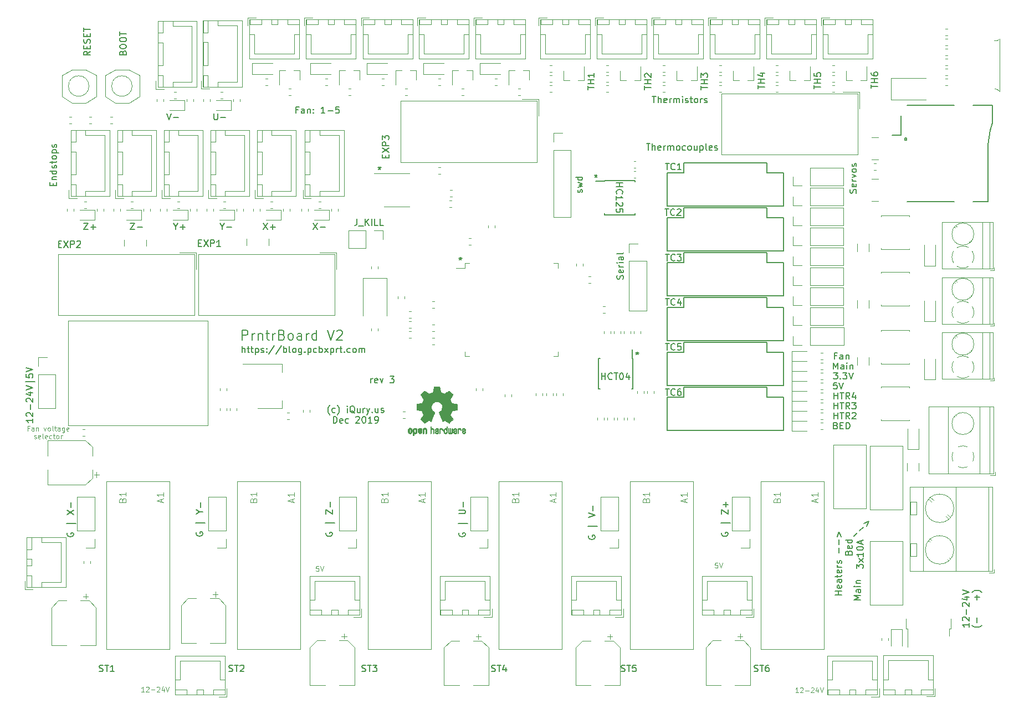
<source format=gto>
G04 #@! TF.GenerationSoftware,KiCad,Pcbnew,5.99.0-unknown-d20d310~86~ubuntu19.10.1*
G04 #@! TF.CreationDate,2019-12-08T12:05:02-08:00*
G04 #@! TF.ProjectId,PrntrBoardV2,50726e74-7242-46f6-9172-6456322e6b69,rev?*
G04 #@! TF.SameCoordinates,Original*
G04 #@! TF.FileFunction,Legend,Top*
G04 #@! TF.FilePolarity,Positive*
%FSLAX46Y46*%
G04 Gerber Fmt 4.6, Leading zero omitted, Abs format (unit mm)*
G04 Created by KiCad (PCBNEW 5.99.0-unknown-d20d310~86~ubuntu19.10.1) date 2019-12-08 12:05:02*
%MOMM*%
%LPD*%
G04 APERTURE LIST*
%ADD10C,0.150000*%
%ADD11C,0.120000*%
%ADD12C,0.200000*%
%ADD13C,0.100000*%
%ADD14C,0.010000*%
%ADD15C,0.050000*%
G04 APERTURE END LIST*
D10*
X77724000Y-82256380D02*
X77724000Y-82494476D01*
X77485904Y-82399238D02*
X77724000Y-82494476D01*
X77962095Y-82399238D01*
X77581142Y-82684952D02*
X77724000Y-82494476D01*
X77866857Y-82684952D01*
X90093800Y-96073980D02*
X90093800Y-96312076D01*
X89855704Y-96216838D02*
X90093800Y-96312076D01*
X90331895Y-96216838D01*
X89950942Y-96502552D02*
X90093800Y-96312076D01*
X90236657Y-96502552D01*
X117119400Y-110551980D02*
X117119400Y-110790076D01*
X116881304Y-110694838D02*
X117119400Y-110790076D01*
X117357495Y-110694838D01*
X116976542Y-110980552D02*
X117119400Y-110790076D01*
X117262257Y-110980552D01*
X110820200Y-83450180D02*
X110820200Y-83688276D01*
X110582104Y-83593038D02*
X110820200Y-83688276D01*
X111058295Y-83593038D01*
X110677342Y-83878752D02*
X110820200Y-83688276D01*
X110963057Y-83878752D01*
X74314285Y-90252380D02*
X74314285Y-90966666D01*
X74266666Y-91109523D01*
X74171428Y-91204761D01*
X74028571Y-91252380D01*
X73933333Y-91252380D01*
X74552380Y-91347619D02*
X75314285Y-91347619D01*
X75552380Y-91252380D02*
X75552380Y-90252380D01*
X76123809Y-91252380D02*
X75695238Y-90680952D01*
X76123809Y-90252380D02*
X75552380Y-90823809D01*
X76552380Y-91252380D02*
X76552380Y-90252380D01*
X77504761Y-91252380D02*
X77028571Y-91252380D01*
X77028571Y-90252380D01*
X78314285Y-91252380D02*
X77838095Y-91252380D01*
X77838095Y-90252380D01*
X150226168Y-138799847D02*
X150764916Y-138261099D01*
X151101633Y-137924381D02*
X151640381Y-137385633D01*
X151775068Y-136846885D02*
X152515847Y-136510168D01*
X152179129Y-137250946D01*
X148343880Y-147708333D02*
X147343880Y-147708333D01*
X147820071Y-147708333D02*
X147820071Y-147136904D01*
X148343880Y-147136904D02*
X147343880Y-147136904D01*
X148296261Y-146279761D02*
X148343880Y-146375000D01*
X148343880Y-146565476D01*
X148296261Y-146660714D01*
X148201023Y-146708333D01*
X147820071Y-146708333D01*
X147724833Y-146660714D01*
X147677214Y-146565476D01*
X147677214Y-146375000D01*
X147724833Y-146279761D01*
X147820071Y-146232142D01*
X147915309Y-146232142D01*
X148010547Y-146708333D01*
X148343880Y-145375000D02*
X147820071Y-145375000D01*
X147724833Y-145422619D01*
X147677214Y-145517857D01*
X147677214Y-145708333D01*
X147724833Y-145803571D01*
X148296261Y-145375000D02*
X148343880Y-145470238D01*
X148343880Y-145708333D01*
X148296261Y-145803571D01*
X148201023Y-145851190D01*
X148105785Y-145851190D01*
X148010547Y-145803571D01*
X147962928Y-145708333D01*
X147962928Y-145470238D01*
X147915309Y-145375000D01*
X147677214Y-145041666D02*
X147677214Y-144660714D01*
X147343880Y-144898809D02*
X148201023Y-144898809D01*
X148296261Y-144851190D01*
X148343880Y-144755952D01*
X148343880Y-144660714D01*
X148296261Y-143946428D02*
X148343880Y-144041666D01*
X148343880Y-144232142D01*
X148296261Y-144327380D01*
X148201023Y-144375000D01*
X147820071Y-144375000D01*
X147724833Y-144327380D01*
X147677214Y-144232142D01*
X147677214Y-144041666D01*
X147724833Y-143946428D01*
X147820071Y-143898809D01*
X147915309Y-143898809D01*
X148010547Y-144375000D01*
X148343880Y-143470238D02*
X147677214Y-143470238D01*
X147867690Y-143470238D02*
X147772452Y-143422619D01*
X147724833Y-143375000D01*
X147677214Y-143279761D01*
X147677214Y-143184523D01*
X148296261Y-142898809D02*
X148343880Y-142803571D01*
X148343880Y-142613095D01*
X148296261Y-142517857D01*
X148201023Y-142470238D01*
X148153404Y-142470238D01*
X148058166Y-142517857D01*
X148010547Y-142613095D01*
X148010547Y-142755952D01*
X147962928Y-142851190D01*
X147867690Y-142898809D01*
X147820071Y-142898809D01*
X147724833Y-142851190D01*
X147677214Y-142755952D01*
X147677214Y-142613095D01*
X147724833Y-142517857D01*
X147962928Y-141279761D02*
X147962928Y-140517857D01*
X147962928Y-140041666D02*
X147962928Y-139279761D01*
X147677214Y-138803571D02*
X147962928Y-138041666D01*
X148248642Y-138803571D01*
X149407571Y-141271523D02*
X149455190Y-141128666D01*
X149502809Y-141081047D01*
X149598047Y-141033428D01*
X149740904Y-141033428D01*
X149836142Y-141081047D01*
X149883761Y-141128666D01*
X149931380Y-141223904D01*
X149931380Y-141604857D01*
X148931380Y-141604857D01*
X148931380Y-141271523D01*
X148979000Y-141176285D01*
X149026619Y-141128666D01*
X149121857Y-141081047D01*
X149217095Y-141081047D01*
X149312333Y-141128666D01*
X149359952Y-141176285D01*
X149407571Y-141271523D01*
X149407571Y-141604857D01*
X149883761Y-140223904D02*
X149931380Y-140319142D01*
X149931380Y-140509619D01*
X149883761Y-140604857D01*
X149788523Y-140652476D01*
X149407571Y-140652476D01*
X149312333Y-140604857D01*
X149264714Y-140509619D01*
X149264714Y-140319142D01*
X149312333Y-140223904D01*
X149407571Y-140176285D01*
X149502809Y-140176285D01*
X149598047Y-140652476D01*
X149931380Y-139319142D02*
X148931380Y-139319142D01*
X149883761Y-139319142D02*
X149931380Y-139414380D01*
X149931380Y-139604857D01*
X149883761Y-139700095D01*
X149836142Y-139747714D01*
X149740904Y-139795333D01*
X149455190Y-139795333D01*
X149359952Y-139747714D01*
X149312333Y-139700095D01*
X149264714Y-139604857D01*
X149264714Y-139414380D01*
X149312333Y-139319142D01*
X151264880Y-148478690D02*
X150264880Y-148478690D01*
X150979166Y-148145357D01*
X150264880Y-147812023D01*
X151264880Y-147812023D01*
X151264880Y-146907261D02*
X150741071Y-146907261D01*
X150645833Y-146954880D01*
X150598214Y-147050119D01*
X150598214Y-147240595D01*
X150645833Y-147335833D01*
X151217261Y-146907261D02*
X151264880Y-147002500D01*
X151264880Y-147240595D01*
X151217261Y-147335833D01*
X151122023Y-147383452D01*
X151026785Y-147383452D01*
X150931547Y-147335833D01*
X150883928Y-147240595D01*
X150883928Y-147002500D01*
X150836309Y-146907261D01*
X151264880Y-146431071D02*
X150598214Y-146431071D01*
X150264880Y-146431071D02*
X150312500Y-146478690D01*
X150360119Y-146431071D01*
X150312500Y-146383452D01*
X150264880Y-146431071D01*
X150360119Y-146431071D01*
X150598214Y-145954880D02*
X151264880Y-145954880D01*
X150693452Y-145954880D02*
X150645833Y-145907261D01*
X150598214Y-145812023D01*
X150598214Y-145669166D01*
X150645833Y-145573928D01*
X150741071Y-145526309D01*
X151264880Y-145526309D01*
X111672952Y-114815880D02*
X111672952Y-113815880D01*
X111672952Y-114292071D02*
X112244380Y-114292071D01*
X112244380Y-114815880D02*
X112244380Y-113815880D01*
X113292000Y-114720642D02*
X113244380Y-114768261D01*
X113101523Y-114815880D01*
X113006285Y-114815880D01*
X112863428Y-114768261D01*
X112768190Y-114673023D01*
X112720571Y-114577785D01*
X112672952Y-114387309D01*
X112672952Y-114244452D01*
X112720571Y-114053976D01*
X112768190Y-113958738D01*
X112863428Y-113863500D01*
X113006285Y-113815880D01*
X113101523Y-113815880D01*
X113244380Y-113863500D01*
X113292000Y-113911119D01*
X113577714Y-113815880D02*
X114149142Y-113815880D01*
X113863428Y-114815880D02*
X113863428Y-113815880D01*
X114672952Y-113815880D02*
X114768190Y-113815880D01*
X114863428Y-113863500D01*
X114911047Y-113911119D01*
X114958666Y-114006357D01*
X115006285Y-114196833D01*
X115006285Y-114434928D01*
X114958666Y-114625404D01*
X114911047Y-114720642D01*
X114863428Y-114768261D01*
X114768190Y-114815880D01*
X114672952Y-114815880D01*
X114577714Y-114768261D01*
X114530095Y-114720642D01*
X114482476Y-114625404D01*
X114434857Y-114434928D01*
X114434857Y-114196833D01*
X114482476Y-114006357D01*
X114530095Y-113911119D01*
X114577714Y-113863500D01*
X114672952Y-113815880D01*
X115863428Y-114149214D02*
X115863428Y-114815880D01*
X115625333Y-113768261D02*
X115387238Y-114482547D01*
X116006285Y-114482547D01*
X113911119Y-84780714D02*
X114911119Y-84780714D01*
X114434928Y-84780714D02*
X114434928Y-85352142D01*
X113911119Y-85352142D02*
X114911119Y-85352142D01*
X114006357Y-86399761D02*
X113958738Y-86352142D01*
X113911119Y-86209285D01*
X113911119Y-86114047D01*
X113958738Y-85971190D01*
X114053976Y-85875952D01*
X114149214Y-85828333D01*
X114339690Y-85780714D01*
X114482547Y-85780714D01*
X114673023Y-85828333D01*
X114768261Y-85875952D01*
X114863500Y-85971190D01*
X114911119Y-86114047D01*
X114911119Y-86209285D01*
X114863500Y-86352142D01*
X114815880Y-86399761D01*
X113911119Y-87352142D02*
X113911119Y-86780714D01*
X113911119Y-87066428D02*
X114911119Y-87066428D01*
X114768261Y-86971190D01*
X114673023Y-86875952D01*
X114625404Y-86780714D01*
X114815880Y-87733095D02*
X114863500Y-87780714D01*
X114911119Y-87875952D01*
X114911119Y-88114047D01*
X114863500Y-88209285D01*
X114815880Y-88256904D01*
X114720642Y-88304523D01*
X114625404Y-88304523D01*
X114482547Y-88256904D01*
X113911119Y-87685476D01*
X113911119Y-88304523D01*
X114911119Y-89209285D02*
X114911119Y-88733095D01*
X114434928Y-88685476D01*
X114482547Y-88733095D01*
X114530166Y-88828333D01*
X114530166Y-89066428D01*
X114482547Y-89161666D01*
X114434928Y-89209285D01*
X114339690Y-89256904D01*
X114101595Y-89256904D01*
X114006357Y-89209285D01*
X113958738Y-89161666D01*
X113911119Y-89066428D01*
X113911119Y-88828333D01*
X113958738Y-88733095D01*
X114006357Y-88685476D01*
X65310119Y-73588571D02*
X64976785Y-73588571D01*
X64976785Y-74112380D02*
X64976785Y-73112380D01*
X65452976Y-73112380D01*
X66262500Y-74112380D02*
X66262500Y-73588571D01*
X66214880Y-73493333D01*
X66119642Y-73445714D01*
X65929166Y-73445714D01*
X65833928Y-73493333D01*
X66262500Y-74064761D02*
X66167261Y-74112380D01*
X65929166Y-74112380D01*
X65833928Y-74064761D01*
X65786309Y-73969523D01*
X65786309Y-73874285D01*
X65833928Y-73779047D01*
X65929166Y-73731428D01*
X66167261Y-73731428D01*
X66262500Y-73683809D01*
X66738690Y-73445714D02*
X66738690Y-74112380D01*
X66738690Y-73540952D02*
X66786309Y-73493333D01*
X66881547Y-73445714D01*
X67024404Y-73445714D01*
X67119642Y-73493333D01*
X67167261Y-73588571D01*
X67167261Y-74112380D01*
X67643452Y-74017142D02*
X67691071Y-74064761D01*
X67643452Y-74112380D01*
X67595833Y-74064761D01*
X67643452Y-74017142D01*
X67643452Y-74112380D01*
X67643452Y-73493333D02*
X67691071Y-73540952D01*
X67643452Y-73588571D01*
X67595833Y-73540952D01*
X67643452Y-73493333D01*
X67643452Y-73588571D01*
X69405357Y-74112380D02*
X68833928Y-74112380D01*
X69119642Y-74112380D02*
X69119642Y-73112380D01*
X69024404Y-73255238D01*
X68929166Y-73350476D01*
X68833928Y-73398095D01*
X69833928Y-73731428D02*
X70595833Y-73731428D01*
X71548214Y-73112380D02*
X71072023Y-73112380D01*
X71024404Y-73588571D01*
X71072023Y-73540952D01*
X71167261Y-73493333D01*
X71405357Y-73493333D01*
X71500595Y-73540952D01*
X71548214Y-73588571D01*
X71595833Y-73683809D01*
X71595833Y-73921904D01*
X71548214Y-74017142D01*
X71500595Y-74064761D01*
X71405357Y-74112380D01*
X71167261Y-74112380D01*
X71072023Y-74064761D01*
X71024404Y-74017142D01*
X114958761Y-99448690D02*
X115006380Y-99305833D01*
X115006380Y-99067738D01*
X114958761Y-98972500D01*
X114911142Y-98924880D01*
X114815904Y-98877261D01*
X114720666Y-98877261D01*
X114625428Y-98924880D01*
X114577809Y-98972500D01*
X114530190Y-99067738D01*
X114482571Y-99258214D01*
X114434952Y-99353452D01*
X114387333Y-99401071D01*
X114292095Y-99448690D01*
X114196857Y-99448690D01*
X114101619Y-99401071D01*
X114054000Y-99353452D01*
X114006380Y-99258214D01*
X114006380Y-99020119D01*
X114054000Y-98877261D01*
X114958761Y-98067738D02*
X115006380Y-98162976D01*
X115006380Y-98353452D01*
X114958761Y-98448690D01*
X114863523Y-98496309D01*
X114482571Y-98496309D01*
X114387333Y-98448690D01*
X114339714Y-98353452D01*
X114339714Y-98162976D01*
X114387333Y-98067738D01*
X114482571Y-98020119D01*
X114577809Y-98020119D01*
X114673047Y-98496309D01*
X115006380Y-97591547D02*
X114339714Y-97591547D01*
X114530190Y-97591547D02*
X114434952Y-97543928D01*
X114387333Y-97496309D01*
X114339714Y-97401071D01*
X114339714Y-97305833D01*
X115006380Y-96972500D02*
X114339714Y-96972500D01*
X114006380Y-96972500D02*
X114054000Y-97020119D01*
X114101619Y-96972500D01*
X114054000Y-96924880D01*
X114006380Y-96972500D01*
X114101619Y-96972500D01*
X115006380Y-96067738D02*
X114482571Y-96067738D01*
X114387333Y-96115357D01*
X114339714Y-96210595D01*
X114339714Y-96401071D01*
X114387333Y-96496309D01*
X114958761Y-96067738D02*
X115006380Y-96162976D01*
X115006380Y-96401071D01*
X114958761Y-96496309D01*
X114863523Y-96543928D01*
X114768285Y-96543928D01*
X114673047Y-96496309D01*
X114625428Y-96401071D01*
X114625428Y-96162976D01*
X114577809Y-96067738D01*
X115006380Y-95448690D02*
X114958761Y-95543928D01*
X114863523Y-95591547D01*
X114006380Y-95591547D01*
X119411904Y-71502380D02*
X119983333Y-71502380D01*
X119697619Y-72502380D02*
X119697619Y-71502380D01*
X120316666Y-72502380D02*
X120316666Y-71502380D01*
X120745238Y-72502380D02*
X120745238Y-71978571D01*
X120697619Y-71883333D01*
X120602380Y-71835714D01*
X120459523Y-71835714D01*
X120364285Y-71883333D01*
X120316666Y-71930952D01*
X121602380Y-72454761D02*
X121507142Y-72502380D01*
X121316666Y-72502380D01*
X121221428Y-72454761D01*
X121173809Y-72359523D01*
X121173809Y-71978571D01*
X121221428Y-71883333D01*
X121316666Y-71835714D01*
X121507142Y-71835714D01*
X121602380Y-71883333D01*
X121650000Y-71978571D01*
X121650000Y-72073809D01*
X121173809Y-72169047D01*
X122078571Y-72502380D02*
X122078571Y-71835714D01*
X122078571Y-72026190D02*
X122126190Y-71930952D01*
X122173809Y-71883333D01*
X122269047Y-71835714D01*
X122364285Y-71835714D01*
X122697619Y-72502380D02*
X122697619Y-71835714D01*
X122697619Y-71930952D02*
X122745238Y-71883333D01*
X122840476Y-71835714D01*
X122983333Y-71835714D01*
X123078571Y-71883333D01*
X123126190Y-71978571D01*
X123126190Y-72502380D01*
X123126190Y-71978571D02*
X123173809Y-71883333D01*
X123269047Y-71835714D01*
X123411904Y-71835714D01*
X123507142Y-71883333D01*
X123554761Y-71978571D01*
X123554761Y-72502380D01*
X124030952Y-72502380D02*
X124030952Y-71835714D01*
X124030952Y-71502380D02*
X123983333Y-71550000D01*
X124030952Y-71597619D01*
X124078571Y-71550000D01*
X124030952Y-71502380D01*
X124030952Y-71597619D01*
X124459523Y-72454761D02*
X124554761Y-72502380D01*
X124745238Y-72502380D01*
X124840476Y-72454761D01*
X124888095Y-72359523D01*
X124888095Y-72311904D01*
X124840476Y-72216666D01*
X124745238Y-72169047D01*
X124602380Y-72169047D01*
X124507142Y-72121428D01*
X124459523Y-72026190D01*
X124459523Y-71978571D01*
X124507142Y-71883333D01*
X124602380Y-71835714D01*
X124745238Y-71835714D01*
X124840476Y-71883333D01*
X125173809Y-71835714D02*
X125554761Y-71835714D01*
X125316666Y-71502380D02*
X125316666Y-72359523D01*
X125364285Y-72454761D01*
X125459523Y-72502380D01*
X125554761Y-72502380D01*
X126030952Y-72502380D02*
X125935714Y-72454761D01*
X125888095Y-72407142D01*
X125840476Y-72311904D01*
X125840476Y-72026190D01*
X125888095Y-71930952D01*
X125935714Y-71883333D01*
X126030952Y-71835714D01*
X126173809Y-71835714D01*
X126269047Y-71883333D01*
X126316666Y-71930952D01*
X126364285Y-72026190D01*
X126364285Y-72311904D01*
X126316666Y-72407142D01*
X126269047Y-72454761D01*
X126173809Y-72502380D01*
X126030952Y-72502380D01*
X126792857Y-72502380D02*
X126792857Y-71835714D01*
X126792857Y-72026190D02*
X126840476Y-71930952D01*
X126888095Y-71883333D01*
X126983333Y-71835714D01*
X127078571Y-71835714D01*
X127364285Y-72454761D02*
X127459523Y-72502380D01*
X127650000Y-72502380D01*
X127745238Y-72454761D01*
X127792857Y-72359523D01*
X127792857Y-72311904D01*
X127745238Y-72216666D01*
X127650000Y-72169047D01*
X127507142Y-72169047D01*
X127411904Y-72121428D01*
X127364285Y-72026190D01*
X127364285Y-71978571D01*
X127411904Y-71883333D01*
X127507142Y-71835714D01*
X127650000Y-71835714D01*
X127745238Y-71883333D01*
X118523809Y-78752380D02*
X119095238Y-78752380D01*
X118809523Y-79752380D02*
X118809523Y-78752380D01*
X119428571Y-79752380D02*
X119428571Y-78752380D01*
X119857142Y-79752380D02*
X119857142Y-79228571D01*
X119809523Y-79133333D01*
X119714285Y-79085714D01*
X119571428Y-79085714D01*
X119476190Y-79133333D01*
X119428571Y-79180952D01*
X120714285Y-79704761D02*
X120619047Y-79752380D01*
X120428571Y-79752380D01*
X120333333Y-79704761D01*
X120285714Y-79609523D01*
X120285714Y-79228571D01*
X120333333Y-79133333D01*
X120428571Y-79085714D01*
X120619047Y-79085714D01*
X120714285Y-79133333D01*
X120761904Y-79228571D01*
X120761904Y-79323809D01*
X120285714Y-79419047D01*
X121190476Y-79752380D02*
X121190476Y-79085714D01*
X121190476Y-79276190D02*
X121238095Y-79180952D01*
X121285714Y-79133333D01*
X121380952Y-79085714D01*
X121476190Y-79085714D01*
X121809523Y-79752380D02*
X121809523Y-79085714D01*
X121809523Y-79180952D02*
X121857142Y-79133333D01*
X121952380Y-79085714D01*
X122095238Y-79085714D01*
X122190476Y-79133333D01*
X122238095Y-79228571D01*
X122238095Y-79752380D01*
X122238095Y-79228571D02*
X122285714Y-79133333D01*
X122380952Y-79085714D01*
X122523809Y-79085714D01*
X122619047Y-79133333D01*
X122666666Y-79228571D01*
X122666666Y-79752380D01*
X123285714Y-79752380D02*
X123190476Y-79704761D01*
X123142857Y-79657142D01*
X123095238Y-79561904D01*
X123095238Y-79276190D01*
X123142857Y-79180952D01*
X123190476Y-79133333D01*
X123285714Y-79085714D01*
X123428571Y-79085714D01*
X123523809Y-79133333D01*
X123571428Y-79180952D01*
X123619047Y-79276190D01*
X123619047Y-79561904D01*
X123571428Y-79657142D01*
X123523809Y-79704761D01*
X123428571Y-79752380D01*
X123285714Y-79752380D01*
X124476190Y-79704761D02*
X124380952Y-79752380D01*
X124190476Y-79752380D01*
X124095238Y-79704761D01*
X124047619Y-79657142D01*
X124000000Y-79561904D01*
X124000000Y-79276190D01*
X124047619Y-79180952D01*
X124095238Y-79133333D01*
X124190476Y-79085714D01*
X124380952Y-79085714D01*
X124476190Y-79133333D01*
X125047619Y-79752380D02*
X124952380Y-79704761D01*
X124904761Y-79657142D01*
X124857142Y-79561904D01*
X124857142Y-79276190D01*
X124904761Y-79180952D01*
X124952380Y-79133333D01*
X125047619Y-79085714D01*
X125190476Y-79085714D01*
X125285714Y-79133333D01*
X125333333Y-79180952D01*
X125380952Y-79276190D01*
X125380952Y-79561904D01*
X125333333Y-79657142D01*
X125285714Y-79704761D01*
X125190476Y-79752380D01*
X125047619Y-79752380D01*
X126238095Y-79085714D02*
X126238095Y-79752380D01*
X125809523Y-79085714D02*
X125809523Y-79609523D01*
X125857142Y-79704761D01*
X125952380Y-79752380D01*
X126095238Y-79752380D01*
X126190476Y-79704761D01*
X126238095Y-79657142D01*
X126714285Y-79085714D02*
X126714285Y-80085714D01*
X126714285Y-79133333D02*
X126809523Y-79085714D01*
X127000000Y-79085714D01*
X127095238Y-79133333D01*
X127142857Y-79180952D01*
X127190476Y-79276190D01*
X127190476Y-79561904D01*
X127142857Y-79657142D01*
X127095238Y-79704761D01*
X127000000Y-79752380D01*
X126809523Y-79752380D01*
X126714285Y-79704761D01*
X127761904Y-79752380D02*
X127666666Y-79704761D01*
X127619047Y-79609523D01*
X127619047Y-78752380D01*
X128523809Y-79704761D02*
X128428571Y-79752380D01*
X128238095Y-79752380D01*
X128142857Y-79704761D01*
X128095238Y-79609523D01*
X128095238Y-79228571D01*
X128142857Y-79133333D01*
X128238095Y-79085714D01*
X128428571Y-79085714D01*
X128523809Y-79133333D01*
X128571428Y-79228571D01*
X128571428Y-79323809D01*
X128095238Y-79419047D01*
X128952380Y-79704761D02*
X129047619Y-79752380D01*
X129238095Y-79752380D01*
X129333333Y-79704761D01*
X129380952Y-79609523D01*
X129380952Y-79561904D01*
X129333333Y-79466666D01*
X129238095Y-79419047D01*
X129095238Y-79419047D01*
X129000000Y-79371428D01*
X128952380Y-79276190D01*
X128952380Y-79228571D01*
X129000000Y-79133333D01*
X129095238Y-79085714D01*
X129238095Y-79085714D01*
X129333333Y-79133333D01*
X27868571Y-85161047D02*
X27868571Y-84827714D01*
X28392380Y-84684857D02*
X28392380Y-85161047D01*
X27392380Y-85161047D01*
X27392380Y-84684857D01*
X27725714Y-84256285D02*
X28392380Y-84256285D01*
X27820952Y-84256285D02*
X27773333Y-84208666D01*
X27725714Y-84113428D01*
X27725714Y-83970571D01*
X27773333Y-83875333D01*
X27868571Y-83827714D01*
X28392380Y-83827714D01*
X28392380Y-82922952D02*
X27392380Y-82922952D01*
X28344761Y-82922952D02*
X28392380Y-83018190D01*
X28392380Y-83208666D01*
X28344761Y-83303904D01*
X28297142Y-83351523D01*
X28201904Y-83399142D01*
X27916190Y-83399142D01*
X27820952Y-83351523D01*
X27773333Y-83303904D01*
X27725714Y-83208666D01*
X27725714Y-83018190D01*
X27773333Y-82922952D01*
X28344761Y-82494380D02*
X28392380Y-82399142D01*
X28392380Y-82208666D01*
X28344761Y-82113428D01*
X28249523Y-82065809D01*
X28201904Y-82065809D01*
X28106666Y-82113428D01*
X28059047Y-82208666D01*
X28059047Y-82351523D01*
X28011428Y-82446761D01*
X27916190Y-82494380D01*
X27868571Y-82494380D01*
X27773333Y-82446761D01*
X27725714Y-82351523D01*
X27725714Y-82208666D01*
X27773333Y-82113428D01*
X27725714Y-81780095D02*
X27725714Y-81399142D01*
X27392380Y-81637238D02*
X28249523Y-81637238D01*
X28344761Y-81589619D01*
X28392380Y-81494380D01*
X28392380Y-81399142D01*
X28392380Y-80922952D02*
X28344761Y-81018190D01*
X28297142Y-81065809D01*
X28201904Y-81113428D01*
X27916190Y-81113428D01*
X27820952Y-81065809D01*
X27773333Y-81018190D01*
X27725714Y-80922952D01*
X27725714Y-80780095D01*
X27773333Y-80684857D01*
X27820952Y-80637238D01*
X27916190Y-80589619D01*
X28201904Y-80589619D01*
X28297142Y-80637238D01*
X28344761Y-80684857D01*
X28392380Y-80780095D01*
X28392380Y-80922952D01*
X27725714Y-80161047D02*
X28725714Y-80161047D01*
X27773333Y-80161047D02*
X27725714Y-80065809D01*
X27725714Y-79875333D01*
X27773333Y-79780095D01*
X27820952Y-79732476D01*
X27916190Y-79684857D01*
X28201904Y-79684857D01*
X28297142Y-79732476D01*
X28344761Y-79780095D01*
X28392380Y-79875333D01*
X28392380Y-80065809D01*
X28344761Y-80161047D01*
X28344761Y-79303904D02*
X28392380Y-79208666D01*
X28392380Y-79018190D01*
X28344761Y-78922952D01*
X28249523Y-78875333D01*
X28201904Y-78875333D01*
X28106666Y-78922952D01*
X28059047Y-79018190D01*
X28059047Y-79161047D01*
X28011428Y-79256285D01*
X27916190Y-79303904D01*
X27868571Y-79303904D01*
X27773333Y-79256285D01*
X27725714Y-79161047D01*
X27725714Y-79018190D01*
X27773333Y-78922952D01*
D11*
X68437142Y-143353285D02*
X68080000Y-143353285D01*
X68044285Y-143710428D01*
X68080000Y-143674714D01*
X68151428Y-143639000D01*
X68330000Y-143639000D01*
X68401428Y-143674714D01*
X68437142Y-143710428D01*
X68472857Y-143781857D01*
X68472857Y-143960428D01*
X68437142Y-144031857D01*
X68401428Y-144067571D01*
X68330000Y-144103285D01*
X68151428Y-144103285D01*
X68080000Y-144067571D01*
X68044285Y-144031857D01*
X68687142Y-143353285D02*
X68937142Y-144103285D01*
X69187142Y-143353285D01*
X129397142Y-142845285D02*
X129040000Y-142845285D01*
X129004285Y-143202428D01*
X129040000Y-143166714D01*
X129111428Y-143131000D01*
X129290000Y-143131000D01*
X129361428Y-143166714D01*
X129397142Y-143202428D01*
X129432857Y-143273857D01*
X129432857Y-143452428D01*
X129397142Y-143523857D01*
X129361428Y-143559571D01*
X129290000Y-143595285D01*
X129111428Y-143595285D01*
X129040000Y-143559571D01*
X129004285Y-143523857D01*
X129647142Y-142845285D02*
X129897142Y-143595285D01*
X130147142Y-142845285D01*
X141740142Y-162645285D02*
X141311571Y-162645285D01*
X141525857Y-162645285D02*
X141525857Y-161895285D01*
X141454428Y-162002428D01*
X141383000Y-162073857D01*
X141311571Y-162109571D01*
X142025857Y-161966714D02*
X142061571Y-161931000D01*
X142133000Y-161895285D01*
X142311571Y-161895285D01*
X142383000Y-161931000D01*
X142418714Y-161966714D01*
X142454428Y-162038142D01*
X142454428Y-162109571D01*
X142418714Y-162216714D01*
X141990142Y-162645285D01*
X142454428Y-162645285D01*
X142775857Y-162359571D02*
X143347285Y-162359571D01*
X143668714Y-161966714D02*
X143704428Y-161931000D01*
X143775857Y-161895285D01*
X143954428Y-161895285D01*
X144025857Y-161931000D01*
X144061571Y-161966714D01*
X144097285Y-162038142D01*
X144097285Y-162109571D01*
X144061571Y-162216714D01*
X143633000Y-162645285D01*
X144097285Y-162645285D01*
X144740142Y-162145285D02*
X144740142Y-162645285D01*
X144561571Y-161859571D02*
X144383000Y-162395285D01*
X144847285Y-162395285D01*
X145025857Y-161895285D02*
X145275857Y-162645285D01*
X145525857Y-161895285D01*
X41791142Y-162518285D02*
X41362571Y-162518285D01*
X41576857Y-162518285D02*
X41576857Y-161768285D01*
X41505428Y-161875428D01*
X41434000Y-161946857D01*
X41362571Y-161982571D01*
X42076857Y-161839714D02*
X42112571Y-161804000D01*
X42184000Y-161768285D01*
X42362571Y-161768285D01*
X42434000Y-161804000D01*
X42469714Y-161839714D01*
X42505428Y-161911142D01*
X42505428Y-161982571D01*
X42469714Y-162089714D01*
X42041142Y-162518285D01*
X42505428Y-162518285D01*
X42826857Y-162232571D02*
X43398285Y-162232571D01*
X43719714Y-161839714D02*
X43755428Y-161804000D01*
X43826857Y-161768285D01*
X44005428Y-161768285D01*
X44076857Y-161804000D01*
X44112571Y-161839714D01*
X44148285Y-161911142D01*
X44148285Y-161982571D01*
X44112571Y-162089714D01*
X43684000Y-162518285D01*
X44148285Y-162518285D01*
X44791142Y-162018285D02*
X44791142Y-162518285D01*
X44612571Y-161732571D02*
X44434000Y-162268285D01*
X44898285Y-162268285D01*
X45076857Y-161768285D02*
X45326857Y-162518285D01*
X45576857Y-161768285D01*
D10*
X56746357Y-110688380D02*
X56746357Y-109688380D01*
X57174928Y-110688380D02*
X57174928Y-110164571D01*
X57127309Y-110069333D01*
X57032071Y-110021714D01*
X56889214Y-110021714D01*
X56793976Y-110069333D01*
X56746357Y-110116952D01*
X57508261Y-110021714D02*
X57889214Y-110021714D01*
X57651119Y-109688380D02*
X57651119Y-110545523D01*
X57698738Y-110640761D01*
X57793976Y-110688380D01*
X57889214Y-110688380D01*
X58079690Y-110021714D02*
X58460642Y-110021714D01*
X58222547Y-109688380D02*
X58222547Y-110545523D01*
X58270166Y-110640761D01*
X58365404Y-110688380D01*
X58460642Y-110688380D01*
X58793976Y-110021714D02*
X58793976Y-111021714D01*
X58793976Y-110069333D02*
X58889214Y-110021714D01*
X59079690Y-110021714D01*
X59174928Y-110069333D01*
X59222547Y-110116952D01*
X59270166Y-110212190D01*
X59270166Y-110497904D01*
X59222547Y-110593142D01*
X59174928Y-110640761D01*
X59079690Y-110688380D01*
X58889214Y-110688380D01*
X58793976Y-110640761D01*
X59651119Y-110640761D02*
X59746357Y-110688380D01*
X59936833Y-110688380D01*
X60032071Y-110640761D01*
X60079690Y-110545523D01*
X60079690Y-110497904D01*
X60032071Y-110402666D01*
X59936833Y-110355047D01*
X59793976Y-110355047D01*
X59698738Y-110307428D01*
X59651119Y-110212190D01*
X59651119Y-110164571D01*
X59698738Y-110069333D01*
X59793976Y-110021714D01*
X59936833Y-110021714D01*
X60032071Y-110069333D01*
X60508261Y-110593142D02*
X60555880Y-110640761D01*
X60508261Y-110688380D01*
X60460642Y-110640761D01*
X60508261Y-110593142D01*
X60508261Y-110688380D01*
X60508261Y-110069333D02*
X60555880Y-110116952D01*
X60508261Y-110164571D01*
X60460642Y-110116952D01*
X60508261Y-110069333D01*
X60508261Y-110164571D01*
X61698738Y-109640761D02*
X60841595Y-110926476D01*
X62746357Y-109640761D02*
X61889214Y-110926476D01*
X63079690Y-110688380D02*
X63079690Y-109688380D01*
X63079690Y-110069333D02*
X63174928Y-110021714D01*
X63365404Y-110021714D01*
X63460642Y-110069333D01*
X63508261Y-110116952D01*
X63555880Y-110212190D01*
X63555880Y-110497904D01*
X63508261Y-110593142D01*
X63460642Y-110640761D01*
X63365404Y-110688380D01*
X63174928Y-110688380D01*
X63079690Y-110640761D01*
X64127309Y-110688380D02*
X64032071Y-110640761D01*
X63984452Y-110545523D01*
X63984452Y-109688380D01*
X64651119Y-110688380D02*
X64555880Y-110640761D01*
X64508261Y-110593142D01*
X64460642Y-110497904D01*
X64460642Y-110212190D01*
X64508261Y-110116952D01*
X64555880Y-110069333D01*
X64651119Y-110021714D01*
X64793976Y-110021714D01*
X64889214Y-110069333D01*
X64936833Y-110116952D01*
X64984452Y-110212190D01*
X64984452Y-110497904D01*
X64936833Y-110593142D01*
X64889214Y-110640761D01*
X64793976Y-110688380D01*
X64651119Y-110688380D01*
X65841595Y-110021714D02*
X65841595Y-110831238D01*
X65793976Y-110926476D01*
X65746357Y-110974095D01*
X65651119Y-111021714D01*
X65508261Y-111021714D01*
X65413023Y-110974095D01*
X65841595Y-110640761D02*
X65746357Y-110688380D01*
X65555880Y-110688380D01*
X65460642Y-110640761D01*
X65413023Y-110593142D01*
X65365404Y-110497904D01*
X65365404Y-110212190D01*
X65413023Y-110116952D01*
X65460642Y-110069333D01*
X65555880Y-110021714D01*
X65746357Y-110021714D01*
X65841595Y-110069333D01*
X66317785Y-110593142D02*
X66365404Y-110640761D01*
X66317785Y-110688380D01*
X66270166Y-110640761D01*
X66317785Y-110593142D01*
X66317785Y-110688380D01*
X66793976Y-110021714D02*
X66793976Y-111021714D01*
X66793976Y-110069333D02*
X66889214Y-110021714D01*
X67079690Y-110021714D01*
X67174928Y-110069333D01*
X67222547Y-110116952D01*
X67270166Y-110212190D01*
X67270166Y-110497904D01*
X67222547Y-110593142D01*
X67174928Y-110640761D01*
X67079690Y-110688380D01*
X66889214Y-110688380D01*
X66793976Y-110640761D01*
X68127309Y-110640761D02*
X68032071Y-110688380D01*
X67841595Y-110688380D01*
X67746357Y-110640761D01*
X67698738Y-110593142D01*
X67651119Y-110497904D01*
X67651119Y-110212190D01*
X67698738Y-110116952D01*
X67746357Y-110069333D01*
X67841595Y-110021714D01*
X68032071Y-110021714D01*
X68127309Y-110069333D01*
X68555880Y-110688380D02*
X68555880Y-109688380D01*
X68555880Y-110069333D02*
X68651119Y-110021714D01*
X68841595Y-110021714D01*
X68936833Y-110069333D01*
X68984452Y-110116952D01*
X69032071Y-110212190D01*
X69032071Y-110497904D01*
X68984452Y-110593142D01*
X68936833Y-110640761D01*
X68841595Y-110688380D01*
X68651119Y-110688380D01*
X68555880Y-110640761D01*
X69365404Y-110688380D02*
X69889214Y-110021714D01*
X69365404Y-110021714D02*
X69889214Y-110688380D01*
X70270166Y-110021714D02*
X70270166Y-111021714D01*
X70270166Y-110069333D02*
X70365404Y-110021714D01*
X70555880Y-110021714D01*
X70651119Y-110069333D01*
X70698738Y-110116952D01*
X70746357Y-110212190D01*
X70746357Y-110497904D01*
X70698738Y-110593142D01*
X70651119Y-110640761D01*
X70555880Y-110688380D01*
X70365404Y-110688380D01*
X70270166Y-110640761D01*
X71174928Y-110688380D02*
X71174928Y-110021714D01*
X71174928Y-110212190D02*
X71222547Y-110116952D01*
X71270166Y-110069333D01*
X71365404Y-110021714D01*
X71460642Y-110021714D01*
X71651119Y-110021714D02*
X72032071Y-110021714D01*
X71793976Y-109688380D02*
X71793976Y-110545523D01*
X71841595Y-110640761D01*
X71936833Y-110688380D01*
X72032071Y-110688380D01*
X72365404Y-110593142D02*
X72413023Y-110640761D01*
X72365404Y-110688380D01*
X72317785Y-110640761D01*
X72365404Y-110593142D01*
X72365404Y-110688380D01*
X73270166Y-110640761D02*
X73174928Y-110688380D01*
X72984452Y-110688380D01*
X72889214Y-110640761D01*
X72841595Y-110593142D01*
X72793976Y-110497904D01*
X72793976Y-110212190D01*
X72841595Y-110116952D01*
X72889214Y-110069333D01*
X72984452Y-110021714D01*
X73174928Y-110021714D01*
X73270166Y-110069333D01*
X73841595Y-110688380D02*
X73746357Y-110640761D01*
X73698738Y-110593142D01*
X73651119Y-110497904D01*
X73651119Y-110212190D01*
X73698738Y-110116952D01*
X73746357Y-110069333D01*
X73841595Y-110021714D01*
X73984452Y-110021714D01*
X74079690Y-110069333D01*
X74127309Y-110116952D01*
X74174928Y-110212190D01*
X74174928Y-110497904D01*
X74127309Y-110593142D01*
X74079690Y-110640761D01*
X73984452Y-110688380D01*
X73841595Y-110688380D01*
X74603500Y-110688380D02*
X74603500Y-110021714D01*
X74603500Y-110116952D02*
X74651119Y-110069333D01*
X74746357Y-110021714D01*
X74889214Y-110021714D01*
X74984452Y-110069333D01*
X75032071Y-110164571D01*
X75032071Y-110688380D01*
X75032071Y-110164571D02*
X75079690Y-110069333D01*
X75174928Y-110021714D01*
X75317785Y-110021714D01*
X75413023Y-110069333D01*
X75460642Y-110164571D01*
X75460642Y-110688380D01*
X76430404Y-115323880D02*
X76430404Y-114657214D01*
X76430404Y-114847690D02*
X76478023Y-114752452D01*
X76525642Y-114704833D01*
X76620880Y-114657214D01*
X76716119Y-114657214D01*
X77430404Y-115276261D02*
X77335166Y-115323880D01*
X77144690Y-115323880D01*
X77049452Y-115276261D01*
X77001833Y-115181023D01*
X77001833Y-114800071D01*
X77049452Y-114704833D01*
X77144690Y-114657214D01*
X77335166Y-114657214D01*
X77430404Y-114704833D01*
X77478023Y-114800071D01*
X77478023Y-114895309D01*
X77001833Y-114990547D01*
X77811357Y-114657214D02*
X78049452Y-115323880D01*
X78287547Y-114657214D01*
X79335166Y-114323880D02*
X79954214Y-114323880D01*
X79620880Y-114704833D01*
X79763738Y-114704833D01*
X79858976Y-114752452D01*
X79906595Y-114800071D01*
X79954214Y-114895309D01*
X79954214Y-115133404D01*
X79906595Y-115228642D01*
X79858976Y-115276261D01*
X79763738Y-115323880D01*
X79478023Y-115323880D01*
X79382785Y-115276261D01*
X79335166Y-115228642D01*
X70152119Y-120233833D02*
X70104500Y-120186214D01*
X70009261Y-120043357D01*
X69961642Y-119948119D01*
X69914023Y-119805261D01*
X69866404Y-119567166D01*
X69866404Y-119376690D01*
X69914023Y-119138595D01*
X69961642Y-118995738D01*
X70009261Y-118900500D01*
X70104500Y-118757642D01*
X70152119Y-118710023D01*
X70961642Y-119805261D02*
X70866404Y-119852880D01*
X70675928Y-119852880D01*
X70580690Y-119805261D01*
X70533071Y-119757642D01*
X70485452Y-119662404D01*
X70485452Y-119376690D01*
X70533071Y-119281452D01*
X70580690Y-119233833D01*
X70675928Y-119186214D01*
X70866404Y-119186214D01*
X70961642Y-119233833D01*
X71294976Y-120233833D02*
X71342595Y-120186214D01*
X71437833Y-120043357D01*
X71485452Y-119948119D01*
X71533071Y-119805261D01*
X71580690Y-119567166D01*
X71580690Y-119376690D01*
X71533071Y-119138595D01*
X71485452Y-118995738D01*
X71437833Y-118900500D01*
X71342595Y-118757642D01*
X71294976Y-118710023D01*
X72818785Y-119852880D02*
X72818785Y-119186214D01*
X72818785Y-118852880D02*
X72771166Y-118900500D01*
X72818785Y-118948119D01*
X72866404Y-118900500D01*
X72818785Y-118852880D01*
X72818785Y-118948119D01*
X73961642Y-119948119D02*
X73866404Y-119900500D01*
X73771166Y-119805261D01*
X73628309Y-119662404D01*
X73533071Y-119614785D01*
X73437833Y-119614785D01*
X73485452Y-119852880D02*
X73390214Y-119805261D01*
X73294976Y-119710023D01*
X73247357Y-119519547D01*
X73247357Y-119186214D01*
X73294976Y-118995738D01*
X73390214Y-118900500D01*
X73485452Y-118852880D01*
X73675928Y-118852880D01*
X73771166Y-118900500D01*
X73866404Y-118995738D01*
X73914023Y-119186214D01*
X73914023Y-119519547D01*
X73866404Y-119710023D01*
X73771166Y-119805261D01*
X73675928Y-119852880D01*
X73485452Y-119852880D01*
X74771166Y-119186214D02*
X74771166Y-119852880D01*
X74342595Y-119186214D02*
X74342595Y-119710023D01*
X74390214Y-119805261D01*
X74485452Y-119852880D01*
X74628309Y-119852880D01*
X74723547Y-119805261D01*
X74771166Y-119757642D01*
X75247357Y-119852880D02*
X75247357Y-119186214D01*
X75247357Y-119376690D02*
X75294976Y-119281452D01*
X75342595Y-119233833D01*
X75437833Y-119186214D01*
X75533071Y-119186214D01*
X75771166Y-119186214D02*
X76009261Y-119852880D01*
X76247357Y-119186214D02*
X76009261Y-119852880D01*
X75914023Y-120090976D01*
X75866404Y-120138595D01*
X75771166Y-120186214D01*
X76628309Y-119757642D02*
X76675928Y-119805261D01*
X76628309Y-119852880D01*
X76580690Y-119805261D01*
X76628309Y-119757642D01*
X76628309Y-119852880D01*
X77533071Y-119186214D02*
X77533071Y-119852880D01*
X77104500Y-119186214D02*
X77104500Y-119710023D01*
X77152119Y-119805261D01*
X77247357Y-119852880D01*
X77390214Y-119852880D01*
X77485452Y-119805261D01*
X77533071Y-119757642D01*
X77961642Y-119805261D02*
X78056880Y-119852880D01*
X78247357Y-119852880D01*
X78342595Y-119805261D01*
X78390214Y-119710023D01*
X78390214Y-119662404D01*
X78342595Y-119567166D01*
X78247357Y-119519547D01*
X78104500Y-119519547D01*
X78009261Y-119471928D01*
X77961642Y-119376690D01*
X77961642Y-119329071D01*
X78009261Y-119233833D01*
X78104500Y-119186214D01*
X78247357Y-119186214D01*
X78342595Y-119233833D01*
X70699738Y-121462880D02*
X70699738Y-120462880D01*
X70937833Y-120462880D01*
X71080690Y-120510500D01*
X71175928Y-120605738D01*
X71223547Y-120700976D01*
X71271166Y-120891452D01*
X71271166Y-121034309D01*
X71223547Y-121224785D01*
X71175928Y-121320023D01*
X71080690Y-121415261D01*
X70937833Y-121462880D01*
X70699738Y-121462880D01*
X72080690Y-121415261D02*
X71985452Y-121462880D01*
X71794976Y-121462880D01*
X71699738Y-121415261D01*
X71652119Y-121320023D01*
X71652119Y-120939071D01*
X71699738Y-120843833D01*
X71794976Y-120796214D01*
X71985452Y-120796214D01*
X72080690Y-120843833D01*
X72128309Y-120939071D01*
X72128309Y-121034309D01*
X71652119Y-121129547D01*
X72985452Y-121415261D02*
X72890214Y-121462880D01*
X72699738Y-121462880D01*
X72604500Y-121415261D01*
X72556880Y-121367642D01*
X72509261Y-121272404D01*
X72509261Y-120986690D01*
X72556880Y-120891452D01*
X72604500Y-120843833D01*
X72699738Y-120796214D01*
X72890214Y-120796214D01*
X72985452Y-120843833D01*
X74128309Y-120558119D02*
X74175928Y-120510500D01*
X74271166Y-120462880D01*
X74509261Y-120462880D01*
X74604500Y-120510500D01*
X74652119Y-120558119D01*
X74699738Y-120653357D01*
X74699738Y-120748595D01*
X74652119Y-120891452D01*
X74080690Y-121462880D01*
X74699738Y-121462880D01*
X75318785Y-120462880D02*
X75414023Y-120462880D01*
X75509261Y-120510500D01*
X75556880Y-120558119D01*
X75604500Y-120653357D01*
X75652119Y-120843833D01*
X75652119Y-121081928D01*
X75604500Y-121272404D01*
X75556880Y-121367642D01*
X75509261Y-121415261D01*
X75414023Y-121462880D01*
X75318785Y-121462880D01*
X75223547Y-121415261D01*
X75175928Y-121367642D01*
X75128309Y-121272404D01*
X75080690Y-121081928D01*
X75080690Y-120843833D01*
X75128309Y-120653357D01*
X75175928Y-120558119D01*
X75223547Y-120510500D01*
X75318785Y-120462880D01*
X76604500Y-121462880D02*
X76033071Y-121462880D01*
X76318785Y-121462880D02*
X76318785Y-120462880D01*
X76223547Y-120605738D01*
X76128309Y-120700976D01*
X76033071Y-120748595D01*
X77080690Y-121462880D02*
X77271166Y-121462880D01*
X77366404Y-121415261D01*
X77414023Y-121367642D01*
X77509261Y-121224785D01*
X77556880Y-121034309D01*
X77556880Y-120653357D01*
X77509261Y-120558119D01*
X77461642Y-120510500D01*
X77366404Y-120462880D01*
X77175928Y-120462880D01*
X77080690Y-120510500D01*
X77033071Y-120558119D01*
X76985452Y-120653357D01*
X76985452Y-120891452D01*
X77033071Y-120986690D01*
X77080690Y-121034309D01*
X77175928Y-121081928D01*
X77366404Y-121081928D01*
X77461642Y-121034309D01*
X77509261Y-120986690D01*
X77556880Y-120891452D01*
D12*
X56781857Y-108755571D02*
X56781857Y-107255571D01*
X57353285Y-107255571D01*
X57496142Y-107327000D01*
X57567571Y-107398428D01*
X57639000Y-107541285D01*
X57639000Y-107755571D01*
X57567571Y-107898428D01*
X57496142Y-107969857D01*
X57353285Y-108041285D01*
X56781857Y-108041285D01*
X58281857Y-108755571D02*
X58281857Y-107755571D01*
X58281857Y-108041285D02*
X58353285Y-107898428D01*
X58424714Y-107827000D01*
X58567571Y-107755571D01*
X58710428Y-107755571D01*
X59210428Y-107755571D02*
X59210428Y-108755571D01*
X59210428Y-107898428D02*
X59281857Y-107827000D01*
X59424714Y-107755571D01*
X59639000Y-107755571D01*
X59781857Y-107827000D01*
X59853285Y-107969857D01*
X59853285Y-108755571D01*
X60353285Y-107755571D02*
X60924714Y-107755571D01*
X60567571Y-107255571D02*
X60567571Y-108541285D01*
X60639000Y-108684142D01*
X60781857Y-108755571D01*
X60924714Y-108755571D01*
X61424714Y-108755571D02*
X61424714Y-107755571D01*
X61424714Y-108041285D02*
X61496142Y-107898428D01*
X61567571Y-107827000D01*
X61710428Y-107755571D01*
X61853285Y-107755571D01*
X62853285Y-107969857D02*
X63067571Y-108041285D01*
X63139000Y-108112714D01*
X63210428Y-108255571D01*
X63210428Y-108469857D01*
X63139000Y-108612714D01*
X63067571Y-108684142D01*
X62924714Y-108755571D01*
X62353285Y-108755571D01*
X62353285Y-107255571D01*
X62853285Y-107255571D01*
X62996142Y-107327000D01*
X63067571Y-107398428D01*
X63139000Y-107541285D01*
X63139000Y-107684142D01*
X63067571Y-107827000D01*
X62996142Y-107898428D01*
X62853285Y-107969857D01*
X62353285Y-107969857D01*
X64067571Y-108755571D02*
X63924714Y-108684142D01*
X63853285Y-108612714D01*
X63781857Y-108469857D01*
X63781857Y-108041285D01*
X63853285Y-107898428D01*
X63924714Y-107827000D01*
X64067571Y-107755571D01*
X64281857Y-107755571D01*
X64424714Y-107827000D01*
X64496142Y-107898428D01*
X64567571Y-108041285D01*
X64567571Y-108469857D01*
X64496142Y-108612714D01*
X64424714Y-108684142D01*
X64281857Y-108755571D01*
X64067571Y-108755571D01*
X65853285Y-108755571D02*
X65853285Y-107969857D01*
X65781857Y-107827000D01*
X65639000Y-107755571D01*
X65353285Y-107755571D01*
X65210428Y-107827000D01*
X65853285Y-108684142D02*
X65710428Y-108755571D01*
X65353285Y-108755571D01*
X65210428Y-108684142D01*
X65139000Y-108541285D01*
X65139000Y-108398428D01*
X65210428Y-108255571D01*
X65353285Y-108184142D01*
X65710428Y-108184142D01*
X65853285Y-108112714D01*
X66567571Y-108755571D02*
X66567571Y-107755571D01*
X66567571Y-108041285D02*
X66639000Y-107898428D01*
X66710428Y-107827000D01*
X66853285Y-107755571D01*
X66996142Y-107755571D01*
X68139000Y-108755571D02*
X68139000Y-107255571D01*
X68139000Y-108684142D02*
X67996142Y-108755571D01*
X67710428Y-108755571D01*
X67567571Y-108684142D01*
X67496142Y-108612714D01*
X67424714Y-108469857D01*
X67424714Y-108041285D01*
X67496142Y-107898428D01*
X67567571Y-107827000D01*
X67710428Y-107755571D01*
X67996142Y-107755571D01*
X68139000Y-107827000D01*
X69781857Y-107255571D02*
X70281857Y-108755571D01*
X70781857Y-107255571D01*
X71210428Y-107398428D02*
X71281857Y-107327000D01*
X71424714Y-107255571D01*
X71781857Y-107255571D01*
X71924714Y-107327000D01*
X71996142Y-107398428D01*
X72067571Y-107541285D01*
X72067571Y-107684142D01*
X71996142Y-107898428D01*
X71139000Y-108755571D01*
X72067571Y-108755571D01*
D10*
X150645880Y-143660547D02*
X150645880Y-143041500D01*
X151026833Y-143374833D01*
X151026833Y-143231976D01*
X151074452Y-143136738D01*
X151122071Y-143089119D01*
X151217309Y-143041500D01*
X151455404Y-143041500D01*
X151550642Y-143089119D01*
X151598261Y-143136738D01*
X151645880Y-143231976D01*
X151645880Y-143517690D01*
X151598261Y-143612928D01*
X151550642Y-143660547D01*
X151645880Y-142708166D02*
X150979214Y-142184357D01*
X150979214Y-142708166D02*
X151645880Y-142184357D01*
X151645880Y-141279595D02*
X151645880Y-141851023D01*
X151645880Y-141565309D02*
X150645880Y-141565309D01*
X150788738Y-141660547D01*
X150883976Y-141755785D01*
X150931595Y-141851023D01*
X150645880Y-140660547D02*
X150645880Y-140565309D01*
X150693500Y-140470071D01*
X150741119Y-140422452D01*
X150836357Y-140374833D01*
X151026833Y-140327214D01*
X151264928Y-140327214D01*
X151455404Y-140374833D01*
X151550642Y-140422452D01*
X151598261Y-140470071D01*
X151645880Y-140565309D01*
X151645880Y-140660547D01*
X151598261Y-140755785D01*
X151550642Y-140803404D01*
X151455404Y-140851023D01*
X151264928Y-140898642D01*
X151026833Y-140898642D01*
X150836357Y-140851023D01*
X150741119Y-140803404D01*
X150693500Y-140755785D01*
X150645880Y-140660547D01*
X151360166Y-139946261D02*
X151360166Y-139470071D01*
X151645880Y-140041500D02*
X150645880Y-139708166D01*
X151645880Y-139374833D01*
X147455047Y-121848571D02*
X147597904Y-121896190D01*
X147645523Y-121943809D01*
X147693142Y-122039047D01*
X147693142Y-122181904D01*
X147645523Y-122277142D01*
X147597904Y-122324761D01*
X147502666Y-122372380D01*
X147121714Y-122372380D01*
X147121714Y-121372380D01*
X147455047Y-121372380D01*
X147550285Y-121420000D01*
X147597904Y-121467619D01*
X147645523Y-121562857D01*
X147645523Y-121658095D01*
X147597904Y-121753333D01*
X147550285Y-121800952D01*
X147455047Y-121848571D01*
X147121714Y-121848571D01*
X148121714Y-121848571D02*
X148455047Y-121848571D01*
X148597904Y-122372380D02*
X148121714Y-122372380D01*
X148121714Y-121372380D01*
X148597904Y-121372380D01*
X149026476Y-122372380D02*
X149026476Y-121372380D01*
X149264571Y-121372380D01*
X149407428Y-121420000D01*
X149502666Y-121515238D01*
X149550285Y-121610476D01*
X149597904Y-121800952D01*
X149597904Y-121943809D01*
X149550285Y-122134285D01*
X149502666Y-122229523D01*
X149407428Y-122324761D01*
X149264571Y-122372380D01*
X149026476Y-122372380D01*
X147201142Y-120848380D02*
X147201142Y-119848380D01*
X147201142Y-120324571D02*
X147772571Y-120324571D01*
X147772571Y-120848380D02*
X147772571Y-119848380D01*
X148105904Y-119848380D02*
X148677333Y-119848380D01*
X148391619Y-120848380D02*
X148391619Y-119848380D01*
X149582095Y-120848380D02*
X149248761Y-120372190D01*
X149010666Y-120848380D02*
X149010666Y-119848380D01*
X149391619Y-119848380D01*
X149486857Y-119896000D01*
X149534476Y-119943619D01*
X149582095Y-120038857D01*
X149582095Y-120181714D01*
X149534476Y-120276952D01*
X149486857Y-120324571D01*
X149391619Y-120372190D01*
X149010666Y-120372190D01*
X149963047Y-119943619D02*
X150010666Y-119896000D01*
X150105904Y-119848380D01*
X150344000Y-119848380D01*
X150439238Y-119896000D01*
X150486857Y-119943619D01*
X150534476Y-120038857D01*
X150534476Y-120134095D01*
X150486857Y-120276952D01*
X149915428Y-120848380D01*
X150534476Y-120848380D01*
X147201142Y-119324380D02*
X147201142Y-118324380D01*
X147201142Y-118800571D02*
X147772571Y-118800571D01*
X147772571Y-119324380D02*
X147772571Y-118324380D01*
X148105904Y-118324380D02*
X148677333Y-118324380D01*
X148391619Y-119324380D02*
X148391619Y-118324380D01*
X149582095Y-119324380D02*
X149248761Y-118848190D01*
X149010666Y-119324380D02*
X149010666Y-118324380D01*
X149391619Y-118324380D01*
X149486857Y-118372000D01*
X149534476Y-118419619D01*
X149582095Y-118514857D01*
X149582095Y-118657714D01*
X149534476Y-118752952D01*
X149486857Y-118800571D01*
X149391619Y-118848190D01*
X149010666Y-118848190D01*
X149915428Y-118324380D02*
X150534476Y-118324380D01*
X150201142Y-118705333D01*
X150344000Y-118705333D01*
X150439238Y-118752952D01*
X150486857Y-118800571D01*
X150534476Y-118895809D01*
X150534476Y-119133904D01*
X150486857Y-119229142D01*
X150439238Y-119276761D01*
X150344000Y-119324380D01*
X150058285Y-119324380D01*
X149963047Y-119276761D01*
X149915428Y-119229142D01*
X147201142Y-117800380D02*
X147201142Y-116800380D01*
X147201142Y-117276571D02*
X147772571Y-117276571D01*
X147772571Y-117800380D02*
X147772571Y-116800380D01*
X148105904Y-116800380D02*
X148677333Y-116800380D01*
X148391619Y-117800380D02*
X148391619Y-116800380D01*
X149582095Y-117800380D02*
X149248761Y-117324190D01*
X149010666Y-117800380D02*
X149010666Y-116800380D01*
X149391619Y-116800380D01*
X149486857Y-116848000D01*
X149534476Y-116895619D01*
X149582095Y-116990857D01*
X149582095Y-117133714D01*
X149534476Y-117228952D01*
X149486857Y-117276571D01*
X149391619Y-117324190D01*
X149010666Y-117324190D01*
X150439238Y-117133714D02*
X150439238Y-117800380D01*
X150201142Y-116752761D02*
X149963047Y-117467047D01*
X150582095Y-117467047D01*
X147637523Y-115276380D02*
X147161333Y-115276380D01*
X147113714Y-115752571D01*
X147161333Y-115704952D01*
X147256571Y-115657333D01*
X147494666Y-115657333D01*
X147589904Y-115704952D01*
X147637523Y-115752571D01*
X147685142Y-115847809D01*
X147685142Y-116085904D01*
X147637523Y-116181142D01*
X147589904Y-116228761D01*
X147494666Y-116276380D01*
X147256571Y-116276380D01*
X147161333Y-116228761D01*
X147113714Y-116181142D01*
X147970857Y-115276380D02*
X148304190Y-116276380D01*
X148637523Y-115276380D01*
X147113809Y-113752380D02*
X147732857Y-113752380D01*
X147399523Y-114133333D01*
X147542380Y-114133333D01*
X147637619Y-114180952D01*
X147685238Y-114228571D01*
X147732857Y-114323809D01*
X147732857Y-114561904D01*
X147685238Y-114657142D01*
X147637619Y-114704761D01*
X147542380Y-114752380D01*
X147256666Y-114752380D01*
X147161428Y-114704761D01*
X147113809Y-114657142D01*
X148161428Y-114657142D02*
X148209047Y-114704761D01*
X148161428Y-114752380D01*
X148113809Y-114704761D01*
X148161428Y-114657142D01*
X148161428Y-114752380D01*
X148542380Y-113752380D02*
X149161428Y-113752380D01*
X148828095Y-114133333D01*
X148970952Y-114133333D01*
X149066190Y-114180952D01*
X149113809Y-114228571D01*
X149161428Y-114323809D01*
X149161428Y-114561904D01*
X149113809Y-114657142D01*
X149066190Y-114704761D01*
X148970952Y-114752380D01*
X148685238Y-114752380D01*
X148590000Y-114704761D01*
X148542380Y-114657142D01*
X149447142Y-113752380D02*
X149780476Y-114752380D01*
X150113809Y-113752380D01*
X147113809Y-113228380D02*
X147113809Y-112228380D01*
X147447142Y-112942666D01*
X147780476Y-112228380D01*
X147780476Y-113228380D01*
X148685238Y-113228380D02*
X148685238Y-112704571D01*
X148637619Y-112609333D01*
X148542380Y-112561714D01*
X148351904Y-112561714D01*
X148256666Y-112609333D01*
X148685238Y-113180761D02*
X148590000Y-113228380D01*
X148351904Y-113228380D01*
X148256666Y-113180761D01*
X148209047Y-113085523D01*
X148209047Y-112990285D01*
X148256666Y-112895047D01*
X148351904Y-112847428D01*
X148590000Y-112847428D01*
X148685238Y-112799809D01*
X149161428Y-113228380D02*
X149161428Y-112561714D01*
X149161428Y-112228380D02*
X149113809Y-112276000D01*
X149161428Y-112323619D01*
X149209047Y-112276000D01*
X149161428Y-112228380D01*
X149161428Y-112323619D01*
X149637619Y-112561714D02*
X149637619Y-113228380D01*
X149637619Y-112656952D02*
X149685238Y-112609333D01*
X149780476Y-112561714D01*
X149923333Y-112561714D01*
X150018571Y-112609333D01*
X150066190Y-112704571D01*
X150066190Y-113228380D01*
X147574095Y-111180571D02*
X147240761Y-111180571D01*
X147240761Y-111704380D02*
X147240761Y-110704380D01*
X147716952Y-110704380D01*
X148526476Y-111704380D02*
X148526476Y-111180571D01*
X148478857Y-111085333D01*
X148383619Y-111037714D01*
X148193142Y-111037714D01*
X148097904Y-111085333D01*
X148526476Y-111656761D02*
X148431238Y-111704380D01*
X148193142Y-111704380D01*
X148097904Y-111656761D01*
X148050285Y-111561523D01*
X148050285Y-111466285D01*
X148097904Y-111371047D01*
X148193142Y-111323428D01*
X148431238Y-111323428D01*
X148526476Y-111275809D01*
X149002666Y-111037714D02*
X149002666Y-111704380D01*
X149002666Y-111132952D02*
X149050285Y-111085333D01*
X149145523Y-111037714D01*
X149288380Y-111037714D01*
X149383619Y-111085333D01*
X149431238Y-111180571D01*
X149431238Y-111704380D01*
X167795380Y-152050476D02*
X167795380Y-152621904D01*
X167795380Y-152336190D02*
X166795380Y-152336190D01*
X166938238Y-152431428D01*
X167033476Y-152526666D01*
X167081095Y-152621904D01*
X166890619Y-151669523D02*
X166843000Y-151621904D01*
X166795380Y-151526666D01*
X166795380Y-151288571D01*
X166843000Y-151193333D01*
X166890619Y-151145714D01*
X166985857Y-151098095D01*
X167081095Y-151098095D01*
X167223952Y-151145714D01*
X167795380Y-151717142D01*
X167795380Y-151098095D01*
X167414428Y-150669523D02*
X167414428Y-149907619D01*
X166890619Y-149479047D02*
X166843000Y-149431428D01*
X166795380Y-149336190D01*
X166795380Y-149098095D01*
X166843000Y-149002857D01*
X166890619Y-148955238D01*
X166985857Y-148907619D01*
X167081095Y-148907619D01*
X167223952Y-148955238D01*
X167795380Y-149526666D01*
X167795380Y-148907619D01*
X167128714Y-148050476D02*
X167795380Y-148050476D01*
X166747761Y-148288571D02*
X167462047Y-148526666D01*
X167462047Y-147907619D01*
X166795380Y-147669523D02*
X167795380Y-147336190D01*
X166795380Y-147002857D01*
X169786333Y-152383809D02*
X169738714Y-152431428D01*
X169595857Y-152526666D01*
X169500619Y-152574285D01*
X169357761Y-152621904D01*
X169119666Y-152669523D01*
X168929190Y-152669523D01*
X168691095Y-152621904D01*
X168548238Y-152574285D01*
X168453000Y-152526666D01*
X168310142Y-152431428D01*
X168262523Y-152383809D01*
X169024428Y-152002857D02*
X169024428Y-151240952D01*
X169024428Y-148479047D02*
X169024428Y-147717142D01*
X169405380Y-148098095D02*
X168643476Y-148098095D01*
X169786333Y-147336190D02*
X169738714Y-147288571D01*
X169595857Y-147193333D01*
X169500619Y-147145714D01*
X169357761Y-147098095D01*
X169119666Y-147050476D01*
X168929190Y-147050476D01*
X168691095Y-147098095D01*
X168548238Y-147145714D01*
X168453000Y-147193333D01*
X168310142Y-147288571D01*
X168262523Y-147336190D01*
X130056000Y-138215428D02*
X130008380Y-138310666D01*
X130008380Y-138453523D01*
X130056000Y-138596380D01*
X130151238Y-138691619D01*
X130246476Y-138739238D01*
X130436952Y-138786857D01*
X130579809Y-138786857D01*
X130770285Y-138739238D01*
X130865523Y-138691619D01*
X130960761Y-138596380D01*
X131008380Y-138453523D01*
X131008380Y-138358285D01*
X130960761Y-138215428D01*
X130913142Y-138167809D01*
X130579809Y-138167809D01*
X130579809Y-138358285D01*
X131341714Y-136739238D02*
X129913142Y-136739238D01*
X130008380Y-135358285D02*
X130008380Y-134691619D01*
X131008380Y-135358285D01*
X131008380Y-134691619D01*
X130627428Y-134310666D02*
X130627428Y-133548761D01*
X131008380Y-133929714D02*
X130246476Y-133929714D01*
X109736000Y-138675809D02*
X109688380Y-138771047D01*
X109688380Y-138913904D01*
X109736000Y-139056761D01*
X109831238Y-139152000D01*
X109926476Y-139199619D01*
X110116952Y-139247238D01*
X110259809Y-139247238D01*
X110450285Y-139199619D01*
X110545523Y-139152000D01*
X110640761Y-139056761D01*
X110688380Y-138913904D01*
X110688380Y-138818666D01*
X110640761Y-138675809D01*
X110593142Y-138628190D01*
X110259809Y-138628190D01*
X110259809Y-138818666D01*
X111021714Y-137199619D02*
X109593142Y-137199619D01*
X109688380Y-135866285D02*
X110688380Y-135532952D01*
X109688380Y-135199619D01*
X110307428Y-134866285D02*
X110307428Y-134104380D01*
X89924000Y-138263047D02*
X89876380Y-138358285D01*
X89876380Y-138501142D01*
X89924000Y-138644000D01*
X90019238Y-138739238D01*
X90114476Y-138786857D01*
X90304952Y-138834476D01*
X90447809Y-138834476D01*
X90638285Y-138786857D01*
X90733523Y-138739238D01*
X90828761Y-138644000D01*
X90876380Y-138501142D01*
X90876380Y-138405904D01*
X90828761Y-138263047D01*
X90781142Y-138215428D01*
X90447809Y-138215428D01*
X90447809Y-138405904D01*
X91209714Y-136786857D02*
X89781142Y-136786857D01*
X89876380Y-135310666D02*
X90685904Y-135310666D01*
X90781142Y-135263047D01*
X90828761Y-135215428D01*
X90876380Y-135120190D01*
X90876380Y-134929714D01*
X90828761Y-134834476D01*
X90781142Y-134786857D01*
X90685904Y-134739238D01*
X89876380Y-134739238D01*
X90495428Y-134263047D02*
X90495428Y-133501142D01*
X69604000Y-138215428D02*
X69556380Y-138310666D01*
X69556380Y-138453523D01*
X69604000Y-138596380D01*
X69699238Y-138691619D01*
X69794476Y-138739238D01*
X69984952Y-138786857D01*
X70127809Y-138786857D01*
X70318285Y-138739238D01*
X70413523Y-138691619D01*
X70508761Y-138596380D01*
X70556380Y-138453523D01*
X70556380Y-138358285D01*
X70508761Y-138215428D01*
X70461142Y-138167809D01*
X70127809Y-138167809D01*
X70127809Y-138358285D01*
X70889714Y-136739238D02*
X69461142Y-136739238D01*
X69556380Y-135358285D02*
X69556380Y-134691619D01*
X70556380Y-135358285D01*
X70556380Y-134691619D01*
X70175428Y-134310666D02*
X70175428Y-133548761D01*
X49792000Y-138167809D02*
X49744380Y-138263047D01*
X49744380Y-138405904D01*
X49792000Y-138548761D01*
X49887238Y-138644000D01*
X49982476Y-138691619D01*
X50172952Y-138739238D01*
X50315809Y-138739238D01*
X50506285Y-138691619D01*
X50601523Y-138644000D01*
X50696761Y-138548761D01*
X50744380Y-138405904D01*
X50744380Y-138310666D01*
X50696761Y-138167809D01*
X50649142Y-138120190D01*
X50315809Y-138120190D01*
X50315809Y-138310666D01*
X51077714Y-136691619D02*
X49649142Y-136691619D01*
X50268190Y-135024952D02*
X50744380Y-135024952D01*
X49744380Y-135358285D02*
X50268190Y-135024952D01*
X49744380Y-134691619D01*
X50363428Y-134358285D02*
X50363428Y-133596380D01*
X30050000Y-138271428D02*
X30002380Y-138366666D01*
X30002380Y-138509523D01*
X30050000Y-138652380D01*
X30145238Y-138747619D01*
X30240476Y-138795238D01*
X30430952Y-138842857D01*
X30573809Y-138842857D01*
X30764285Y-138795238D01*
X30859523Y-138747619D01*
X30954761Y-138652380D01*
X31002380Y-138509523D01*
X31002380Y-138414285D01*
X30954761Y-138271428D01*
X30907142Y-138223809D01*
X30573809Y-138223809D01*
X30573809Y-138414285D01*
X31335714Y-136795238D02*
X29907142Y-136795238D01*
X30002380Y-135414285D02*
X31002380Y-134747619D01*
X30002380Y-134747619D02*
X31002380Y-135414285D01*
X30621428Y-134366666D02*
X30621428Y-133604761D01*
D11*
X24207142Y-122242678D02*
X23957142Y-122242678D01*
X23957142Y-122635535D02*
X23957142Y-121885535D01*
X24314285Y-121885535D01*
X24921428Y-122635535D02*
X24921428Y-122242678D01*
X24885714Y-122171250D01*
X24814285Y-122135535D01*
X24671428Y-122135535D01*
X24600000Y-122171250D01*
X24921428Y-122599821D02*
X24850000Y-122635535D01*
X24671428Y-122635535D01*
X24600000Y-122599821D01*
X24564285Y-122528392D01*
X24564285Y-122456964D01*
X24600000Y-122385535D01*
X24671428Y-122349821D01*
X24850000Y-122349821D01*
X24921428Y-122314107D01*
X25278571Y-122135535D02*
X25278571Y-122635535D01*
X25278571Y-122206964D02*
X25314285Y-122171250D01*
X25385714Y-122135535D01*
X25492857Y-122135535D01*
X25564285Y-122171250D01*
X25600000Y-122242678D01*
X25600000Y-122635535D01*
X26457142Y-122135535D02*
X26635714Y-122635535D01*
X26814285Y-122135535D01*
X27207142Y-122635535D02*
X27135714Y-122599821D01*
X27100000Y-122564107D01*
X27064285Y-122492678D01*
X27064285Y-122278392D01*
X27100000Y-122206964D01*
X27135714Y-122171250D01*
X27207142Y-122135535D01*
X27314285Y-122135535D01*
X27385714Y-122171250D01*
X27421428Y-122206964D01*
X27457142Y-122278392D01*
X27457142Y-122492678D01*
X27421428Y-122564107D01*
X27385714Y-122599821D01*
X27314285Y-122635535D01*
X27207142Y-122635535D01*
X27885714Y-122635535D02*
X27814285Y-122599821D01*
X27778571Y-122528392D01*
X27778571Y-121885535D01*
X28064285Y-122135535D02*
X28350000Y-122135535D01*
X28171428Y-121885535D02*
X28171428Y-122528392D01*
X28207142Y-122599821D01*
X28278571Y-122635535D01*
X28350000Y-122635535D01*
X28921428Y-122635535D02*
X28921428Y-122242678D01*
X28885714Y-122171250D01*
X28814285Y-122135535D01*
X28671428Y-122135535D01*
X28600000Y-122171250D01*
X28921428Y-122599821D02*
X28850000Y-122635535D01*
X28671428Y-122635535D01*
X28600000Y-122599821D01*
X28564285Y-122528392D01*
X28564285Y-122456964D01*
X28600000Y-122385535D01*
X28671428Y-122349821D01*
X28850000Y-122349821D01*
X28921428Y-122314107D01*
X29600000Y-122135535D02*
X29600000Y-122742678D01*
X29564285Y-122814107D01*
X29528571Y-122849821D01*
X29457142Y-122885535D01*
X29350000Y-122885535D01*
X29278571Y-122849821D01*
X29600000Y-122599821D02*
X29528571Y-122635535D01*
X29385714Y-122635535D01*
X29314285Y-122599821D01*
X29278571Y-122564107D01*
X29242857Y-122492678D01*
X29242857Y-122278392D01*
X29278571Y-122206964D01*
X29314285Y-122171250D01*
X29385714Y-122135535D01*
X29528571Y-122135535D01*
X29600000Y-122171250D01*
X30242857Y-122599821D02*
X30171428Y-122635535D01*
X30028571Y-122635535D01*
X29957142Y-122599821D01*
X29921428Y-122528392D01*
X29921428Y-122242678D01*
X29957142Y-122171250D01*
X30028571Y-122135535D01*
X30171428Y-122135535D01*
X30242857Y-122171250D01*
X30278571Y-122242678D01*
X30278571Y-122314107D01*
X29921428Y-122385535D01*
X24992857Y-123807321D02*
X25064285Y-123843035D01*
X25207142Y-123843035D01*
X25278571Y-123807321D01*
X25314285Y-123735892D01*
X25314285Y-123700178D01*
X25278571Y-123628750D01*
X25207142Y-123593035D01*
X25100000Y-123593035D01*
X25028571Y-123557321D01*
X24992857Y-123485892D01*
X24992857Y-123450178D01*
X25028571Y-123378750D01*
X25100000Y-123343035D01*
X25207142Y-123343035D01*
X25278571Y-123378750D01*
X25921428Y-123807321D02*
X25850000Y-123843035D01*
X25707142Y-123843035D01*
X25635714Y-123807321D01*
X25600000Y-123735892D01*
X25600000Y-123450178D01*
X25635714Y-123378750D01*
X25707142Y-123343035D01*
X25850000Y-123343035D01*
X25921428Y-123378750D01*
X25957142Y-123450178D01*
X25957142Y-123521607D01*
X25600000Y-123593035D01*
X26385714Y-123843035D02*
X26314285Y-123807321D01*
X26278571Y-123735892D01*
X26278571Y-123093035D01*
X26957142Y-123807321D02*
X26885714Y-123843035D01*
X26742857Y-123843035D01*
X26671428Y-123807321D01*
X26635714Y-123735892D01*
X26635714Y-123450178D01*
X26671428Y-123378750D01*
X26742857Y-123343035D01*
X26885714Y-123343035D01*
X26957142Y-123378750D01*
X26992857Y-123450178D01*
X26992857Y-123521607D01*
X26635714Y-123593035D01*
X27635714Y-123807321D02*
X27564285Y-123843035D01*
X27421428Y-123843035D01*
X27350000Y-123807321D01*
X27314285Y-123771607D01*
X27278571Y-123700178D01*
X27278571Y-123485892D01*
X27314285Y-123414464D01*
X27350000Y-123378750D01*
X27421428Y-123343035D01*
X27564285Y-123343035D01*
X27635714Y-123378750D01*
X27850000Y-123343035D02*
X28135714Y-123343035D01*
X27957142Y-123093035D02*
X27957142Y-123735892D01*
X27992857Y-123807321D01*
X28064285Y-123843035D01*
X28135714Y-123843035D01*
X28492857Y-123843035D02*
X28421428Y-123807321D01*
X28385714Y-123771607D01*
X28350000Y-123700178D01*
X28350000Y-123485892D01*
X28385714Y-123414464D01*
X28421428Y-123378750D01*
X28492857Y-123343035D01*
X28600000Y-123343035D01*
X28671428Y-123378750D01*
X28707142Y-123414464D01*
X28742857Y-123485892D01*
X28742857Y-123700178D01*
X28707142Y-123771607D01*
X28671428Y-123807321D01*
X28600000Y-123843035D01*
X28492857Y-123843035D01*
X29064285Y-123843035D02*
X29064285Y-123343035D01*
X29064285Y-123485892D02*
X29100000Y-123414464D01*
X29135714Y-123378750D01*
X29207142Y-123343035D01*
X29278571Y-123343035D01*
D10*
X24772880Y-120792428D02*
X24772880Y-121363857D01*
X24772880Y-121078142D02*
X23772880Y-121078142D01*
X23915738Y-121173380D01*
X24010976Y-121268619D01*
X24058595Y-121363857D01*
X23868119Y-120411476D02*
X23820500Y-120363857D01*
X23772880Y-120268619D01*
X23772880Y-120030523D01*
X23820500Y-119935285D01*
X23868119Y-119887666D01*
X23963357Y-119840047D01*
X24058595Y-119840047D01*
X24201452Y-119887666D01*
X24772880Y-120459095D01*
X24772880Y-119840047D01*
X24391928Y-119411476D02*
X24391928Y-118649571D01*
X23868119Y-118221000D02*
X23820500Y-118173380D01*
X23772880Y-118078142D01*
X23772880Y-117840047D01*
X23820500Y-117744809D01*
X23868119Y-117697190D01*
X23963357Y-117649571D01*
X24058595Y-117649571D01*
X24201452Y-117697190D01*
X24772880Y-118268619D01*
X24772880Y-117649571D01*
X24106214Y-116792428D02*
X24772880Y-116792428D01*
X23725261Y-117030523D02*
X24439547Y-117268619D01*
X24439547Y-116649571D01*
X23772880Y-116411476D02*
X24772880Y-116078142D01*
X23772880Y-115744809D01*
X25106214Y-115173380D02*
X23677642Y-115173380D01*
X23772880Y-113982904D02*
X23772880Y-114459095D01*
X24249071Y-114506714D01*
X24201452Y-114459095D01*
X24153833Y-114363857D01*
X24153833Y-114125761D01*
X24201452Y-114030523D01*
X24249071Y-113982904D01*
X24344309Y-113935285D01*
X24582404Y-113935285D01*
X24677642Y-113982904D01*
X24725261Y-114030523D01*
X24772880Y-114125761D01*
X24772880Y-114363857D01*
X24725261Y-114459095D01*
X24677642Y-114506714D01*
X23772880Y-113649571D02*
X24772880Y-113316238D01*
X23772880Y-112982904D01*
X78668571Y-80914666D02*
X78668571Y-80581333D01*
X79192380Y-80438476D02*
X79192380Y-80914666D01*
X78192380Y-80914666D01*
X78192380Y-80438476D01*
X78192380Y-80105142D02*
X79192380Y-79438476D01*
X78192380Y-79438476D02*
X79192380Y-80105142D01*
X79192380Y-79057523D02*
X78192380Y-79057523D01*
X78192380Y-78676571D01*
X78240000Y-78581333D01*
X78287619Y-78533714D01*
X78382857Y-78486095D01*
X78525714Y-78486095D01*
X78620952Y-78533714D01*
X78668571Y-78581333D01*
X78716190Y-78676571D01*
X78716190Y-79057523D01*
X78192380Y-78152761D02*
X78192380Y-77533714D01*
X78573333Y-77867047D01*
X78573333Y-77724190D01*
X78620952Y-77628952D01*
X78668571Y-77581333D01*
X78763809Y-77533714D01*
X79001904Y-77533714D01*
X79097142Y-77581333D01*
X79144761Y-77628952D01*
X79192380Y-77724190D01*
X79192380Y-78009904D01*
X79144761Y-78105142D01*
X79097142Y-78152761D01*
X38536571Y-64857142D02*
X38584190Y-64714285D01*
X38631809Y-64666666D01*
X38727047Y-64619047D01*
X38869904Y-64619047D01*
X38965142Y-64666666D01*
X39012761Y-64714285D01*
X39060380Y-64809523D01*
X39060380Y-65190476D01*
X38060380Y-65190476D01*
X38060380Y-64857142D01*
X38108000Y-64761904D01*
X38155619Y-64714285D01*
X38250857Y-64666666D01*
X38346095Y-64666666D01*
X38441333Y-64714285D01*
X38488952Y-64761904D01*
X38536571Y-64857142D01*
X38536571Y-65190476D01*
X38060380Y-64000000D02*
X38060380Y-63809523D01*
X38108000Y-63714285D01*
X38203238Y-63619047D01*
X38393714Y-63571428D01*
X38727047Y-63571428D01*
X38917523Y-63619047D01*
X39012761Y-63714285D01*
X39060380Y-63809523D01*
X39060380Y-64000000D01*
X39012761Y-64095238D01*
X38917523Y-64190476D01*
X38727047Y-64238095D01*
X38393714Y-64238095D01*
X38203238Y-64190476D01*
X38108000Y-64095238D01*
X38060380Y-64000000D01*
X38060380Y-62952380D02*
X38060380Y-62761904D01*
X38108000Y-62666666D01*
X38203238Y-62571428D01*
X38393714Y-62523809D01*
X38727047Y-62523809D01*
X38917523Y-62571428D01*
X39012761Y-62666666D01*
X39060380Y-62761904D01*
X39060380Y-62952380D01*
X39012761Y-63047619D01*
X38917523Y-63142857D01*
X38727047Y-63190476D01*
X38393714Y-63190476D01*
X38203238Y-63142857D01*
X38108000Y-63047619D01*
X38060380Y-62952380D01*
X38060380Y-62238095D02*
X38060380Y-61666666D01*
X39060380Y-61952380D02*
X38060380Y-61952380D01*
X33552380Y-64652380D02*
X33076190Y-64985714D01*
X33552380Y-65223809D02*
X32552380Y-65223809D01*
X32552380Y-64842857D01*
X32600000Y-64747619D01*
X32647619Y-64700000D01*
X32742857Y-64652380D01*
X32885714Y-64652380D01*
X32980952Y-64700000D01*
X33028571Y-64747619D01*
X33076190Y-64842857D01*
X33076190Y-65223809D01*
X33028571Y-64223809D02*
X33028571Y-63890476D01*
X33552380Y-63747619D02*
X33552380Y-64223809D01*
X32552380Y-64223809D01*
X32552380Y-63747619D01*
X33504761Y-63366666D02*
X33552380Y-63223809D01*
X33552380Y-62985714D01*
X33504761Y-62890476D01*
X33457142Y-62842857D01*
X33361904Y-62795238D01*
X33266666Y-62795238D01*
X33171428Y-62842857D01*
X33123809Y-62890476D01*
X33076190Y-62985714D01*
X33028571Y-63176190D01*
X32980952Y-63271428D01*
X32933333Y-63319047D01*
X32838095Y-63366666D01*
X32742857Y-63366666D01*
X32647619Y-63319047D01*
X32600000Y-63271428D01*
X32552380Y-63176190D01*
X32552380Y-62938095D01*
X32600000Y-62795238D01*
X33028571Y-62366666D02*
X33028571Y-62033333D01*
X33552380Y-61890476D02*
X33552380Y-62366666D01*
X32552380Y-62366666D01*
X32552380Y-61890476D01*
X32552380Y-61604761D02*
X32552380Y-61033333D01*
X33552380Y-61319047D02*
X32552380Y-61319047D01*
X52435238Y-74128380D02*
X52435238Y-74937904D01*
X52482857Y-75033142D01*
X52530476Y-75080761D01*
X52625714Y-75128380D01*
X52816190Y-75128380D01*
X52911428Y-75080761D01*
X52959047Y-75033142D01*
X53006666Y-74937904D01*
X53006666Y-74128380D01*
X53482857Y-74747428D02*
X54244761Y-74747428D01*
X45275619Y-74128380D02*
X45608952Y-75128380D01*
X45942285Y-74128380D01*
X46275619Y-74747428D02*
X47037523Y-74747428D01*
X67627619Y-90892380D02*
X68294285Y-91892380D01*
X68294285Y-90892380D02*
X67627619Y-91892380D01*
X68675238Y-91511428D02*
X69437142Y-91511428D01*
X60007619Y-90892380D02*
X60674285Y-91892380D01*
X60674285Y-90892380D02*
X60007619Y-91892380D01*
X61055238Y-91511428D02*
X61817142Y-91511428D01*
X61436190Y-91892380D02*
X61436190Y-91130476D01*
X53736952Y-91416190D02*
X53736952Y-91892380D01*
X53403619Y-90892380D02*
X53736952Y-91416190D01*
X54070285Y-90892380D01*
X54403619Y-91511428D02*
X55165523Y-91511428D01*
X46624952Y-91416190D02*
X46624952Y-91892380D01*
X46291619Y-90892380D02*
X46624952Y-91416190D01*
X46958285Y-90892380D01*
X47291619Y-91511428D02*
X48053523Y-91511428D01*
X47672571Y-91892380D02*
X47672571Y-91130476D01*
X39687619Y-90892380D02*
X40354285Y-90892380D01*
X39687619Y-91892380D01*
X40354285Y-91892380D01*
X40735238Y-91511428D02*
X41497142Y-91511428D01*
X32575619Y-90892380D02*
X33242285Y-90892380D01*
X32575619Y-91892380D01*
X33242285Y-91892380D01*
X33623238Y-91511428D02*
X34385142Y-91511428D01*
X34004190Y-91892380D02*
X34004190Y-91130476D01*
X50073133Y-93959371D02*
X50406466Y-93959371D01*
X50549323Y-94483180D02*
X50073133Y-94483180D01*
X50073133Y-93483180D01*
X50549323Y-93483180D01*
X50882657Y-93483180D02*
X51549323Y-94483180D01*
X51549323Y-93483180D02*
X50882657Y-94483180D01*
X51930276Y-94483180D02*
X51930276Y-93483180D01*
X52311228Y-93483180D01*
X52406466Y-93530800D01*
X52454085Y-93578419D01*
X52501704Y-93673657D01*
X52501704Y-93816514D01*
X52454085Y-93911752D01*
X52406466Y-93959371D01*
X52311228Y-94006990D01*
X51930276Y-94006990D01*
X53454085Y-94483180D02*
X52882657Y-94483180D01*
X53168371Y-94483180D02*
X53168371Y-93483180D01*
X53073133Y-93626038D01*
X52977895Y-93721276D01*
X52882657Y-93768895D01*
X28686333Y-94086371D02*
X29019666Y-94086371D01*
X29162523Y-94610180D02*
X28686333Y-94610180D01*
X28686333Y-93610180D01*
X29162523Y-93610180D01*
X29495857Y-93610180D02*
X30162523Y-94610180D01*
X30162523Y-93610180D02*
X29495857Y-94610180D01*
X30543476Y-94610180D02*
X30543476Y-93610180D01*
X30924428Y-93610180D01*
X31019666Y-93657800D01*
X31067285Y-93705419D01*
X31114904Y-93800657D01*
X31114904Y-93943514D01*
X31067285Y-94038752D01*
X31019666Y-94086371D01*
X30924428Y-94133990D01*
X30543476Y-94133990D01*
X31495857Y-93705419D02*
X31543476Y-93657800D01*
X31638714Y-93610180D01*
X31876809Y-93610180D01*
X31972047Y-93657800D01*
X32019666Y-93705419D01*
X32067285Y-93800657D01*
X32067285Y-93895895D01*
X32019666Y-94038752D01*
X31448238Y-94610180D01*
X32067285Y-94610180D01*
X135001142Y-159408761D02*
X135144000Y-159456380D01*
X135382095Y-159456380D01*
X135477333Y-159408761D01*
X135524952Y-159361142D01*
X135572571Y-159265904D01*
X135572571Y-159170666D01*
X135524952Y-159075428D01*
X135477333Y-159027809D01*
X135382095Y-158980190D01*
X135191619Y-158932571D01*
X135096380Y-158884952D01*
X135048761Y-158837333D01*
X135001142Y-158742095D01*
X135001142Y-158646857D01*
X135048761Y-158551619D01*
X135096380Y-158504000D01*
X135191619Y-158456380D01*
X135429714Y-158456380D01*
X135572571Y-158504000D01*
X135858285Y-158456380D02*
X136429714Y-158456380D01*
X136144000Y-159456380D02*
X136144000Y-158456380D01*
X137191619Y-158456380D02*
X137001142Y-158456380D01*
X136905904Y-158504000D01*
X136858285Y-158551619D01*
X136763047Y-158694476D01*
X136715428Y-158884952D01*
X136715428Y-159265904D01*
X136763047Y-159361142D01*
X136810666Y-159408761D01*
X136905904Y-159456380D01*
X137096380Y-159456380D01*
X137191619Y-159408761D01*
X137239238Y-159361142D01*
X137286857Y-159265904D01*
X137286857Y-159027809D01*
X137239238Y-158932571D01*
X137191619Y-158884952D01*
X137096380Y-158837333D01*
X136905904Y-158837333D01*
X136810666Y-158884952D01*
X136763047Y-158932571D01*
X136715428Y-159027809D01*
X114681142Y-159408761D02*
X114824000Y-159456380D01*
X115062095Y-159456380D01*
X115157333Y-159408761D01*
X115204952Y-159361142D01*
X115252571Y-159265904D01*
X115252571Y-159170666D01*
X115204952Y-159075428D01*
X115157333Y-159027809D01*
X115062095Y-158980190D01*
X114871619Y-158932571D01*
X114776380Y-158884952D01*
X114728761Y-158837333D01*
X114681142Y-158742095D01*
X114681142Y-158646857D01*
X114728761Y-158551619D01*
X114776380Y-158504000D01*
X114871619Y-158456380D01*
X115109714Y-158456380D01*
X115252571Y-158504000D01*
X115538285Y-158456380D02*
X116109714Y-158456380D01*
X115824000Y-159456380D02*
X115824000Y-158456380D01*
X116919238Y-158456380D02*
X116443047Y-158456380D01*
X116395428Y-158932571D01*
X116443047Y-158884952D01*
X116538285Y-158837333D01*
X116776380Y-158837333D01*
X116871619Y-158884952D01*
X116919238Y-158932571D01*
X116966857Y-159027809D01*
X116966857Y-159265904D01*
X116919238Y-159361142D01*
X116871619Y-159408761D01*
X116776380Y-159456380D01*
X116538285Y-159456380D01*
X116443047Y-159408761D01*
X116395428Y-159361142D01*
X94869142Y-159408761D02*
X95012000Y-159456380D01*
X95250095Y-159456380D01*
X95345333Y-159408761D01*
X95392952Y-159361142D01*
X95440571Y-159265904D01*
X95440571Y-159170666D01*
X95392952Y-159075428D01*
X95345333Y-159027809D01*
X95250095Y-158980190D01*
X95059619Y-158932571D01*
X94964380Y-158884952D01*
X94916761Y-158837333D01*
X94869142Y-158742095D01*
X94869142Y-158646857D01*
X94916761Y-158551619D01*
X94964380Y-158504000D01*
X95059619Y-158456380D01*
X95297714Y-158456380D01*
X95440571Y-158504000D01*
X95726285Y-158456380D02*
X96297714Y-158456380D01*
X96012000Y-159456380D02*
X96012000Y-158456380D01*
X97059619Y-158789714D02*
X97059619Y-159456380D01*
X96821523Y-158408761D02*
X96583428Y-159123047D01*
X97202476Y-159123047D01*
X75057142Y-159408761D02*
X75200000Y-159456380D01*
X75438095Y-159456380D01*
X75533333Y-159408761D01*
X75580952Y-159361142D01*
X75628571Y-159265904D01*
X75628571Y-159170666D01*
X75580952Y-159075428D01*
X75533333Y-159027809D01*
X75438095Y-158980190D01*
X75247619Y-158932571D01*
X75152380Y-158884952D01*
X75104761Y-158837333D01*
X75057142Y-158742095D01*
X75057142Y-158646857D01*
X75104761Y-158551619D01*
X75152380Y-158504000D01*
X75247619Y-158456380D01*
X75485714Y-158456380D01*
X75628571Y-158504000D01*
X75914285Y-158456380D02*
X76485714Y-158456380D01*
X76200000Y-159456380D02*
X76200000Y-158456380D01*
X76723809Y-158456380D02*
X77342857Y-158456380D01*
X77009523Y-158837333D01*
X77152380Y-158837333D01*
X77247619Y-158884952D01*
X77295238Y-158932571D01*
X77342857Y-159027809D01*
X77342857Y-159265904D01*
X77295238Y-159361142D01*
X77247619Y-159408761D01*
X77152380Y-159456380D01*
X76866666Y-159456380D01*
X76771428Y-159408761D01*
X76723809Y-159361142D01*
X54737142Y-159408761D02*
X54880000Y-159456380D01*
X55118095Y-159456380D01*
X55213333Y-159408761D01*
X55260952Y-159361142D01*
X55308571Y-159265904D01*
X55308571Y-159170666D01*
X55260952Y-159075428D01*
X55213333Y-159027809D01*
X55118095Y-158980190D01*
X54927619Y-158932571D01*
X54832380Y-158884952D01*
X54784761Y-158837333D01*
X54737142Y-158742095D01*
X54737142Y-158646857D01*
X54784761Y-158551619D01*
X54832380Y-158504000D01*
X54927619Y-158456380D01*
X55165714Y-158456380D01*
X55308571Y-158504000D01*
X55594285Y-158456380D02*
X56165714Y-158456380D01*
X55880000Y-159456380D02*
X55880000Y-158456380D01*
X56451428Y-158551619D02*
X56499047Y-158504000D01*
X56594285Y-158456380D01*
X56832380Y-158456380D01*
X56927619Y-158504000D01*
X56975238Y-158551619D01*
X57022857Y-158646857D01*
X57022857Y-158742095D01*
X56975238Y-158884952D01*
X56403809Y-159456380D01*
X57022857Y-159456380D01*
X34925142Y-159408761D02*
X35068000Y-159456380D01*
X35306095Y-159456380D01*
X35401333Y-159408761D01*
X35448952Y-159361142D01*
X35496571Y-159265904D01*
X35496571Y-159170666D01*
X35448952Y-159075428D01*
X35401333Y-159027809D01*
X35306095Y-158980190D01*
X35115619Y-158932571D01*
X35020380Y-158884952D01*
X34972761Y-158837333D01*
X34925142Y-158742095D01*
X34925142Y-158646857D01*
X34972761Y-158551619D01*
X35020380Y-158504000D01*
X35115619Y-158456380D01*
X35353714Y-158456380D01*
X35496571Y-158504000D01*
X35782285Y-158456380D02*
X36353714Y-158456380D01*
X36068000Y-159456380D02*
X36068000Y-158456380D01*
X37210857Y-159456380D02*
X36639428Y-159456380D01*
X36925142Y-159456380D02*
X36925142Y-158456380D01*
X36829904Y-158599238D01*
X36734666Y-158694476D01*
X36639428Y-158742095D01*
X150554761Y-86311904D02*
X150602380Y-86169047D01*
X150602380Y-85930952D01*
X150554761Y-85835714D01*
X150507142Y-85788095D01*
X150411904Y-85740476D01*
X150316666Y-85740476D01*
X150221428Y-85788095D01*
X150173809Y-85835714D01*
X150126190Y-85930952D01*
X150078571Y-86121428D01*
X150030952Y-86216666D01*
X149983333Y-86264285D01*
X149888095Y-86311904D01*
X149792857Y-86311904D01*
X149697619Y-86264285D01*
X149650000Y-86216666D01*
X149602380Y-86121428D01*
X149602380Y-85883333D01*
X149650000Y-85740476D01*
X150554761Y-84930952D02*
X150602380Y-85026190D01*
X150602380Y-85216666D01*
X150554761Y-85311904D01*
X150459523Y-85359523D01*
X150078571Y-85359523D01*
X149983333Y-85311904D01*
X149935714Y-85216666D01*
X149935714Y-85026190D01*
X149983333Y-84930952D01*
X150078571Y-84883333D01*
X150173809Y-84883333D01*
X150269047Y-85359523D01*
X150602380Y-84454761D02*
X149935714Y-84454761D01*
X150126190Y-84454761D02*
X150030952Y-84407142D01*
X149983333Y-84359523D01*
X149935714Y-84264285D01*
X149935714Y-84169047D01*
X149935714Y-83930952D02*
X150602380Y-83692857D01*
X149935714Y-83454761D01*
X150602380Y-82930952D02*
X150554761Y-83026190D01*
X150507142Y-83073809D01*
X150411904Y-83121428D01*
X150126190Y-83121428D01*
X150030952Y-83073809D01*
X149983333Y-83026190D01*
X149935714Y-82930952D01*
X149935714Y-82788095D01*
X149983333Y-82692857D01*
X150030952Y-82645238D01*
X150126190Y-82597619D01*
X150411904Y-82597619D01*
X150507142Y-82645238D01*
X150554761Y-82692857D01*
X150602380Y-82788095D01*
X150602380Y-82930952D01*
X150554761Y-82216666D02*
X150602380Y-82121428D01*
X150602380Y-81930952D01*
X150554761Y-81835714D01*
X150459523Y-81788095D01*
X150411904Y-81788095D01*
X150316666Y-81835714D01*
X150269047Y-81930952D01*
X150269047Y-82073809D01*
X150221428Y-82169047D01*
X150126190Y-82216666D01*
X150078571Y-82216666D01*
X149983333Y-82169047D01*
X149935714Y-82073809D01*
X149935714Y-81930952D01*
X149983333Y-81835714D01*
X121420095Y-116228880D02*
X121991523Y-116228880D01*
X121705809Y-117228880D02*
X121705809Y-116228880D01*
X122896285Y-117133642D02*
X122848666Y-117181261D01*
X122705809Y-117228880D01*
X122610571Y-117228880D01*
X122467714Y-117181261D01*
X122372476Y-117086023D01*
X122324857Y-116990785D01*
X122277238Y-116800309D01*
X122277238Y-116657452D01*
X122324857Y-116466976D01*
X122372476Y-116371738D01*
X122467714Y-116276500D01*
X122610571Y-116228880D01*
X122705809Y-116228880D01*
X122848666Y-116276500D01*
X122896285Y-116324119D01*
X123753428Y-116228880D02*
X123562952Y-116228880D01*
X123467714Y-116276500D01*
X123420095Y-116324119D01*
X123324857Y-116466976D01*
X123277238Y-116657452D01*
X123277238Y-117038404D01*
X123324857Y-117133642D01*
X123372476Y-117181261D01*
X123467714Y-117228880D01*
X123658190Y-117228880D01*
X123753428Y-117181261D01*
X123801047Y-117133642D01*
X123848666Y-117038404D01*
X123848666Y-116800309D01*
X123801047Y-116705071D01*
X123753428Y-116657452D01*
X123658190Y-116609833D01*
X123467714Y-116609833D01*
X123372476Y-116657452D01*
X123324857Y-116705071D01*
X123277238Y-116800309D01*
X121420095Y-109307380D02*
X121991523Y-109307380D01*
X121705809Y-110307380D02*
X121705809Y-109307380D01*
X122896285Y-110212142D02*
X122848666Y-110259761D01*
X122705809Y-110307380D01*
X122610571Y-110307380D01*
X122467714Y-110259761D01*
X122372476Y-110164523D01*
X122324857Y-110069285D01*
X122277238Y-109878809D01*
X122277238Y-109735952D01*
X122324857Y-109545476D01*
X122372476Y-109450238D01*
X122467714Y-109355000D01*
X122610571Y-109307380D01*
X122705809Y-109307380D01*
X122848666Y-109355000D01*
X122896285Y-109402619D01*
X123801047Y-109307380D02*
X123324857Y-109307380D01*
X123277238Y-109783571D01*
X123324857Y-109735952D01*
X123420095Y-109688333D01*
X123658190Y-109688333D01*
X123753428Y-109735952D01*
X123801047Y-109783571D01*
X123848666Y-109878809D01*
X123848666Y-110116904D01*
X123801047Y-110212142D01*
X123753428Y-110259761D01*
X123658190Y-110307380D01*
X123420095Y-110307380D01*
X123324857Y-110259761D01*
X123277238Y-110212142D01*
X121420095Y-102449380D02*
X121991523Y-102449380D01*
X121705809Y-103449380D02*
X121705809Y-102449380D01*
X122896285Y-103354142D02*
X122848666Y-103401761D01*
X122705809Y-103449380D01*
X122610571Y-103449380D01*
X122467714Y-103401761D01*
X122372476Y-103306523D01*
X122324857Y-103211285D01*
X122277238Y-103020809D01*
X122277238Y-102877952D01*
X122324857Y-102687476D01*
X122372476Y-102592238D01*
X122467714Y-102497000D01*
X122610571Y-102449380D01*
X122705809Y-102449380D01*
X122848666Y-102497000D01*
X122896285Y-102544619D01*
X123753428Y-102782714D02*
X123753428Y-103449380D01*
X123515333Y-102401761D02*
X123277238Y-103116047D01*
X123896285Y-103116047D01*
X121420095Y-95654880D02*
X121991523Y-95654880D01*
X121705809Y-96654880D02*
X121705809Y-95654880D01*
X122896285Y-96559642D02*
X122848666Y-96607261D01*
X122705809Y-96654880D01*
X122610571Y-96654880D01*
X122467714Y-96607261D01*
X122372476Y-96512023D01*
X122324857Y-96416785D01*
X122277238Y-96226309D01*
X122277238Y-96083452D01*
X122324857Y-95892976D01*
X122372476Y-95797738D01*
X122467714Y-95702500D01*
X122610571Y-95654880D01*
X122705809Y-95654880D01*
X122848666Y-95702500D01*
X122896285Y-95750119D01*
X123229619Y-95654880D02*
X123848666Y-95654880D01*
X123515333Y-96035833D01*
X123658190Y-96035833D01*
X123753428Y-96083452D01*
X123801047Y-96131071D01*
X123848666Y-96226309D01*
X123848666Y-96464404D01*
X123801047Y-96559642D01*
X123753428Y-96607261D01*
X123658190Y-96654880D01*
X123372476Y-96654880D01*
X123277238Y-96607261D01*
X123229619Y-96559642D01*
X121356595Y-88733380D02*
X121928023Y-88733380D01*
X121642309Y-89733380D02*
X121642309Y-88733380D01*
X122832785Y-89638142D02*
X122785166Y-89685761D01*
X122642309Y-89733380D01*
X122547071Y-89733380D01*
X122404214Y-89685761D01*
X122308976Y-89590523D01*
X122261357Y-89495285D01*
X122213738Y-89304809D01*
X122213738Y-89161952D01*
X122261357Y-88971476D01*
X122308976Y-88876238D01*
X122404214Y-88781000D01*
X122547071Y-88733380D01*
X122642309Y-88733380D01*
X122785166Y-88781000D01*
X122832785Y-88828619D01*
X123213738Y-88828619D02*
X123261357Y-88781000D01*
X123356595Y-88733380D01*
X123594690Y-88733380D01*
X123689928Y-88781000D01*
X123737547Y-88828619D01*
X123785166Y-88923857D01*
X123785166Y-89019095D01*
X123737547Y-89161952D01*
X123166119Y-89733380D01*
X123785166Y-89733380D01*
X121420095Y-81748380D02*
X121991523Y-81748380D01*
X121705809Y-82748380D02*
X121705809Y-81748380D01*
X122896285Y-82653142D02*
X122848666Y-82700761D01*
X122705809Y-82748380D01*
X122610571Y-82748380D01*
X122467714Y-82700761D01*
X122372476Y-82605523D01*
X122324857Y-82510285D01*
X122277238Y-82319809D01*
X122277238Y-82176952D01*
X122324857Y-81986476D01*
X122372476Y-81891238D01*
X122467714Y-81796000D01*
X122610571Y-81748380D01*
X122705809Y-81748380D01*
X122848666Y-81796000D01*
X122896285Y-81843619D01*
X123848666Y-82748380D02*
X123277238Y-82748380D01*
X123562952Y-82748380D02*
X123562952Y-81748380D01*
X123467714Y-81891238D01*
X123372476Y-81986476D01*
X123277238Y-82034095D01*
X108672261Y-86216976D02*
X108719880Y-86121738D01*
X108719880Y-85931261D01*
X108672261Y-85836023D01*
X108577023Y-85788404D01*
X108529404Y-85788404D01*
X108434166Y-85836023D01*
X108386547Y-85931261D01*
X108386547Y-86074119D01*
X108338928Y-86169357D01*
X108243690Y-86216976D01*
X108196071Y-86216976D01*
X108100833Y-86169357D01*
X108053214Y-86074119D01*
X108053214Y-85931261D01*
X108100833Y-85836023D01*
X108053214Y-85455071D02*
X108719880Y-85264595D01*
X108243690Y-85074119D01*
X108719880Y-84883642D01*
X108053214Y-84693166D01*
X108719880Y-83883642D02*
X107719880Y-83883642D01*
X108672261Y-83883642D02*
X108719880Y-83978880D01*
X108719880Y-84169357D01*
X108672261Y-84264595D01*
X108624642Y-84312214D01*
X108529404Y-84359833D01*
X108243690Y-84359833D01*
X108148452Y-84312214D01*
X108100833Y-84264595D01*
X108053214Y-84169357D01*
X108053214Y-83978880D01*
X108100833Y-83883642D01*
X152852380Y-70285714D02*
X152852380Y-69714285D01*
X153852380Y-70000000D02*
X152852380Y-70000000D01*
X153852380Y-69380952D02*
X152852380Y-69380952D01*
X153328571Y-69380952D02*
X153328571Y-68809523D01*
X153852380Y-68809523D02*
X152852380Y-68809523D01*
X152852380Y-67904761D02*
X152852380Y-68095238D01*
X152900000Y-68190476D01*
X152947619Y-68238095D01*
X153090476Y-68333333D01*
X153280952Y-68380952D01*
X153661904Y-68380952D01*
X153757142Y-68333333D01*
X153804761Y-68285714D01*
X153852380Y-68190476D01*
X153852380Y-68000000D01*
X153804761Y-67904761D01*
X153757142Y-67857142D01*
X153661904Y-67809523D01*
X153423809Y-67809523D01*
X153328571Y-67857142D01*
X153280952Y-67904761D01*
X153233333Y-68000000D01*
X153233333Y-68190476D01*
X153280952Y-68285714D01*
X153328571Y-68333333D01*
X153423809Y-68380952D01*
X144152380Y-70385714D02*
X144152380Y-69814285D01*
X145152380Y-70100000D02*
X144152380Y-70100000D01*
X145152380Y-69480952D02*
X144152380Y-69480952D01*
X144628571Y-69480952D02*
X144628571Y-68909523D01*
X145152380Y-68909523D02*
X144152380Y-68909523D01*
X144152380Y-67957142D02*
X144152380Y-68433333D01*
X144628571Y-68480952D01*
X144580952Y-68433333D01*
X144533333Y-68338095D01*
X144533333Y-68100000D01*
X144580952Y-68004761D01*
X144628571Y-67957142D01*
X144723809Y-67909523D01*
X144961904Y-67909523D01*
X145057142Y-67957142D01*
X145104761Y-68004761D01*
X145152380Y-68100000D01*
X145152380Y-68338095D01*
X145104761Y-68433333D01*
X145057142Y-68480952D01*
X135552380Y-70385714D02*
X135552380Y-69814285D01*
X136552380Y-70100000D02*
X135552380Y-70100000D01*
X136552380Y-69480952D02*
X135552380Y-69480952D01*
X136028571Y-69480952D02*
X136028571Y-68909523D01*
X136552380Y-68909523D02*
X135552380Y-68909523D01*
X135885714Y-68004761D02*
X136552380Y-68004761D01*
X135504761Y-68242857D02*
X136219047Y-68480952D01*
X136219047Y-67861904D01*
X126852380Y-70485714D02*
X126852380Y-69914285D01*
X127852380Y-70200000D02*
X126852380Y-70200000D01*
X127852380Y-69580952D02*
X126852380Y-69580952D01*
X127328571Y-69580952D02*
X127328571Y-69009523D01*
X127852380Y-69009523D02*
X126852380Y-69009523D01*
X126852380Y-68628571D02*
X126852380Y-68009523D01*
X127233333Y-68342857D01*
X127233333Y-68200000D01*
X127280952Y-68104761D01*
X127328571Y-68057142D01*
X127423809Y-68009523D01*
X127661904Y-68009523D01*
X127757142Y-68057142D01*
X127804761Y-68104761D01*
X127852380Y-68200000D01*
X127852380Y-68485714D01*
X127804761Y-68580952D01*
X127757142Y-68628571D01*
X118252380Y-70485714D02*
X118252380Y-69914285D01*
X119252380Y-70200000D02*
X118252380Y-70200000D01*
X119252380Y-69580952D02*
X118252380Y-69580952D01*
X118728571Y-69580952D02*
X118728571Y-69009523D01*
X119252380Y-69009523D02*
X118252380Y-69009523D01*
X118347619Y-68580952D02*
X118300000Y-68533333D01*
X118252380Y-68438095D01*
X118252380Y-68200000D01*
X118300000Y-68104761D01*
X118347619Y-68057142D01*
X118442857Y-68009523D01*
X118538095Y-68009523D01*
X118680952Y-68057142D01*
X119252380Y-68628571D01*
X119252380Y-68009523D01*
X109552380Y-70485714D02*
X109552380Y-69914285D01*
X110552380Y-70200000D02*
X109552380Y-70200000D01*
X110552380Y-69580952D02*
X109552380Y-69580952D01*
X110028571Y-69580952D02*
X110028571Y-69009523D01*
X110552380Y-69009523D02*
X109552380Y-69009523D01*
X110552380Y-68009523D02*
X110552380Y-68580952D01*
X110552380Y-68295238D02*
X109552380Y-68295238D01*
X109695238Y-68390476D01*
X109790476Y-68485714D01*
X109838095Y-68580952D01*
D11*
X158150000Y-151370000D02*
X158150000Y-152870000D01*
X158150000Y-152870000D02*
X158420000Y-152870000D01*
X158420000Y-152870000D02*
X158420000Y-155700000D01*
X165050000Y-151370000D02*
X165050000Y-152870000D01*
X165050000Y-152870000D02*
X164780000Y-152870000D01*
X164780000Y-152870000D02*
X164780000Y-153970000D01*
X155510000Y-154662779D02*
X155510000Y-154337221D01*
X154490000Y-154662779D02*
X154490000Y-154337221D01*
X157600000Y-153000000D02*
X155900000Y-153000000D01*
X155900000Y-153000000D02*
X155900000Y-155550000D01*
X157600000Y-153000000D02*
X157600000Y-155550000D01*
X154403000Y-103365000D02*
X154403000Y-103565000D01*
X154403000Y-103565000D02*
X158703000Y-103565000D01*
X158703000Y-103565000D02*
X158703000Y-103415000D01*
X158703000Y-98515000D02*
X158703000Y-98365000D01*
X158703000Y-98365000D02*
X154403000Y-98365000D01*
X154403000Y-98365000D02*
X154403000Y-98565000D01*
X154384000Y-112255000D02*
X154384000Y-112455000D01*
X154384000Y-112455000D02*
X158684000Y-112455000D01*
X158684000Y-112455000D02*
X158684000Y-112305000D01*
X158684000Y-107405000D02*
X158684000Y-107255000D01*
X158684000Y-107255000D02*
X154384000Y-107255000D01*
X154384000Y-107255000D02*
X154384000Y-107455000D01*
X154403000Y-94729000D02*
X154403000Y-94929000D01*
X154403000Y-94929000D02*
X158703000Y-94929000D01*
X158703000Y-94929000D02*
X158703000Y-94779000D01*
X158703000Y-89879000D02*
X158703000Y-89729000D01*
X158703000Y-89729000D02*
X154403000Y-89729000D01*
X154403000Y-89729000D02*
X154403000Y-89929000D01*
X154403000Y-120891000D02*
X154403000Y-121091000D01*
X154403000Y-121091000D02*
X158703000Y-121091000D01*
X158703000Y-121091000D02*
X158703000Y-120941000D01*
X158703000Y-116041000D02*
X158703000Y-115891000D01*
X158703000Y-115891000D02*
X154403000Y-115891000D01*
X154403000Y-115891000D02*
X154403000Y-116091000D01*
X81662779Y-120760000D02*
X81337221Y-120760000D01*
X81662779Y-119740000D02*
X81337221Y-119740000D01*
X77510000Y-106987221D02*
X77510000Y-107312779D01*
X76490000Y-106987221D02*
X76490000Y-107312779D01*
X150850000Y-80445000D02*
X129990000Y-80445000D01*
X129990000Y-80445000D02*
X129990000Y-71095000D01*
X129990000Y-71095000D02*
X150850000Y-71095000D01*
X150850000Y-71095000D02*
X150850000Y-80445000D01*
X151100000Y-70845000D02*
X148560000Y-70845000D01*
X151100000Y-70845000D02*
X151100000Y-73385000D01*
D13*
X30140000Y-121792000D02*
X30140000Y-105792000D01*
X51540000Y-121792000D02*
X30140000Y-121792000D01*
X51540000Y-105792000D02*
X51540000Y-121792000D01*
X30140000Y-105792000D02*
X51540000Y-105792000D01*
D11*
X32349221Y-123446000D02*
X32674779Y-123446000D01*
X32349221Y-122426000D02*
X32674779Y-122426000D01*
X80391000Y-83292000D02*
X76941000Y-83292000D01*
X80391000Y-83292000D02*
X82341000Y-83292000D01*
X80391000Y-88412000D02*
X78441000Y-88412000D01*
X80391000Y-88412000D02*
X82341000Y-88412000D01*
D13*
X33337248Y-69952000D02*
G75*
G03X33337248Y-69952000I-1565248J0D01*
G01*
X29272000Y-68352000D02*
X30772000Y-67452000D01*
X30772000Y-72552000D02*
X29272000Y-71552000D01*
X34472000Y-71552000D02*
X32872000Y-72552000D01*
X32872000Y-67452000D02*
X34472000Y-68352000D01*
X32872000Y-72552000D02*
X30772000Y-72552000D01*
X34472000Y-68352000D02*
X34472000Y-71552000D01*
X30772000Y-67452000D02*
X32872000Y-67452000D01*
X29272000Y-71552000D02*
X29272000Y-68352000D01*
X39941248Y-69952000D02*
G75*
G03X39941248Y-69952000I-1565248J0D01*
G01*
X35876000Y-68352000D02*
X37376000Y-67452000D01*
X37376000Y-72552000D02*
X35876000Y-71552000D01*
X41076000Y-71552000D02*
X39476000Y-72552000D01*
X39476000Y-67452000D02*
X41076000Y-68352000D01*
X39476000Y-72552000D02*
X37376000Y-72552000D01*
X41076000Y-68352000D02*
X41076000Y-71552000D01*
X37376000Y-67452000D02*
X39476000Y-67452000D01*
X35876000Y-71552000D02*
X35876000Y-68352000D01*
D11*
X23539000Y-146868000D02*
X24789000Y-146868000D01*
X23539000Y-145618000D02*
X23539000Y-146868000D01*
X29039000Y-139718000D02*
X29039000Y-142768000D01*
X26089000Y-139718000D02*
X29039000Y-139718000D01*
X26089000Y-138968000D02*
X26089000Y-139718000D01*
X29039000Y-145818000D02*
X29039000Y-142768000D01*
X26089000Y-145818000D02*
X29039000Y-145818000D01*
X26089000Y-146568000D02*
X26089000Y-145818000D01*
X23839000Y-138968000D02*
X23839000Y-140768000D01*
X24589000Y-138968000D02*
X23839000Y-138968000D01*
X24589000Y-140768000D02*
X24589000Y-138968000D01*
X23839000Y-140768000D02*
X24589000Y-140768000D01*
X23839000Y-144768000D02*
X23839000Y-146568000D01*
X24589000Y-144768000D02*
X23839000Y-144768000D01*
X24589000Y-146568000D02*
X24589000Y-144768000D01*
X23839000Y-146568000D02*
X24589000Y-146568000D01*
X23839000Y-142268000D02*
X23839000Y-143268000D01*
X24589000Y-142268000D02*
X23839000Y-142268000D01*
X24589000Y-143268000D02*
X24589000Y-142268000D01*
X23839000Y-143268000D02*
X24589000Y-143268000D01*
X23829000Y-138958000D02*
X23829000Y-146578000D01*
X29799000Y-138958000D02*
X23829000Y-138958000D01*
X29799000Y-146578000D02*
X29799000Y-138958000D01*
X23829000Y-146578000D02*
X29799000Y-146578000D01*
X162600000Y-163250000D02*
X162600000Y-162000000D01*
X161350000Y-163250000D02*
X162600000Y-163250000D01*
X155450000Y-157750000D02*
X158500000Y-157750000D01*
X155450000Y-160700000D02*
X155450000Y-157750000D01*
X154700000Y-160700000D02*
X155450000Y-160700000D01*
X161550000Y-157750000D02*
X158500000Y-157750000D01*
X161550000Y-160700000D02*
X161550000Y-157750000D01*
X162300000Y-160700000D02*
X161550000Y-160700000D01*
X154700000Y-162950000D02*
X156500000Y-162950000D01*
X154700000Y-162200000D02*
X154700000Y-162950000D01*
X156500000Y-162200000D02*
X154700000Y-162200000D01*
X156500000Y-162950000D02*
X156500000Y-162200000D01*
X160500000Y-162950000D02*
X162300000Y-162950000D01*
X160500000Y-162200000D02*
X160500000Y-162950000D01*
X162300000Y-162200000D02*
X160500000Y-162200000D01*
X162300000Y-162950000D02*
X162300000Y-162200000D01*
X158000000Y-162950000D02*
X159000000Y-162950000D01*
X158000000Y-162200000D02*
X158000000Y-162950000D01*
X159000000Y-162200000D02*
X158000000Y-162200000D01*
X159000000Y-162950000D02*
X159000000Y-162200000D01*
X154690000Y-162960000D02*
X162310000Y-162960000D01*
X154690000Y-156990000D02*
X154690000Y-162960000D01*
X162310000Y-156990000D02*
X154690000Y-156990000D01*
X162310000Y-162960000D02*
X162310000Y-156990000D01*
X114991000Y-151086000D02*
X114991000Y-149836000D01*
X113741000Y-151086000D02*
X114991000Y-151086000D01*
X107841000Y-145586000D02*
X110891000Y-145586000D01*
X107841000Y-148536000D02*
X107841000Y-145586000D01*
X107091000Y-148536000D02*
X107841000Y-148536000D01*
X113941000Y-145586000D02*
X110891000Y-145586000D01*
X113941000Y-148536000D02*
X113941000Y-145586000D01*
X114691000Y-148536000D02*
X113941000Y-148536000D01*
X107091000Y-150786000D02*
X108891000Y-150786000D01*
X107091000Y-150036000D02*
X107091000Y-150786000D01*
X108891000Y-150036000D02*
X107091000Y-150036000D01*
X108891000Y-150786000D02*
X108891000Y-150036000D01*
X112891000Y-150786000D02*
X114691000Y-150786000D01*
X112891000Y-150036000D02*
X112891000Y-150786000D01*
X114691000Y-150036000D02*
X112891000Y-150036000D01*
X114691000Y-150786000D02*
X114691000Y-150036000D01*
X110391000Y-150786000D02*
X111391000Y-150786000D01*
X110391000Y-150036000D02*
X110391000Y-150786000D01*
X111391000Y-150036000D02*
X110391000Y-150036000D01*
X111391000Y-150786000D02*
X111391000Y-150036000D01*
X107081000Y-150796000D02*
X114701000Y-150796000D01*
X107081000Y-144826000D02*
X107081000Y-150796000D01*
X114701000Y-144826000D02*
X107081000Y-144826000D01*
X114701000Y-150796000D02*
X114701000Y-144826000D01*
X94925000Y-151086000D02*
X94925000Y-149836000D01*
X93675000Y-151086000D02*
X94925000Y-151086000D01*
X87775000Y-145586000D02*
X90825000Y-145586000D01*
X87775000Y-148536000D02*
X87775000Y-145586000D01*
X87025000Y-148536000D02*
X87775000Y-148536000D01*
X93875000Y-145586000D02*
X90825000Y-145586000D01*
X93875000Y-148536000D02*
X93875000Y-145586000D01*
X94625000Y-148536000D02*
X93875000Y-148536000D01*
X87025000Y-150786000D02*
X88825000Y-150786000D01*
X87025000Y-150036000D02*
X87025000Y-150786000D01*
X88825000Y-150036000D02*
X87025000Y-150036000D01*
X88825000Y-150786000D02*
X88825000Y-150036000D01*
X92825000Y-150786000D02*
X94625000Y-150786000D01*
X92825000Y-150036000D02*
X92825000Y-150786000D01*
X94625000Y-150036000D02*
X92825000Y-150036000D01*
X94625000Y-150786000D02*
X94625000Y-150036000D01*
X90325000Y-150786000D02*
X91325000Y-150786000D01*
X90325000Y-150036000D02*
X90325000Y-150786000D01*
X91325000Y-150036000D02*
X90325000Y-150036000D01*
X91325000Y-150786000D02*
X91325000Y-150036000D01*
X87015000Y-150796000D02*
X94635000Y-150796000D01*
X87015000Y-144826000D02*
X87015000Y-150796000D01*
X94635000Y-144826000D02*
X87015000Y-144826000D01*
X94635000Y-150796000D02*
X94635000Y-144826000D01*
D10*
X116355500Y-111594000D02*
X116355500Y-110244000D01*
X111230500Y-111594000D02*
X111230500Y-116244000D01*
X116480500Y-111594000D02*
X116480500Y-116244000D01*
X111230500Y-111594000D02*
X111455500Y-111594000D01*
X111230500Y-116244000D02*
X111455500Y-116244000D01*
X116480500Y-116244000D02*
X116255500Y-116244000D01*
X116480500Y-111594000D02*
X116355500Y-111594000D01*
D11*
X75225500Y-99312000D02*
X75225500Y-105062000D01*
X78825500Y-99312000D02*
X75225500Y-99312000D01*
X78825500Y-105062000D02*
X78825500Y-99312000D01*
X34523750Y-129749250D02*
X34523750Y-128961750D01*
X34917500Y-129355500D02*
X34130000Y-129355500D01*
X33890000Y-125162437D02*
X32825563Y-124098000D01*
X33890000Y-129853563D02*
X32825563Y-130918000D01*
X33890000Y-129853563D02*
X33890000Y-128568000D01*
X33890000Y-125162437D02*
X33890000Y-126448000D01*
X32825563Y-124098000D02*
X27070000Y-124098000D01*
X32825563Y-130918000D02*
X27070000Y-130918000D01*
X27070000Y-130918000D02*
X27070000Y-128568000D01*
X27070000Y-124098000D02*
X27070000Y-126448000D01*
X154107000Y-163278000D02*
X154107000Y-162028000D01*
X152857000Y-163278000D02*
X154107000Y-163278000D01*
X146957000Y-157778000D02*
X150007000Y-157778000D01*
X146957000Y-160728000D02*
X146957000Y-157778000D01*
X146207000Y-160728000D02*
X146957000Y-160728000D01*
X153057000Y-157778000D02*
X150007000Y-157778000D01*
X153057000Y-160728000D02*
X153057000Y-157778000D01*
X153807000Y-160728000D02*
X153057000Y-160728000D01*
X146207000Y-162978000D02*
X148007000Y-162978000D01*
X146207000Y-162228000D02*
X146207000Y-162978000D01*
X148007000Y-162228000D02*
X146207000Y-162228000D01*
X148007000Y-162978000D02*
X148007000Y-162228000D01*
X152007000Y-162978000D02*
X153807000Y-162978000D01*
X152007000Y-162228000D02*
X152007000Y-162978000D01*
X153807000Y-162228000D02*
X152007000Y-162228000D01*
X153807000Y-162978000D02*
X153807000Y-162228000D01*
X149507000Y-162978000D02*
X150507000Y-162978000D01*
X149507000Y-162228000D02*
X149507000Y-162978000D01*
X150507000Y-162228000D02*
X149507000Y-162228000D01*
X150507000Y-162978000D02*
X150507000Y-162228000D01*
X146197000Y-162988000D02*
X153817000Y-162988000D01*
X146197000Y-157018000D02*
X146197000Y-162988000D01*
X153817000Y-157018000D02*
X146197000Y-157018000D01*
X153817000Y-162988000D02*
X153817000Y-157018000D01*
X54412000Y-163278000D02*
X54412000Y-162028000D01*
X53162000Y-163278000D02*
X54412000Y-163278000D01*
X47262000Y-157778000D02*
X50312000Y-157778000D01*
X47262000Y-160728000D02*
X47262000Y-157778000D01*
X46512000Y-160728000D02*
X47262000Y-160728000D01*
X53362000Y-157778000D02*
X50312000Y-157778000D01*
X53362000Y-160728000D02*
X53362000Y-157778000D01*
X54112000Y-160728000D02*
X53362000Y-160728000D01*
X46512000Y-162978000D02*
X48312000Y-162978000D01*
X46512000Y-162228000D02*
X46512000Y-162978000D01*
X48312000Y-162228000D02*
X46512000Y-162228000D01*
X48312000Y-162978000D02*
X48312000Y-162228000D01*
X52312000Y-162978000D02*
X54112000Y-162978000D01*
X52312000Y-162228000D02*
X52312000Y-162978000D01*
X54112000Y-162228000D02*
X52312000Y-162228000D01*
X54112000Y-162978000D02*
X54112000Y-162228000D01*
X49812000Y-162978000D02*
X50812000Y-162978000D01*
X49812000Y-162228000D02*
X49812000Y-162978000D01*
X50812000Y-162228000D02*
X49812000Y-162228000D01*
X50812000Y-162978000D02*
X50812000Y-162228000D01*
X46502000Y-162988000D02*
X54122000Y-162988000D01*
X46502000Y-157018000D02*
X46502000Y-162988000D01*
X54122000Y-157018000D02*
X46502000Y-157018000D01*
X54122000Y-162988000D02*
X54122000Y-157018000D01*
X134930000Y-151086000D02*
X134930000Y-149836000D01*
X133680000Y-151086000D02*
X134930000Y-151086000D01*
X127780000Y-145586000D02*
X130830000Y-145586000D01*
X127780000Y-148536000D02*
X127780000Y-145586000D01*
X127030000Y-148536000D02*
X127780000Y-148536000D01*
X133880000Y-145586000D02*
X130830000Y-145586000D01*
X133880000Y-148536000D02*
X133880000Y-145586000D01*
X134630000Y-148536000D02*
X133880000Y-148536000D01*
X127030000Y-150786000D02*
X128830000Y-150786000D01*
X127030000Y-150036000D02*
X127030000Y-150786000D01*
X128830000Y-150036000D02*
X127030000Y-150036000D01*
X128830000Y-150786000D02*
X128830000Y-150036000D01*
X132830000Y-150786000D02*
X134630000Y-150786000D01*
X132830000Y-150036000D02*
X132830000Y-150786000D01*
X134630000Y-150036000D02*
X132830000Y-150036000D01*
X134630000Y-150786000D02*
X134630000Y-150036000D01*
X130330000Y-150786000D02*
X131330000Y-150786000D01*
X130330000Y-150036000D02*
X130330000Y-150786000D01*
X131330000Y-150036000D02*
X130330000Y-150036000D01*
X131330000Y-150786000D02*
X131330000Y-150036000D01*
X127020000Y-150796000D02*
X134640000Y-150796000D01*
X127020000Y-144826000D02*
X127020000Y-150796000D01*
X134640000Y-144826000D02*
X127020000Y-144826000D01*
X134640000Y-150796000D02*
X134640000Y-144826000D01*
X74986000Y-151086000D02*
X74986000Y-149836000D01*
X73736000Y-151086000D02*
X74986000Y-151086000D01*
X67836000Y-145586000D02*
X70886000Y-145586000D01*
X67836000Y-148536000D02*
X67836000Y-145586000D01*
X67086000Y-148536000D02*
X67836000Y-148536000D01*
X73936000Y-145586000D02*
X70886000Y-145586000D01*
X73936000Y-148536000D02*
X73936000Y-145586000D01*
X74686000Y-148536000D02*
X73936000Y-148536000D01*
X67086000Y-150786000D02*
X68886000Y-150786000D01*
X67086000Y-150036000D02*
X67086000Y-150786000D01*
X68886000Y-150036000D02*
X67086000Y-150036000D01*
X68886000Y-150786000D02*
X68886000Y-150036000D01*
X72886000Y-150786000D02*
X74686000Y-150786000D01*
X72886000Y-150036000D02*
X72886000Y-150786000D01*
X74686000Y-150036000D02*
X72886000Y-150036000D01*
X74686000Y-150786000D02*
X74686000Y-150036000D01*
X70386000Y-150786000D02*
X71386000Y-150786000D01*
X70386000Y-150036000D02*
X70386000Y-150786000D01*
X71386000Y-150036000D02*
X70386000Y-150036000D01*
X71386000Y-150786000D02*
X71386000Y-150036000D01*
X67076000Y-150796000D02*
X74696000Y-150796000D01*
X67076000Y-144826000D02*
X67076000Y-150796000D01*
X74696000Y-144826000D02*
X67076000Y-144826000D01*
X74696000Y-150796000D02*
X74696000Y-144826000D01*
X102056500Y-71973500D02*
X102056500Y-74513500D01*
X102056500Y-71973500D02*
X99516500Y-71973500D01*
X101806500Y-72223500D02*
X101806500Y-81573500D01*
X80946500Y-72223500D02*
X101806500Y-72223500D01*
X80946500Y-81573500D02*
X80946500Y-72223500D01*
X101806500Y-81573500D02*
X80946500Y-81573500D01*
G36*
X86626878Y-115921776D02*
G01*
X86732612Y-115922355D01*
X86809132Y-115923922D01*
X86861372Y-115926972D01*
X86894263Y-115931996D01*
X86912737Y-115939489D01*
X86921727Y-115949944D01*
X86926163Y-115963853D01*
X86926594Y-115965654D01*
X86933333Y-115998145D01*
X86945808Y-116062252D01*
X86962719Y-116151151D01*
X86982771Y-116258019D01*
X87004664Y-116376033D01*
X87005429Y-116380178D01*
X87027359Y-116495831D01*
X87047877Y-116598014D01*
X87065659Y-116680598D01*
X87079381Y-116737456D01*
X87087718Y-116762458D01*
X87088116Y-116762901D01*
X87112677Y-116775110D01*
X87163315Y-116795456D01*
X87229095Y-116819545D01*
X87229461Y-116819674D01*
X87312317Y-116850818D01*
X87410000Y-116890491D01*
X87502077Y-116930381D01*
X87506434Y-116932353D01*
X87656407Y-117000420D01*
X87988498Y-116773639D01*
X88090374Y-116704504D01*
X88182657Y-116642697D01*
X88260003Y-116591733D01*
X88317064Y-116555127D01*
X88348495Y-116536394D01*
X88351479Y-116535004D01*
X88374321Y-116541190D01*
X88416982Y-116571035D01*
X88481128Y-116625947D01*
X88568421Y-116707334D01*
X88657535Y-116793922D01*
X88743441Y-116879247D01*
X88820327Y-116957108D01*
X88883564Y-117022697D01*
X88928523Y-117071205D01*
X88950576Y-117097825D01*
X88951396Y-117099195D01*
X88953834Y-117117463D01*
X88944650Y-117147295D01*
X88921574Y-117192721D01*
X88882337Y-117257770D01*
X88824670Y-117346470D01*
X88747795Y-117460657D01*
X88679570Y-117561162D01*
X88618582Y-117651303D01*
X88568356Y-117725849D01*
X88532416Y-117779565D01*
X88514287Y-117807218D01*
X88513146Y-117809095D01*
X88515359Y-117835590D01*
X88532138Y-117887086D01*
X88560142Y-117953851D01*
X88570122Y-117975172D01*
X88613672Y-118070159D01*
X88660134Y-118177937D01*
X88697877Y-118271192D01*
X88725073Y-118340406D01*
X88746675Y-118393006D01*
X88759158Y-118420497D01*
X88760709Y-118422616D01*
X88783668Y-118426124D01*
X88837786Y-118435738D01*
X88915868Y-118450089D01*
X89010719Y-118467807D01*
X89115143Y-118487525D01*
X89221944Y-118507874D01*
X89323926Y-118527486D01*
X89413894Y-118544991D01*
X89484653Y-118559022D01*
X89529006Y-118568209D01*
X89539885Y-118570807D01*
X89551122Y-118577218D01*
X89559605Y-118591697D01*
X89565714Y-118619133D01*
X89569832Y-118664411D01*
X89572341Y-118732420D01*
X89573621Y-118828047D01*
X89574054Y-118956180D01*
X89574077Y-119008701D01*
X89574077Y-119435845D01*
X89471500Y-119456091D01*
X89414431Y-119467070D01*
X89329269Y-119483095D01*
X89226372Y-119502233D01*
X89116096Y-119522551D01*
X89085615Y-119528132D01*
X88983855Y-119547917D01*
X88895205Y-119567373D01*
X88827108Y-119584697D01*
X88787004Y-119598088D01*
X88780323Y-119602079D01*
X88763919Y-119630342D01*
X88740399Y-119685109D01*
X88714316Y-119755588D01*
X88709142Y-119770769D01*
X88674956Y-119864896D01*
X88632523Y-119971101D01*
X88590997Y-120066473D01*
X88590792Y-120066916D01*
X88521640Y-120216525D01*
X88976512Y-120885617D01*
X88684500Y-121178116D01*
X88596180Y-121265170D01*
X88515625Y-121341909D01*
X88447360Y-121404237D01*
X88395908Y-121448056D01*
X88365794Y-121469270D01*
X88361474Y-121470616D01*
X88336111Y-121460016D01*
X88284358Y-121430547D01*
X88211868Y-121385705D01*
X88124294Y-121328984D01*
X88029612Y-121265462D01*
X87933516Y-121200668D01*
X87847837Y-121144287D01*
X87778016Y-121099788D01*
X87729494Y-121070639D01*
X87707782Y-121060308D01*
X87681293Y-121069050D01*
X87631062Y-121092087D01*
X87567451Y-121124631D01*
X87560708Y-121128249D01*
X87475046Y-121171210D01*
X87416306Y-121192279D01*
X87379772Y-121192503D01*
X87360731Y-121172928D01*
X87360620Y-121172654D01*
X87351102Y-121149472D01*
X87328403Y-121094441D01*
X87294282Y-121011822D01*
X87250500Y-120905872D01*
X87198816Y-120780852D01*
X87140992Y-120641020D01*
X87084991Y-120505637D01*
X87023447Y-120356234D01*
X86966939Y-120217832D01*
X86917161Y-120094673D01*
X86875806Y-119991002D01*
X86844568Y-119911059D01*
X86825141Y-119859088D01*
X86819154Y-119839692D01*
X86834168Y-119817443D01*
X86873439Y-119781982D01*
X86925807Y-119742887D01*
X87074941Y-119619245D01*
X87191511Y-119477522D01*
X87274118Y-119320704D01*
X87321366Y-119151775D01*
X87331857Y-118973722D01*
X87324231Y-118891539D01*
X87282682Y-118721031D01*
X87211123Y-118570459D01*
X87113995Y-118441309D01*
X86995734Y-118335064D01*
X86860780Y-118253210D01*
X86713571Y-118197232D01*
X86558544Y-118168615D01*
X86400139Y-118168844D01*
X86242794Y-118199405D01*
X86090946Y-118261782D01*
X85949035Y-118357460D01*
X85889803Y-118411572D01*
X85776203Y-118550520D01*
X85697106Y-118702361D01*
X85651986Y-118862667D01*
X85640316Y-119027012D01*
X85661569Y-119190971D01*
X85715220Y-119350118D01*
X85800740Y-119500025D01*
X85917605Y-119636267D01*
X86048193Y-119742887D01*
X86102588Y-119783642D01*
X86141014Y-119818718D01*
X86154846Y-119839726D01*
X86147603Y-119862635D01*
X86127005Y-119917365D01*
X86094746Y-119999672D01*
X86052521Y-120105315D01*
X86002023Y-120230050D01*
X85944948Y-120369636D01*
X85888854Y-120505670D01*
X85826967Y-120655201D01*
X85769644Y-120793767D01*
X85718644Y-120917107D01*
X85675727Y-121020964D01*
X85642653Y-121101080D01*
X85621181Y-121153195D01*
X85613225Y-121172654D01*
X85594429Y-121192423D01*
X85558074Y-121192365D01*
X85499479Y-121171441D01*
X85413968Y-121128613D01*
X85413292Y-121128249D01*
X85348907Y-121095012D01*
X85296861Y-121070802D01*
X85267512Y-121060404D01*
X85266217Y-121060308D01*
X85244124Y-121070855D01*
X85195348Y-121100184D01*
X85125331Y-121144827D01*
X85039514Y-121201314D01*
X84944388Y-121265462D01*
X84847540Y-121330411D01*
X84760253Y-121386896D01*
X84688181Y-121431421D01*
X84636977Y-121460490D01*
X84612526Y-121470616D01*
X84590010Y-121457307D01*
X84544742Y-121420112D01*
X84481244Y-121363128D01*
X84404039Y-121290449D01*
X84317651Y-121206171D01*
X84289399Y-121178016D01*
X83997287Y-120885416D01*
X84219631Y-120559104D01*
X84287202Y-120458897D01*
X84346507Y-120368963D01*
X84394217Y-120294510D01*
X84427007Y-120240751D01*
X84441548Y-120212894D01*
X84441974Y-120210912D01*
X84434308Y-120184655D01*
X84413689Y-120131837D01*
X84383685Y-120061310D01*
X84362625Y-120014093D01*
X84323248Y-119923694D01*
X84286165Y-119832366D01*
X84257415Y-119755200D01*
X84249605Y-119731692D01*
X84227417Y-119668916D01*
X84205727Y-119620411D01*
X84193813Y-119602079D01*
X84167523Y-119590859D01*
X84110142Y-119574954D01*
X84029118Y-119556167D01*
X83931895Y-119536299D01*
X83888385Y-119528132D01*
X83777896Y-119507829D01*
X83671916Y-119488170D01*
X83580801Y-119471088D01*
X83514908Y-119458518D01*
X83502500Y-119456091D01*
X83399923Y-119435845D01*
X83399923Y-119008701D01*
X83400153Y-118868246D01*
X83401099Y-118761979D01*
X83403141Y-118685013D01*
X83406662Y-118632460D01*
X83412043Y-118599433D01*
X83419666Y-118581045D01*
X83429912Y-118572408D01*
X83434115Y-118570807D01*
X83459470Y-118565127D01*
X83515484Y-118553795D01*
X83594964Y-118538179D01*
X83690712Y-118519647D01*
X83795533Y-118499569D01*
X83902232Y-118479312D01*
X84003613Y-118460246D01*
X84092479Y-118443739D01*
X84161637Y-118431159D01*
X84203889Y-118423875D01*
X84213290Y-118422616D01*
X84221807Y-118405763D01*
X84240660Y-118360870D01*
X84266324Y-118296430D01*
X84276123Y-118271192D01*
X84315648Y-118173686D01*
X84362192Y-118065959D01*
X84403877Y-117975172D01*
X84434550Y-117905753D01*
X84454956Y-117848710D01*
X84461768Y-117813777D01*
X84460682Y-117809095D01*
X84446285Y-117786991D01*
X84413412Y-117737831D01*
X84365590Y-117666848D01*
X84306348Y-117579278D01*
X84239215Y-117480357D01*
X84225941Y-117460830D01*
X84148046Y-117345140D01*
X84090787Y-117257044D01*
X84051881Y-117192486D01*
X84029044Y-117147411D01*
X84019994Y-117117763D01*
X84022448Y-117099485D01*
X84022511Y-117099369D01*
X84041827Y-117075361D01*
X84084551Y-117028947D01*
X84146051Y-116964937D01*
X84221698Y-116888145D01*
X84306861Y-116803382D01*
X84316465Y-116793922D01*
X84423790Y-116689989D01*
X84506615Y-116613675D01*
X84566605Y-116563571D01*
X84605423Y-116538270D01*
X84622520Y-116535004D01*
X84647473Y-116549250D01*
X84699255Y-116582156D01*
X84772520Y-116630208D01*
X84861920Y-116689890D01*
X84962111Y-116757688D01*
X84985501Y-116773639D01*
X85317593Y-117000420D01*
X85467565Y-116932353D01*
X85558770Y-116892685D01*
X85656669Y-116852791D01*
X85740831Y-116820983D01*
X85744538Y-116819674D01*
X85810369Y-116795576D01*
X85861116Y-116775200D01*
X85885842Y-116762936D01*
X85885884Y-116762901D01*
X85893729Y-116740734D01*
X85907066Y-116686217D01*
X85924570Y-116605480D01*
X85944917Y-116504650D01*
X85966782Y-116389856D01*
X85968571Y-116380178D01*
X85990504Y-116261904D01*
X86010640Y-116154542D01*
X86027680Y-116064917D01*
X86040328Y-115999851D01*
X86047284Y-115966168D01*
X86047406Y-115965654D01*
X86051639Y-115951325D01*
X86059871Y-115940507D01*
X86077033Y-115932706D01*
X86108058Y-115927429D01*
X86157878Y-115924182D01*
X86231424Y-115922472D01*
X86333629Y-115921807D01*
X86469425Y-115921693D01*
X86487000Y-115921692D01*
X86626878Y-115921776D01*
G37*
D14*
X86626878Y-115921776D02*
X86732612Y-115922355D01*
X86809132Y-115923922D01*
X86861372Y-115926972D01*
X86894263Y-115931996D01*
X86912737Y-115939489D01*
X86921727Y-115949944D01*
X86926163Y-115963853D01*
X86926594Y-115965654D01*
X86933333Y-115998145D01*
X86945808Y-116062252D01*
X86962719Y-116151151D01*
X86982771Y-116258019D01*
X87004664Y-116376033D01*
X87005429Y-116380178D01*
X87027359Y-116495831D01*
X87047877Y-116598014D01*
X87065659Y-116680598D01*
X87079381Y-116737456D01*
X87087718Y-116762458D01*
X87088116Y-116762901D01*
X87112677Y-116775110D01*
X87163315Y-116795456D01*
X87229095Y-116819545D01*
X87229461Y-116819674D01*
X87312317Y-116850818D01*
X87410000Y-116890491D01*
X87502077Y-116930381D01*
X87506434Y-116932353D01*
X87656407Y-117000420D01*
X87988498Y-116773639D01*
X88090374Y-116704504D01*
X88182657Y-116642697D01*
X88260003Y-116591733D01*
X88317064Y-116555127D01*
X88348495Y-116536394D01*
X88351479Y-116535004D01*
X88374321Y-116541190D01*
X88416982Y-116571035D01*
X88481128Y-116625947D01*
X88568421Y-116707334D01*
X88657535Y-116793922D01*
X88743441Y-116879247D01*
X88820327Y-116957108D01*
X88883564Y-117022697D01*
X88928523Y-117071205D01*
X88950576Y-117097825D01*
X88951396Y-117099195D01*
X88953834Y-117117463D01*
X88944650Y-117147295D01*
X88921574Y-117192721D01*
X88882337Y-117257770D01*
X88824670Y-117346470D01*
X88747795Y-117460657D01*
X88679570Y-117561162D01*
X88618582Y-117651303D01*
X88568356Y-117725849D01*
X88532416Y-117779565D01*
X88514287Y-117807218D01*
X88513146Y-117809095D01*
X88515359Y-117835590D01*
X88532138Y-117887086D01*
X88560142Y-117953851D01*
X88570122Y-117975172D01*
X88613672Y-118070159D01*
X88660134Y-118177937D01*
X88697877Y-118271192D01*
X88725073Y-118340406D01*
X88746675Y-118393006D01*
X88759158Y-118420497D01*
X88760709Y-118422616D01*
X88783668Y-118426124D01*
X88837786Y-118435738D01*
X88915868Y-118450089D01*
X89010719Y-118467807D01*
X89115143Y-118487525D01*
X89221944Y-118507874D01*
X89323926Y-118527486D01*
X89413894Y-118544991D01*
X89484653Y-118559022D01*
X89529006Y-118568209D01*
X89539885Y-118570807D01*
X89551122Y-118577218D01*
X89559605Y-118591697D01*
X89565714Y-118619133D01*
X89569832Y-118664411D01*
X89572341Y-118732420D01*
X89573621Y-118828047D01*
X89574054Y-118956180D01*
X89574077Y-119008701D01*
X89574077Y-119435845D01*
X89471500Y-119456091D01*
X89414431Y-119467070D01*
X89329269Y-119483095D01*
X89226372Y-119502233D01*
X89116096Y-119522551D01*
X89085615Y-119528132D01*
X88983855Y-119547917D01*
X88895205Y-119567373D01*
X88827108Y-119584697D01*
X88787004Y-119598088D01*
X88780323Y-119602079D01*
X88763919Y-119630342D01*
X88740399Y-119685109D01*
X88714316Y-119755588D01*
X88709142Y-119770769D01*
X88674956Y-119864896D01*
X88632523Y-119971101D01*
X88590997Y-120066473D01*
X88590792Y-120066916D01*
X88521640Y-120216525D01*
X88976512Y-120885617D01*
X88684500Y-121178116D01*
X88596180Y-121265170D01*
X88515625Y-121341909D01*
X88447360Y-121404237D01*
X88395908Y-121448056D01*
X88365794Y-121469270D01*
X88361474Y-121470616D01*
X88336111Y-121460016D01*
X88284358Y-121430547D01*
X88211868Y-121385705D01*
X88124294Y-121328984D01*
X88029612Y-121265462D01*
X87933516Y-121200668D01*
X87847837Y-121144287D01*
X87778016Y-121099788D01*
X87729494Y-121070639D01*
X87707782Y-121060308D01*
X87681293Y-121069050D01*
X87631062Y-121092087D01*
X87567451Y-121124631D01*
X87560708Y-121128249D01*
X87475046Y-121171210D01*
X87416306Y-121192279D01*
X87379772Y-121192503D01*
X87360731Y-121172928D01*
X87360620Y-121172654D01*
X87351102Y-121149472D01*
X87328403Y-121094441D01*
X87294282Y-121011822D01*
X87250500Y-120905872D01*
X87198816Y-120780852D01*
X87140992Y-120641020D01*
X87084991Y-120505637D01*
X87023447Y-120356234D01*
X86966939Y-120217832D01*
X86917161Y-120094673D01*
X86875806Y-119991002D01*
X86844568Y-119911059D01*
X86825141Y-119859088D01*
X86819154Y-119839692D01*
X86834168Y-119817443D01*
X86873439Y-119781982D01*
X86925807Y-119742887D01*
X87074941Y-119619245D01*
X87191511Y-119477522D01*
X87274118Y-119320704D01*
X87321366Y-119151775D01*
X87331857Y-118973722D01*
X87324231Y-118891539D01*
X87282682Y-118721031D01*
X87211123Y-118570459D01*
X87113995Y-118441309D01*
X86995734Y-118335064D01*
X86860780Y-118253210D01*
X86713571Y-118197232D01*
X86558544Y-118168615D01*
X86400139Y-118168844D01*
X86242794Y-118199405D01*
X86090946Y-118261782D01*
X85949035Y-118357460D01*
X85889803Y-118411572D01*
X85776203Y-118550520D01*
X85697106Y-118702361D01*
X85651986Y-118862667D01*
X85640316Y-119027012D01*
X85661569Y-119190971D01*
X85715220Y-119350118D01*
X85800740Y-119500025D01*
X85917605Y-119636267D01*
X86048193Y-119742887D01*
X86102588Y-119783642D01*
X86141014Y-119818718D01*
X86154846Y-119839726D01*
X86147603Y-119862635D01*
X86127005Y-119917365D01*
X86094746Y-119999672D01*
X86052521Y-120105315D01*
X86002023Y-120230050D01*
X85944948Y-120369636D01*
X85888854Y-120505670D01*
X85826967Y-120655201D01*
X85769644Y-120793767D01*
X85718644Y-120917107D01*
X85675727Y-121020964D01*
X85642653Y-121101080D01*
X85621181Y-121153195D01*
X85613225Y-121172654D01*
X85594429Y-121192423D01*
X85558074Y-121192365D01*
X85499479Y-121171441D01*
X85413968Y-121128613D01*
X85413292Y-121128249D01*
X85348907Y-121095012D01*
X85296861Y-121070802D01*
X85267512Y-121060404D01*
X85266217Y-121060308D01*
X85244124Y-121070855D01*
X85195348Y-121100184D01*
X85125331Y-121144827D01*
X85039514Y-121201314D01*
X84944388Y-121265462D01*
X84847540Y-121330411D01*
X84760253Y-121386896D01*
X84688181Y-121431421D01*
X84636977Y-121460490D01*
X84612526Y-121470616D01*
X84590010Y-121457307D01*
X84544742Y-121420112D01*
X84481244Y-121363128D01*
X84404039Y-121290449D01*
X84317651Y-121206171D01*
X84289399Y-121178016D01*
X83997287Y-120885416D01*
X84219631Y-120559104D01*
X84287202Y-120458897D01*
X84346507Y-120368963D01*
X84394217Y-120294510D01*
X84427007Y-120240751D01*
X84441548Y-120212894D01*
X84441974Y-120210912D01*
X84434308Y-120184655D01*
X84413689Y-120131837D01*
X84383685Y-120061310D01*
X84362625Y-120014093D01*
X84323248Y-119923694D01*
X84286165Y-119832366D01*
X84257415Y-119755200D01*
X84249605Y-119731692D01*
X84227417Y-119668916D01*
X84205727Y-119620411D01*
X84193813Y-119602079D01*
X84167523Y-119590859D01*
X84110142Y-119574954D01*
X84029118Y-119556167D01*
X83931895Y-119536299D01*
X83888385Y-119528132D01*
X83777896Y-119507829D01*
X83671916Y-119488170D01*
X83580801Y-119471088D01*
X83514908Y-119458518D01*
X83502500Y-119456091D01*
X83399923Y-119435845D01*
X83399923Y-119008701D01*
X83400153Y-118868246D01*
X83401099Y-118761979D01*
X83403141Y-118685013D01*
X83406662Y-118632460D01*
X83412043Y-118599433D01*
X83419666Y-118581045D01*
X83429912Y-118572408D01*
X83434115Y-118570807D01*
X83459470Y-118565127D01*
X83515484Y-118553795D01*
X83594964Y-118538179D01*
X83690712Y-118519647D01*
X83795533Y-118499569D01*
X83902232Y-118479312D01*
X84003613Y-118460246D01*
X84092479Y-118443739D01*
X84161637Y-118431159D01*
X84203889Y-118423875D01*
X84213290Y-118422616D01*
X84221807Y-118405763D01*
X84240660Y-118360870D01*
X84266324Y-118296430D01*
X84276123Y-118271192D01*
X84315648Y-118173686D01*
X84362192Y-118065959D01*
X84403877Y-117975172D01*
X84434550Y-117905753D01*
X84454956Y-117848710D01*
X84461768Y-117813777D01*
X84460682Y-117809095D01*
X84446285Y-117786991D01*
X84413412Y-117737831D01*
X84365590Y-117666848D01*
X84306348Y-117579278D01*
X84239215Y-117480357D01*
X84225941Y-117460830D01*
X84148046Y-117345140D01*
X84090787Y-117257044D01*
X84051881Y-117192486D01*
X84029044Y-117147411D01*
X84019994Y-117117763D01*
X84022448Y-117099485D01*
X84022511Y-117099369D01*
X84041827Y-117075361D01*
X84084551Y-117028947D01*
X84146051Y-116964937D01*
X84221698Y-116888145D01*
X84306861Y-116803382D01*
X84316465Y-116793922D01*
X84423790Y-116689989D01*
X84506615Y-116613675D01*
X84566605Y-116563571D01*
X84605423Y-116538270D01*
X84622520Y-116535004D01*
X84647473Y-116549250D01*
X84699255Y-116582156D01*
X84772520Y-116630208D01*
X84861920Y-116689890D01*
X84962111Y-116757688D01*
X84985501Y-116773639D01*
X85317593Y-117000420D01*
X85467565Y-116932353D01*
X85558770Y-116892685D01*
X85656669Y-116852791D01*
X85740831Y-116820983D01*
X85744538Y-116819674D01*
X85810369Y-116795576D01*
X85861116Y-116775200D01*
X85885842Y-116762936D01*
X85885884Y-116762901D01*
X85893729Y-116740734D01*
X85907066Y-116686217D01*
X85924570Y-116605480D01*
X85944917Y-116504650D01*
X85966782Y-116389856D01*
X85968571Y-116380178D01*
X85990504Y-116261904D01*
X86010640Y-116154542D01*
X86027680Y-116064917D01*
X86040328Y-115999851D01*
X86047284Y-115966168D01*
X86047406Y-115965654D01*
X86051639Y-115951325D01*
X86059871Y-115940507D01*
X86077033Y-115932706D01*
X86108058Y-115927429D01*
X86157878Y-115924182D01*
X86231424Y-115922472D01*
X86333629Y-115921807D01*
X86469425Y-115921693D01*
X86487000Y-115921692D01*
X86626878Y-115921776D01*
G36*
X90348032Y-122454710D02*
G01*
X90366460Y-122389167D01*
X90396360Y-122340912D01*
X90440080Y-122302767D01*
X90459141Y-122290440D01*
X90545726Y-122258336D01*
X90640522Y-122256316D01*
X90732224Y-122281838D01*
X90809528Y-122332361D01*
X90846814Y-122377590D01*
X90876353Y-122459663D01*
X90878699Y-122524607D01*
X90873385Y-122611445D01*
X90673115Y-122699103D01*
X90575739Y-122743887D01*
X90512113Y-122779913D01*
X90479029Y-122811117D01*
X90473280Y-122841436D01*
X90491658Y-122874805D01*
X90511923Y-122896923D01*
X90570889Y-122932393D01*
X90635024Y-122934879D01*
X90693926Y-122907235D01*
X90737197Y-122852320D01*
X90744936Y-122832928D01*
X90782006Y-122772364D01*
X90824654Y-122746552D01*
X90883154Y-122724471D01*
X90883154Y-122808184D01*
X90877982Y-122865150D01*
X90857723Y-122913189D01*
X90815262Y-122968346D01*
X90808951Y-122975514D01*
X90761720Y-123024585D01*
X90721121Y-123050920D01*
X90670328Y-123063035D01*
X90628220Y-123067003D01*
X90552902Y-123067991D01*
X90499286Y-123055466D01*
X90465838Y-123036869D01*
X90413268Y-122995975D01*
X90376879Y-122951748D01*
X90353850Y-122896126D01*
X90341359Y-122821047D01*
X90336587Y-122718449D01*
X90336206Y-122666376D01*
X90337501Y-122603948D01*
X90455471Y-122603948D01*
X90456839Y-122637438D01*
X90460249Y-122642923D01*
X90482753Y-122635472D01*
X90531182Y-122615753D01*
X90595908Y-122587718D01*
X90609443Y-122581692D01*
X90691244Y-122540096D01*
X90736312Y-122503538D01*
X90746217Y-122469296D01*
X90722526Y-122434648D01*
X90702960Y-122419339D01*
X90632360Y-122388721D01*
X90566280Y-122393780D01*
X90510959Y-122431151D01*
X90472636Y-122497473D01*
X90460349Y-122550116D01*
X90455471Y-122603948D01*
X90337501Y-122603948D01*
X90338730Y-122544720D01*
X90348032Y-122454710D01*
G37*
X90348032Y-122454710D02*
X90366460Y-122389167D01*
X90396360Y-122340912D01*
X90440080Y-122302767D01*
X90459141Y-122290440D01*
X90545726Y-122258336D01*
X90640522Y-122256316D01*
X90732224Y-122281838D01*
X90809528Y-122332361D01*
X90846814Y-122377590D01*
X90876353Y-122459663D01*
X90878699Y-122524607D01*
X90873385Y-122611445D01*
X90673115Y-122699103D01*
X90575739Y-122743887D01*
X90512113Y-122779913D01*
X90479029Y-122811117D01*
X90473280Y-122841436D01*
X90491658Y-122874805D01*
X90511923Y-122896923D01*
X90570889Y-122932393D01*
X90635024Y-122934879D01*
X90693926Y-122907235D01*
X90737197Y-122852320D01*
X90744936Y-122832928D01*
X90782006Y-122772364D01*
X90824654Y-122746552D01*
X90883154Y-122724471D01*
X90883154Y-122808184D01*
X90877982Y-122865150D01*
X90857723Y-122913189D01*
X90815262Y-122968346D01*
X90808951Y-122975514D01*
X90761720Y-123024585D01*
X90721121Y-123050920D01*
X90670328Y-123063035D01*
X90628220Y-123067003D01*
X90552902Y-123067991D01*
X90499286Y-123055466D01*
X90465838Y-123036869D01*
X90413268Y-122995975D01*
X90376879Y-122951748D01*
X90353850Y-122896126D01*
X90341359Y-122821047D01*
X90336587Y-122718449D01*
X90336206Y-122666376D01*
X90337501Y-122603948D01*
X90455471Y-122603948D01*
X90456839Y-122637438D01*
X90460249Y-122642923D01*
X90482753Y-122635472D01*
X90531182Y-122615753D01*
X90595908Y-122587718D01*
X90609443Y-122581692D01*
X90691244Y-122540096D01*
X90736312Y-122503538D01*
X90746217Y-122469296D01*
X90722526Y-122434648D01*
X90702960Y-122419339D01*
X90632360Y-122388721D01*
X90566280Y-122393780D01*
X90510959Y-122431151D01*
X90472636Y-122497473D01*
X90460349Y-122550116D01*
X90455471Y-122603948D01*
X90337501Y-122603948D01*
X90338730Y-122544720D01*
X90348032Y-122454710D01*
G36*
X90057807Y-122270782D02*
G01*
X90081161Y-122280988D01*
X90136902Y-122325134D01*
X90184569Y-122388967D01*
X90214048Y-122457087D01*
X90218846Y-122490670D01*
X90202760Y-122537556D01*
X90167475Y-122562365D01*
X90129644Y-122577387D01*
X90112321Y-122580155D01*
X90103886Y-122560066D01*
X90087230Y-122516351D01*
X90079923Y-122496598D01*
X90038948Y-122428271D01*
X89979622Y-122394191D01*
X89903552Y-122395239D01*
X89897918Y-122396581D01*
X89857305Y-122415836D01*
X89827448Y-122453375D01*
X89807055Y-122513809D01*
X89794836Y-122601751D01*
X89789500Y-122721813D01*
X89789000Y-122785698D01*
X89788752Y-122886403D01*
X89787126Y-122955054D01*
X89782801Y-122998673D01*
X89774454Y-123024282D01*
X89760765Y-123038903D01*
X89740411Y-123049558D01*
X89739234Y-123050095D01*
X89700038Y-123066667D01*
X89680619Y-123072769D01*
X89677635Y-123054319D01*
X89675081Y-123003323D01*
X89673140Y-122926308D01*
X89671997Y-122829805D01*
X89671769Y-122759184D01*
X89672932Y-122622525D01*
X89677479Y-122518851D01*
X89686999Y-122442108D01*
X89703081Y-122386246D01*
X89727313Y-122345212D01*
X89761286Y-122312954D01*
X89794833Y-122290440D01*
X89875499Y-122260476D01*
X89969381Y-122253718D01*
X90057807Y-122270782D01*
G37*
X90057807Y-122270782D02*
X90081161Y-122280988D01*
X90136902Y-122325134D01*
X90184569Y-122388967D01*
X90214048Y-122457087D01*
X90218846Y-122490670D01*
X90202760Y-122537556D01*
X90167475Y-122562365D01*
X90129644Y-122577387D01*
X90112321Y-122580155D01*
X90103886Y-122560066D01*
X90087230Y-122516351D01*
X90079923Y-122496598D01*
X90038948Y-122428271D01*
X89979622Y-122394191D01*
X89903552Y-122395239D01*
X89897918Y-122396581D01*
X89857305Y-122415836D01*
X89827448Y-122453375D01*
X89807055Y-122513809D01*
X89794836Y-122601751D01*
X89789500Y-122721813D01*
X89789000Y-122785698D01*
X89788752Y-122886403D01*
X89787126Y-122955054D01*
X89782801Y-122998673D01*
X89774454Y-123024282D01*
X89760765Y-123038903D01*
X89740411Y-123049558D01*
X89739234Y-123050095D01*
X89700038Y-123066667D01*
X89680619Y-123072769D01*
X89677635Y-123054319D01*
X89675081Y-123003323D01*
X89673140Y-122926308D01*
X89671997Y-122829805D01*
X89671769Y-122759184D01*
X89672932Y-122622525D01*
X89677479Y-122518851D01*
X89686999Y-122442108D01*
X89703081Y-122386246D01*
X89727313Y-122345212D01*
X89761286Y-122312954D01*
X89794833Y-122290440D01*
X89875499Y-122260476D01*
X89969381Y-122253718D01*
X90057807Y-122270782D01*
G36*
X89374333Y-122267528D02*
G01*
X89430590Y-122293117D01*
X89474747Y-122324124D01*
X89507101Y-122358795D01*
X89529438Y-122403520D01*
X89543546Y-122464692D01*
X89551211Y-122548701D01*
X89554220Y-122661940D01*
X89554538Y-122736509D01*
X89554538Y-123027420D01*
X89504773Y-123050095D01*
X89465576Y-123066667D01*
X89446157Y-123072769D01*
X89442442Y-123054610D01*
X89439495Y-123005648D01*
X89437691Y-122934153D01*
X89437308Y-122877385D01*
X89435661Y-122795371D01*
X89431222Y-122730309D01*
X89424740Y-122690467D01*
X89419590Y-122682000D01*
X89384977Y-122690646D01*
X89330640Y-122712823D01*
X89267722Y-122742886D01*
X89207368Y-122775192D01*
X89160721Y-122804098D01*
X89138926Y-122823961D01*
X89138839Y-122824175D01*
X89140714Y-122860935D01*
X89157525Y-122896026D01*
X89187039Y-122924528D01*
X89230116Y-122934061D01*
X89266932Y-122932950D01*
X89319074Y-122932133D01*
X89346444Y-122944349D01*
X89362882Y-122976624D01*
X89364955Y-122982710D01*
X89372081Y-123028739D01*
X89353024Y-123056687D01*
X89303353Y-123070007D01*
X89249697Y-123072470D01*
X89153142Y-123054210D01*
X89103159Y-123028131D01*
X89041429Y-122966868D01*
X89008690Y-122891670D01*
X89005753Y-122812211D01*
X89033424Y-122738167D01*
X89075047Y-122691769D01*
X89116604Y-122665793D01*
X89181922Y-122632907D01*
X89258038Y-122599557D01*
X89270726Y-122594461D01*
X89354333Y-122557565D01*
X89402530Y-122525046D01*
X89418030Y-122492718D01*
X89403550Y-122456394D01*
X89378692Y-122428000D01*
X89319939Y-122393039D01*
X89255293Y-122390417D01*
X89196008Y-122417358D01*
X89153339Y-122471088D01*
X89147739Y-122484950D01*
X89115133Y-122535936D01*
X89067530Y-122573787D01*
X89007461Y-122604850D01*
X89007461Y-122516768D01*
X89010997Y-122462951D01*
X89026156Y-122420534D01*
X89059768Y-122375279D01*
X89092035Y-122340420D01*
X89142209Y-122291062D01*
X89181193Y-122264547D01*
X89223064Y-122253911D01*
X89270460Y-122252154D01*
X89374333Y-122267528D01*
G37*
X89374333Y-122267528D02*
X89430590Y-122293117D01*
X89474747Y-122324124D01*
X89507101Y-122358795D01*
X89529438Y-122403520D01*
X89543546Y-122464692D01*
X89551211Y-122548701D01*
X89554220Y-122661940D01*
X89554538Y-122736509D01*
X89554538Y-123027420D01*
X89504773Y-123050095D01*
X89465576Y-123066667D01*
X89446157Y-123072769D01*
X89442442Y-123054610D01*
X89439495Y-123005648D01*
X89437691Y-122934153D01*
X89437308Y-122877385D01*
X89435661Y-122795371D01*
X89431222Y-122730309D01*
X89424740Y-122690467D01*
X89419590Y-122682000D01*
X89384977Y-122690646D01*
X89330640Y-122712823D01*
X89267722Y-122742886D01*
X89207368Y-122775192D01*
X89160721Y-122804098D01*
X89138926Y-122823961D01*
X89138839Y-122824175D01*
X89140714Y-122860935D01*
X89157525Y-122896026D01*
X89187039Y-122924528D01*
X89230116Y-122934061D01*
X89266932Y-122932950D01*
X89319074Y-122932133D01*
X89346444Y-122944349D01*
X89362882Y-122976624D01*
X89364955Y-122982710D01*
X89372081Y-123028739D01*
X89353024Y-123056687D01*
X89303353Y-123070007D01*
X89249697Y-123072470D01*
X89153142Y-123054210D01*
X89103159Y-123028131D01*
X89041429Y-122966868D01*
X89008690Y-122891670D01*
X89005753Y-122812211D01*
X89033424Y-122738167D01*
X89075047Y-122691769D01*
X89116604Y-122665793D01*
X89181922Y-122632907D01*
X89258038Y-122599557D01*
X89270726Y-122594461D01*
X89354333Y-122557565D01*
X89402530Y-122525046D01*
X89418030Y-122492718D01*
X89403550Y-122456394D01*
X89378692Y-122428000D01*
X89319939Y-122393039D01*
X89255293Y-122390417D01*
X89196008Y-122417358D01*
X89153339Y-122471088D01*
X89147739Y-122484950D01*
X89115133Y-122535936D01*
X89067530Y-122573787D01*
X89007461Y-122604850D01*
X89007461Y-122516768D01*
X89010997Y-122462951D01*
X89026156Y-122420534D01*
X89059768Y-122375279D01*
X89092035Y-122340420D01*
X89142209Y-122291062D01*
X89181193Y-122264547D01*
X89223064Y-122253911D01*
X89270460Y-122252154D01*
X89374333Y-122267528D01*
G36*
X88882929Y-122270662D02*
G01*
X88885911Y-122322068D01*
X88888247Y-122400192D01*
X88889749Y-122498857D01*
X88890231Y-122602343D01*
X88890231Y-122952533D01*
X88828401Y-123014363D01*
X88785793Y-123052462D01*
X88748390Y-123067895D01*
X88697270Y-123066918D01*
X88676978Y-123064433D01*
X88613554Y-123057200D01*
X88561095Y-123053055D01*
X88548308Y-123052672D01*
X88505199Y-123055176D01*
X88443544Y-123061462D01*
X88419638Y-123064433D01*
X88360922Y-123069028D01*
X88321464Y-123059046D01*
X88282338Y-123028228D01*
X88268215Y-123014363D01*
X88206385Y-122952533D01*
X88206385Y-122297503D01*
X88256150Y-122274829D01*
X88299002Y-122258034D01*
X88324073Y-122252154D01*
X88330501Y-122270736D01*
X88336509Y-122322655D01*
X88341697Y-122402172D01*
X88345664Y-122503546D01*
X88347577Y-122589192D01*
X88352923Y-122926231D01*
X88399560Y-122932825D01*
X88441976Y-122928214D01*
X88462760Y-122913287D01*
X88468570Y-122885377D01*
X88473530Y-122825925D01*
X88477246Y-122742466D01*
X88479324Y-122642532D01*
X88479624Y-122591104D01*
X88479923Y-122295054D01*
X88541454Y-122273604D01*
X88585004Y-122259020D01*
X88608694Y-122252219D01*
X88609377Y-122252154D01*
X88611754Y-122270642D01*
X88614366Y-122321906D01*
X88616995Y-122399649D01*
X88619421Y-122497574D01*
X88621115Y-122589192D01*
X88626461Y-122926231D01*
X88743692Y-122926231D01*
X88749072Y-122618746D01*
X88754451Y-122311261D01*
X88811601Y-122281707D01*
X88853797Y-122261413D01*
X88878770Y-122252204D01*
X88879491Y-122252154D01*
X88882929Y-122270662D01*
G37*
X88882929Y-122270662D02*
X88885911Y-122322068D01*
X88888247Y-122400192D01*
X88889749Y-122498857D01*
X88890231Y-122602343D01*
X88890231Y-122952533D01*
X88828401Y-123014363D01*
X88785793Y-123052462D01*
X88748390Y-123067895D01*
X88697270Y-123066918D01*
X88676978Y-123064433D01*
X88613554Y-123057200D01*
X88561095Y-123053055D01*
X88548308Y-123052672D01*
X88505199Y-123055176D01*
X88443544Y-123061462D01*
X88419638Y-123064433D01*
X88360922Y-123069028D01*
X88321464Y-123059046D01*
X88282338Y-123028228D01*
X88268215Y-123014363D01*
X88206385Y-122952533D01*
X88206385Y-122297503D01*
X88256150Y-122274829D01*
X88299002Y-122258034D01*
X88324073Y-122252154D01*
X88330501Y-122270736D01*
X88336509Y-122322655D01*
X88341697Y-122402172D01*
X88345664Y-122503546D01*
X88347577Y-122589192D01*
X88352923Y-122926231D01*
X88399560Y-122932825D01*
X88441976Y-122928214D01*
X88462760Y-122913287D01*
X88468570Y-122885377D01*
X88473530Y-122825925D01*
X88477246Y-122742466D01*
X88479324Y-122642532D01*
X88479624Y-122591104D01*
X88479923Y-122295054D01*
X88541454Y-122273604D01*
X88585004Y-122259020D01*
X88608694Y-122252219D01*
X88609377Y-122252154D01*
X88611754Y-122270642D01*
X88614366Y-122321906D01*
X88616995Y-122399649D01*
X88619421Y-122497574D01*
X88621115Y-122589192D01*
X88626461Y-122926231D01*
X88743692Y-122926231D01*
X88749072Y-122618746D01*
X88754451Y-122311261D01*
X88811601Y-122281707D01*
X88853797Y-122261413D01*
X88878770Y-122252204D01*
X88879491Y-122252154D01*
X88882929Y-122270662D01*
G36*
X87543362Y-122447577D02*
G01*
X87573528Y-122378269D01*
X87620629Y-122324211D01*
X87657312Y-122296505D01*
X87723990Y-122266572D01*
X87801272Y-122252678D01*
X87873110Y-122256397D01*
X87913308Y-122271400D01*
X87929082Y-122275670D01*
X87939550Y-122259750D01*
X87946856Y-122217089D01*
X87952385Y-122152106D01*
X87958437Y-122079732D01*
X87966844Y-122036187D01*
X87982141Y-122011287D01*
X88008864Y-121994845D01*
X88025654Y-121987564D01*
X88089154Y-121960963D01*
X88089081Y-122414289D01*
X88088833Y-122560320D01*
X88087872Y-122672655D01*
X88085794Y-122756678D01*
X88082193Y-122817769D01*
X88076665Y-122861309D01*
X88068804Y-122892679D01*
X88058207Y-122917262D01*
X88050182Y-122931294D01*
X87983728Y-123007388D01*
X87899470Y-123055084D01*
X87806249Y-123072199D01*
X87712900Y-123056546D01*
X87657312Y-123028418D01*
X87598957Y-122979760D01*
X87559186Y-122920333D01*
X87535190Y-122842507D01*
X87524161Y-122738652D01*
X87522599Y-122662462D01*
X87522809Y-122656986D01*
X87659308Y-122656986D01*
X87660141Y-122744355D01*
X87663961Y-122802192D01*
X87672746Y-122840029D01*
X87688474Y-122867398D01*
X87707266Y-122888042D01*
X87770375Y-122927890D01*
X87838137Y-122931295D01*
X87902179Y-122898025D01*
X87907164Y-122893517D01*
X87928439Y-122870067D01*
X87941779Y-122842166D01*
X87949001Y-122800641D01*
X87951923Y-122736316D01*
X87952385Y-122665200D01*
X87951383Y-122575858D01*
X87947238Y-122516258D01*
X87938236Y-122477089D01*
X87922667Y-122449040D01*
X87909902Y-122434144D01*
X87850600Y-122396575D01*
X87782301Y-122392057D01*
X87717110Y-122420753D01*
X87704528Y-122431406D01*
X87683111Y-122455063D01*
X87669744Y-122483251D01*
X87662566Y-122525245D01*
X87659719Y-122590319D01*
X87659308Y-122656986D01*
X87522809Y-122656986D01*
X87527322Y-122539765D01*
X87543362Y-122447577D01*
G37*
X87543362Y-122447577D02*
X87573528Y-122378269D01*
X87620629Y-122324211D01*
X87657312Y-122296505D01*
X87723990Y-122266572D01*
X87801272Y-122252678D01*
X87873110Y-122256397D01*
X87913308Y-122271400D01*
X87929082Y-122275670D01*
X87939550Y-122259750D01*
X87946856Y-122217089D01*
X87952385Y-122152106D01*
X87958437Y-122079732D01*
X87966844Y-122036187D01*
X87982141Y-122011287D01*
X88008864Y-121994845D01*
X88025654Y-121987564D01*
X88089154Y-121960963D01*
X88089081Y-122414289D01*
X88088833Y-122560320D01*
X88087872Y-122672655D01*
X88085794Y-122756678D01*
X88082193Y-122817769D01*
X88076665Y-122861309D01*
X88068804Y-122892679D01*
X88058207Y-122917262D01*
X88050182Y-122931294D01*
X87983728Y-123007388D01*
X87899470Y-123055084D01*
X87806249Y-123072199D01*
X87712900Y-123056546D01*
X87657312Y-123028418D01*
X87598957Y-122979760D01*
X87559186Y-122920333D01*
X87535190Y-122842507D01*
X87524161Y-122738652D01*
X87522599Y-122662462D01*
X87522809Y-122656986D01*
X87659308Y-122656986D01*
X87660141Y-122744355D01*
X87663961Y-122802192D01*
X87672746Y-122840029D01*
X87688474Y-122867398D01*
X87707266Y-122888042D01*
X87770375Y-122927890D01*
X87838137Y-122931295D01*
X87902179Y-122898025D01*
X87907164Y-122893517D01*
X87928439Y-122870067D01*
X87941779Y-122842166D01*
X87949001Y-122800641D01*
X87951923Y-122736316D01*
X87952385Y-122665200D01*
X87951383Y-122575858D01*
X87947238Y-122516258D01*
X87938236Y-122477089D01*
X87922667Y-122449040D01*
X87909902Y-122434144D01*
X87850600Y-122396575D01*
X87782301Y-122392057D01*
X87717110Y-122420753D01*
X87704528Y-122431406D01*
X87683111Y-122455063D01*
X87669744Y-122483251D01*
X87662566Y-122525245D01*
X87659719Y-122590319D01*
X87659308Y-122656986D01*
X87522809Y-122656986D01*
X87527322Y-122539765D01*
X87543362Y-122447577D01*
G36*
X87200362Y-122258670D02*
G01*
X87289117Y-122291421D01*
X87361022Y-122349350D01*
X87389144Y-122390128D01*
X87419802Y-122464954D01*
X87419165Y-122519058D01*
X87386987Y-122555446D01*
X87375081Y-122561633D01*
X87323675Y-122580925D01*
X87297422Y-122575982D01*
X87288530Y-122543587D01*
X87288077Y-122525692D01*
X87271797Y-122459859D01*
X87229365Y-122413807D01*
X87170388Y-122391564D01*
X87104475Y-122397161D01*
X87050895Y-122426229D01*
X87032798Y-122442810D01*
X87019971Y-122462925D01*
X87011306Y-122493332D01*
X87005696Y-122540788D01*
X87002035Y-122612050D01*
X86999215Y-122713875D01*
X86998484Y-122746115D01*
X86995820Y-122856410D01*
X86992792Y-122934036D01*
X86988250Y-122985396D01*
X86981046Y-123016890D01*
X86970033Y-123034920D01*
X86954060Y-123045888D01*
X86943834Y-123050733D01*
X86900406Y-123067301D01*
X86874842Y-123072769D01*
X86866395Y-123054507D01*
X86861239Y-122999296D01*
X86859346Y-122906499D01*
X86860689Y-122775478D01*
X86861107Y-122755269D01*
X86864058Y-122635733D01*
X86867548Y-122548449D01*
X86872514Y-122486591D01*
X86879893Y-122443336D01*
X86890624Y-122411860D01*
X86905645Y-122385339D01*
X86913502Y-122373975D01*
X86958553Y-122323692D01*
X87008940Y-122284581D01*
X87015108Y-122281167D01*
X87105458Y-122254212D01*
X87200362Y-122258670D01*
G37*
X87200362Y-122258670D02*
X87289117Y-122291421D01*
X87361022Y-122349350D01*
X87389144Y-122390128D01*
X87419802Y-122464954D01*
X87419165Y-122519058D01*
X87386987Y-122555446D01*
X87375081Y-122561633D01*
X87323675Y-122580925D01*
X87297422Y-122575982D01*
X87288530Y-122543587D01*
X87288077Y-122525692D01*
X87271797Y-122459859D01*
X87229365Y-122413807D01*
X87170388Y-122391564D01*
X87104475Y-122397161D01*
X87050895Y-122426229D01*
X87032798Y-122442810D01*
X87019971Y-122462925D01*
X87011306Y-122493332D01*
X87005696Y-122540788D01*
X87002035Y-122612050D01*
X86999215Y-122713875D01*
X86998484Y-122746115D01*
X86995820Y-122856410D01*
X86992792Y-122934036D01*
X86988250Y-122985396D01*
X86981046Y-123016890D01*
X86970033Y-123034920D01*
X86954060Y-123045888D01*
X86943834Y-123050733D01*
X86900406Y-123067301D01*
X86874842Y-123072769D01*
X86866395Y-123054507D01*
X86861239Y-122999296D01*
X86859346Y-122906499D01*
X86860689Y-122775478D01*
X86861107Y-122755269D01*
X86864058Y-122635733D01*
X86867548Y-122548449D01*
X86872514Y-122486591D01*
X86879893Y-122443336D01*
X86890624Y-122411860D01*
X86905645Y-122385339D01*
X86913502Y-122373975D01*
X86958553Y-122323692D01*
X87008940Y-122284581D01*
X87015108Y-122281167D01*
X87105458Y-122254212D01*
X87200362Y-122258670D01*
G36*
X86540501Y-122260303D02*
G01*
X86617060Y-122288733D01*
X86617936Y-122289279D01*
X86665285Y-122324127D01*
X86700241Y-122364852D01*
X86724825Y-122417925D01*
X86741062Y-122489814D01*
X86750975Y-122586992D01*
X86756586Y-122715928D01*
X86757077Y-122734298D01*
X86764141Y-123011287D01*
X86704695Y-123042028D01*
X86661681Y-123062802D01*
X86635710Y-123072646D01*
X86634509Y-123072769D01*
X86630014Y-123054606D01*
X86626444Y-123005612D01*
X86624248Y-122934031D01*
X86623769Y-122876068D01*
X86623758Y-122782170D01*
X86619466Y-122723203D01*
X86604503Y-122695079D01*
X86572482Y-122693706D01*
X86517014Y-122714998D01*
X86433269Y-122754136D01*
X86371689Y-122786643D01*
X86340017Y-122814845D01*
X86330706Y-122845582D01*
X86330692Y-122847104D01*
X86346057Y-122900054D01*
X86391547Y-122928660D01*
X86461166Y-122932803D01*
X86511313Y-122932084D01*
X86537754Y-122946527D01*
X86554243Y-122981218D01*
X86563733Y-123025416D01*
X86550057Y-123050493D01*
X86544907Y-123054082D01*
X86496425Y-123068496D01*
X86428531Y-123070537D01*
X86358612Y-123060983D01*
X86309068Y-123043522D01*
X86240570Y-122985364D01*
X86201634Y-122904408D01*
X86193923Y-122841160D01*
X86199807Y-122784111D01*
X86221101Y-122737542D01*
X86263265Y-122696181D01*
X86331759Y-122654755D01*
X86432044Y-122607993D01*
X86438154Y-122605350D01*
X86528490Y-122563617D01*
X86584235Y-122529391D01*
X86608129Y-122498635D01*
X86602913Y-122467311D01*
X86571328Y-122431383D01*
X86561883Y-122423116D01*
X86498617Y-122391058D01*
X86433064Y-122392407D01*
X86375972Y-122423838D01*
X86338093Y-122482024D01*
X86334574Y-122493446D01*
X86300300Y-122548837D01*
X86256809Y-122575518D01*
X86193923Y-122601960D01*
X86193923Y-122533548D01*
X86213052Y-122434110D01*
X86269831Y-122342902D01*
X86299378Y-122312389D01*
X86366542Y-122273228D01*
X86451956Y-122255500D01*
X86540501Y-122260303D01*
G37*
X86540501Y-122260303D02*
X86617060Y-122288733D01*
X86617936Y-122289279D01*
X86665285Y-122324127D01*
X86700241Y-122364852D01*
X86724825Y-122417925D01*
X86741062Y-122489814D01*
X86750975Y-122586992D01*
X86756586Y-122715928D01*
X86757077Y-122734298D01*
X86764141Y-123011287D01*
X86704695Y-123042028D01*
X86661681Y-123062802D01*
X86635710Y-123072646D01*
X86634509Y-123072769D01*
X86630014Y-123054606D01*
X86626444Y-123005612D01*
X86624248Y-122934031D01*
X86623769Y-122876068D01*
X86623758Y-122782170D01*
X86619466Y-122723203D01*
X86604503Y-122695079D01*
X86572482Y-122693706D01*
X86517014Y-122714998D01*
X86433269Y-122754136D01*
X86371689Y-122786643D01*
X86340017Y-122814845D01*
X86330706Y-122845582D01*
X86330692Y-122847104D01*
X86346057Y-122900054D01*
X86391547Y-122928660D01*
X86461166Y-122932803D01*
X86511313Y-122932084D01*
X86537754Y-122946527D01*
X86554243Y-122981218D01*
X86563733Y-123025416D01*
X86550057Y-123050493D01*
X86544907Y-123054082D01*
X86496425Y-123068496D01*
X86428531Y-123070537D01*
X86358612Y-123060983D01*
X86309068Y-123043522D01*
X86240570Y-122985364D01*
X86201634Y-122904408D01*
X86193923Y-122841160D01*
X86199807Y-122784111D01*
X86221101Y-122737542D01*
X86263265Y-122696181D01*
X86331759Y-122654755D01*
X86432044Y-122607993D01*
X86438154Y-122605350D01*
X86528490Y-122563617D01*
X86584235Y-122529391D01*
X86608129Y-122498635D01*
X86602913Y-122467311D01*
X86571328Y-122431383D01*
X86561883Y-122423116D01*
X86498617Y-122391058D01*
X86433064Y-122392407D01*
X86375972Y-122423838D01*
X86338093Y-122482024D01*
X86334574Y-122493446D01*
X86300300Y-122548837D01*
X86256809Y-122575518D01*
X86193923Y-122601960D01*
X86193923Y-122533548D01*
X86213052Y-122434110D01*
X86269831Y-122342902D01*
X86299378Y-122312389D01*
X86366542Y-122273228D01*
X86451956Y-122255500D01*
X86540501Y-122260303D01*
G36*
X85646846Y-122126120D02*
G01*
X85652572Y-122205980D01*
X85659149Y-122253039D01*
X85668262Y-122273566D01*
X85681598Y-122273829D01*
X85685923Y-122271378D01*
X85743444Y-122253636D01*
X85818268Y-122254672D01*
X85894339Y-122272910D01*
X85941918Y-122296505D01*
X85990702Y-122334198D01*
X86026364Y-122376855D01*
X86050845Y-122431057D01*
X86066087Y-122503384D01*
X86074030Y-122600419D01*
X86076616Y-122728742D01*
X86076662Y-122753358D01*
X86076692Y-123029870D01*
X86015161Y-123051320D01*
X85971459Y-123065912D01*
X85947482Y-123072706D01*
X85946777Y-123072769D01*
X85944415Y-123054345D01*
X85942406Y-123003526D01*
X85940901Y-122926993D01*
X85940053Y-122831430D01*
X85939923Y-122773329D01*
X85939651Y-122658771D01*
X85938252Y-122576667D01*
X85934849Y-122520393D01*
X85928567Y-122483326D01*
X85918529Y-122458844D01*
X85903861Y-122440325D01*
X85894702Y-122431406D01*
X85831789Y-122395466D01*
X85763136Y-122392775D01*
X85700848Y-122423170D01*
X85689329Y-122434144D01*
X85672433Y-122454779D01*
X85660714Y-122479256D01*
X85653233Y-122514647D01*
X85649054Y-122568026D01*
X85647237Y-122646466D01*
X85646846Y-122754617D01*
X85646846Y-123029870D01*
X85585315Y-123051320D01*
X85541613Y-123065912D01*
X85517636Y-123072706D01*
X85516930Y-123072769D01*
X85515126Y-123054069D01*
X85513500Y-123001322D01*
X85512117Y-122919557D01*
X85511042Y-122813805D01*
X85510340Y-122689094D01*
X85510077Y-122550455D01*
X85510077Y-122015806D01*
X85637077Y-121962236D01*
X85646846Y-122126120D01*
G37*
X85646846Y-122126120D02*
X85652572Y-122205980D01*
X85659149Y-122253039D01*
X85668262Y-122273566D01*
X85681598Y-122273829D01*
X85685923Y-122271378D01*
X85743444Y-122253636D01*
X85818268Y-122254672D01*
X85894339Y-122272910D01*
X85941918Y-122296505D01*
X85990702Y-122334198D01*
X86026364Y-122376855D01*
X86050845Y-122431057D01*
X86066087Y-122503384D01*
X86074030Y-122600419D01*
X86076616Y-122728742D01*
X86076662Y-122753358D01*
X86076692Y-123029870D01*
X86015161Y-123051320D01*
X85971459Y-123065912D01*
X85947482Y-123072706D01*
X85946777Y-123072769D01*
X85944415Y-123054345D01*
X85942406Y-123003526D01*
X85940901Y-122926993D01*
X85940053Y-122831430D01*
X85939923Y-122773329D01*
X85939651Y-122658771D01*
X85938252Y-122576667D01*
X85934849Y-122520393D01*
X85928567Y-122483326D01*
X85918529Y-122458844D01*
X85903861Y-122440325D01*
X85894702Y-122431406D01*
X85831789Y-122395466D01*
X85763136Y-122392775D01*
X85700848Y-122423170D01*
X85689329Y-122434144D01*
X85672433Y-122454779D01*
X85660714Y-122479256D01*
X85653233Y-122514647D01*
X85649054Y-122568026D01*
X85647237Y-122646466D01*
X85646846Y-122754617D01*
X85646846Y-123029870D01*
X85585315Y-123051320D01*
X85541613Y-123065912D01*
X85517636Y-123072706D01*
X85516930Y-123072769D01*
X85515126Y-123054069D01*
X85513500Y-123001322D01*
X85512117Y-122919557D01*
X85511042Y-122813805D01*
X85510340Y-122689094D01*
X85510077Y-122550455D01*
X85510077Y-122015806D01*
X85637077Y-121962236D01*
X85646846Y-122126120D01*
G36*
X83621778Y-122375055D02*
G01*
X83667421Y-122309215D01*
X83749802Y-122242681D01*
X83840546Y-122209676D01*
X83933185Y-122207573D01*
X84021254Y-122233745D01*
X84098286Y-122285567D01*
X84157816Y-122360412D01*
X84193378Y-122455654D01*
X84200571Y-122525756D01*
X84199754Y-122555009D01*
X84192914Y-122577407D01*
X84174112Y-122597474D01*
X84137408Y-122619733D01*
X84076862Y-122648709D01*
X83986534Y-122688927D01*
X83986077Y-122689129D01*
X83902933Y-122727210D01*
X83834753Y-122761025D01*
X83788505Y-122786933D01*
X83771158Y-122801295D01*
X83771154Y-122801411D01*
X83786443Y-122832685D01*
X83822196Y-122867157D01*
X83863242Y-122891990D01*
X83884037Y-122896923D01*
X83940770Y-122879862D01*
X83989627Y-122837133D01*
X84013465Y-122790155D01*
X84036397Y-122755522D01*
X84081318Y-122716081D01*
X84134123Y-122682009D01*
X84180710Y-122663480D01*
X84190452Y-122662462D01*
X84201418Y-122679215D01*
X84202079Y-122722039D01*
X84194020Y-122779781D01*
X84178827Y-122841289D01*
X84158086Y-122895409D01*
X84157038Y-122897510D01*
X84094621Y-122984660D01*
X84013726Y-123043939D01*
X83921856Y-123073034D01*
X83826513Y-123069634D01*
X83735198Y-123031428D01*
X83731138Y-123028741D01*
X83659306Y-122963642D01*
X83612073Y-122878705D01*
X83585934Y-122767021D01*
X83582426Y-122735643D01*
X83576213Y-122587536D01*
X83583661Y-122518468D01*
X83771154Y-122518468D01*
X83773590Y-122561552D01*
X83786914Y-122574126D01*
X83820132Y-122564719D01*
X83872494Y-122542483D01*
X83931024Y-122514610D01*
X83932479Y-122513872D01*
X83982089Y-122487777D01*
X84002000Y-122470363D01*
X83997090Y-122452107D01*
X83976416Y-122428120D01*
X83923819Y-122393406D01*
X83867177Y-122390856D01*
X83816369Y-122416119D01*
X83781276Y-122464847D01*
X83771154Y-122518468D01*
X83583661Y-122518468D01*
X83588992Y-122469036D01*
X83621778Y-122375055D01*
G37*
X83621778Y-122375055D02*
X83667421Y-122309215D01*
X83749802Y-122242681D01*
X83840546Y-122209676D01*
X83933185Y-122207573D01*
X84021254Y-122233745D01*
X84098286Y-122285567D01*
X84157816Y-122360412D01*
X84193378Y-122455654D01*
X84200571Y-122525756D01*
X84199754Y-122555009D01*
X84192914Y-122577407D01*
X84174112Y-122597474D01*
X84137408Y-122619733D01*
X84076862Y-122648709D01*
X83986534Y-122688927D01*
X83986077Y-122689129D01*
X83902933Y-122727210D01*
X83834753Y-122761025D01*
X83788505Y-122786933D01*
X83771158Y-122801295D01*
X83771154Y-122801411D01*
X83786443Y-122832685D01*
X83822196Y-122867157D01*
X83863242Y-122891990D01*
X83884037Y-122896923D01*
X83940770Y-122879862D01*
X83989627Y-122837133D01*
X84013465Y-122790155D01*
X84036397Y-122755522D01*
X84081318Y-122716081D01*
X84134123Y-122682009D01*
X84180710Y-122663480D01*
X84190452Y-122662462D01*
X84201418Y-122679215D01*
X84202079Y-122722039D01*
X84194020Y-122779781D01*
X84178827Y-122841289D01*
X84158086Y-122895409D01*
X84157038Y-122897510D01*
X84094621Y-122984660D01*
X84013726Y-123043939D01*
X83921856Y-123073034D01*
X83826513Y-123069634D01*
X83735198Y-123031428D01*
X83731138Y-123028741D01*
X83659306Y-122963642D01*
X83612073Y-122878705D01*
X83585934Y-122767021D01*
X83582426Y-122735643D01*
X83576213Y-122587536D01*
X83583661Y-122518468D01*
X83771154Y-122518468D01*
X83773590Y-122561552D01*
X83786914Y-122574126D01*
X83820132Y-122564719D01*
X83872494Y-122542483D01*
X83931024Y-122514610D01*
X83932479Y-122513872D01*
X83982089Y-122487777D01*
X84002000Y-122470363D01*
X83997090Y-122452107D01*
X83976416Y-122428120D01*
X83923819Y-122393406D01*
X83867177Y-122390856D01*
X83816369Y-122416119D01*
X83781276Y-122464847D01*
X83771154Y-122518468D01*
X83583661Y-122518468D01*
X83588992Y-122469036D01*
X83621778Y-122375055D01*
G36*
X82094629Y-122471906D02*
G01*
X82101322Y-122423163D01*
X82112960Y-122387288D01*
X82130853Y-122355548D01*
X82134808Y-122349648D01*
X82201267Y-122270104D01*
X82273685Y-122223929D01*
X82361849Y-122205599D01*
X82391787Y-122204703D01*
X82503886Y-122221256D01*
X82595464Y-122269409D01*
X82663049Y-122346905D01*
X82687057Y-122396727D01*
X82705738Y-122471533D01*
X82715301Y-122566052D01*
X82716208Y-122669210D01*
X82708921Y-122769935D01*
X82693903Y-122857153D01*
X82671615Y-122919791D01*
X82664765Y-122930579D01*
X82583632Y-123011105D01*
X82487266Y-123059336D01*
X82382701Y-123073450D01*
X82276968Y-123051629D01*
X82247543Y-123038547D01*
X82190241Y-122998231D01*
X82139950Y-122944775D01*
X82135197Y-122937995D01*
X82115878Y-122905321D01*
X82103108Y-122870394D01*
X82095564Y-122824414D01*
X82091924Y-122758584D01*
X82090865Y-122664105D01*
X82090846Y-122642923D01*
X82090894Y-122636182D01*
X82286231Y-122636182D01*
X82287368Y-122725349D01*
X82291841Y-122784520D01*
X82301246Y-122822741D01*
X82317176Y-122849053D01*
X82325308Y-122857846D01*
X82372058Y-122891261D01*
X82417447Y-122889737D01*
X82463340Y-122860752D01*
X82490712Y-122829809D01*
X82506923Y-122784643D01*
X82516026Y-122713420D01*
X82516651Y-122705114D01*
X82518204Y-122576037D01*
X82501965Y-122480172D01*
X82468152Y-122418107D01*
X82416984Y-122390432D01*
X82398720Y-122388923D01*
X82350760Y-122396513D01*
X82317953Y-122422808D01*
X82297895Y-122473095D01*
X82288178Y-122552664D01*
X82286231Y-122636182D01*
X82090894Y-122636182D01*
X82091574Y-122542249D01*
X82094629Y-122471906D01*
G37*
X82094629Y-122471906D02*
X82101322Y-122423163D01*
X82112960Y-122387288D01*
X82130853Y-122355548D01*
X82134808Y-122349648D01*
X82201267Y-122270104D01*
X82273685Y-122223929D01*
X82361849Y-122205599D01*
X82391787Y-122204703D01*
X82503886Y-122221256D01*
X82595464Y-122269409D01*
X82663049Y-122346905D01*
X82687057Y-122396727D01*
X82705738Y-122471533D01*
X82715301Y-122566052D01*
X82716208Y-122669210D01*
X82708921Y-122769935D01*
X82693903Y-122857153D01*
X82671615Y-122919791D01*
X82664765Y-122930579D01*
X82583632Y-123011105D01*
X82487266Y-123059336D01*
X82382701Y-123073450D01*
X82276968Y-123051629D01*
X82247543Y-123038547D01*
X82190241Y-122998231D01*
X82139950Y-122944775D01*
X82135197Y-122937995D01*
X82115878Y-122905321D01*
X82103108Y-122870394D01*
X82095564Y-122824414D01*
X82091924Y-122758584D01*
X82090865Y-122664105D01*
X82090846Y-122642923D01*
X82090894Y-122636182D01*
X82286231Y-122636182D01*
X82287368Y-122725349D01*
X82291841Y-122784520D01*
X82301246Y-122822741D01*
X82317176Y-122849053D01*
X82325308Y-122857846D01*
X82372058Y-122891261D01*
X82417447Y-122889737D01*
X82463340Y-122860752D01*
X82490712Y-122829809D01*
X82506923Y-122784643D01*
X82516026Y-122713420D01*
X82516651Y-122705114D01*
X82518204Y-122576037D01*
X82501965Y-122480172D01*
X82468152Y-122418107D01*
X82416984Y-122390432D01*
X82398720Y-122388923D01*
X82350760Y-122396513D01*
X82317953Y-122422808D01*
X82297895Y-122473095D01*
X82288178Y-122552664D01*
X82286231Y-122636182D01*
X82090894Y-122636182D01*
X82091574Y-122542249D01*
X82094629Y-122471906D01*
G36*
X84758664Y-122229089D02*
G01*
X84821367Y-122265358D01*
X84864961Y-122301358D01*
X84896845Y-122339075D01*
X84918810Y-122385199D01*
X84932649Y-122446421D01*
X84940153Y-122529431D01*
X84943117Y-122640919D01*
X84943461Y-122721062D01*
X84943461Y-123016065D01*
X84777385Y-123090515D01*
X84767615Y-122767402D01*
X84763579Y-122646729D01*
X84759344Y-122559141D01*
X84754097Y-122498650D01*
X84747025Y-122459268D01*
X84737311Y-122435007D01*
X84724144Y-122419880D01*
X84719919Y-122416606D01*
X84655909Y-122391034D01*
X84591208Y-122401153D01*
X84552692Y-122428000D01*
X84537025Y-122447024D01*
X84526180Y-122471988D01*
X84519288Y-122509834D01*
X84515479Y-122567502D01*
X84513883Y-122651935D01*
X84513615Y-122739928D01*
X84513563Y-122850323D01*
X84511672Y-122928463D01*
X84505345Y-122981165D01*
X84491983Y-123015242D01*
X84468985Y-123037511D01*
X84433754Y-123054787D01*
X84386697Y-123072738D01*
X84335303Y-123092278D01*
X84341421Y-122745485D01*
X84343884Y-122620468D01*
X84346767Y-122528082D01*
X84350898Y-122461881D01*
X84357107Y-122415420D01*
X84366226Y-122382256D01*
X84379083Y-122355944D01*
X84394584Y-122332729D01*
X84469371Y-122258569D01*
X84560628Y-122215684D01*
X84659883Y-122205412D01*
X84758664Y-122229089D01*
G37*
X84758664Y-122229089D02*
X84821367Y-122265358D01*
X84864961Y-122301358D01*
X84896845Y-122339075D01*
X84918810Y-122385199D01*
X84932649Y-122446421D01*
X84940153Y-122529431D01*
X84943117Y-122640919D01*
X84943461Y-122721062D01*
X84943461Y-123016065D01*
X84777385Y-123090515D01*
X84767615Y-122767402D01*
X84763579Y-122646729D01*
X84759344Y-122559141D01*
X84754097Y-122498650D01*
X84747025Y-122459268D01*
X84737311Y-122435007D01*
X84724144Y-122419880D01*
X84719919Y-122416606D01*
X84655909Y-122391034D01*
X84591208Y-122401153D01*
X84552692Y-122428000D01*
X84537025Y-122447024D01*
X84526180Y-122471988D01*
X84519288Y-122509834D01*
X84515479Y-122567502D01*
X84513883Y-122651935D01*
X84513615Y-122739928D01*
X84513563Y-122850323D01*
X84511672Y-122928463D01*
X84505345Y-122981165D01*
X84491983Y-123015242D01*
X84468985Y-123037511D01*
X84433754Y-123054787D01*
X84386697Y-123072738D01*
X84335303Y-123092278D01*
X84341421Y-122745485D01*
X84343884Y-122620468D01*
X84346767Y-122528082D01*
X84350898Y-122461881D01*
X84357107Y-122415420D01*
X84366226Y-122382256D01*
X84379083Y-122355944D01*
X84394584Y-122332729D01*
X84469371Y-122258569D01*
X84560628Y-122215684D01*
X84659883Y-122205412D01*
X84758664Y-122229089D01*
G36*
X82843873Y-122528679D02*
G01*
X82847606Y-122464905D01*
X82852907Y-122419582D01*
X82860258Y-122387555D01*
X82870143Y-122363668D01*
X82883046Y-122342764D01*
X82888579Y-122334898D01*
X82961969Y-122260595D01*
X83054760Y-122218467D01*
X83162096Y-122206722D01*
X83255886Y-122218505D01*
X83330539Y-122255727D01*
X83396431Y-122324261D01*
X83414577Y-122349648D01*
X83434345Y-122382866D01*
X83447172Y-122418945D01*
X83454510Y-122467098D01*
X83457813Y-122536536D01*
X83458538Y-122628206D01*
X83455263Y-122753830D01*
X83443877Y-122848154D01*
X83422041Y-122918523D01*
X83387419Y-122972286D01*
X83337670Y-123016788D01*
X83334014Y-123019423D01*
X83284985Y-123046377D01*
X83225945Y-123059712D01*
X83150859Y-123063000D01*
X83028795Y-123063000D01*
X83028744Y-123181497D01*
X83027608Y-123247492D01*
X83020686Y-123286202D01*
X83002598Y-123309419D01*
X82967962Y-123328933D01*
X82959645Y-123332920D01*
X82920720Y-123351603D01*
X82890583Y-123363403D01*
X82868174Y-123364422D01*
X82852433Y-123350761D01*
X82842302Y-123318522D01*
X82836723Y-123263804D01*
X82834635Y-123182711D01*
X82834981Y-123071344D01*
X82836700Y-122925802D01*
X82837237Y-122882269D01*
X82839172Y-122732205D01*
X82840904Y-122634042D01*
X83028692Y-122634042D01*
X83029748Y-122717364D01*
X83034438Y-122771880D01*
X83045051Y-122807837D01*
X83063872Y-122835482D01*
X83076650Y-122848965D01*
X83128890Y-122888417D01*
X83175142Y-122891628D01*
X83222867Y-122859049D01*
X83224077Y-122857846D01*
X83243494Y-122832668D01*
X83255307Y-122798447D01*
X83261265Y-122745748D01*
X83263120Y-122665131D01*
X83263154Y-122647271D01*
X83258670Y-122536175D01*
X83244074Y-122459161D01*
X83217650Y-122412147D01*
X83177683Y-122391050D01*
X83154584Y-122388923D01*
X83099762Y-122398900D01*
X83062158Y-122431752D01*
X83039523Y-122491857D01*
X83029606Y-122583598D01*
X83028692Y-122634042D01*
X82840904Y-122634042D01*
X82841222Y-122616060D01*
X82843873Y-122528679D01*
G37*
X82843873Y-122528679D02*
X82847606Y-122464905D01*
X82852907Y-122419582D01*
X82860258Y-122387555D01*
X82870143Y-122363668D01*
X82883046Y-122342764D01*
X82888579Y-122334898D01*
X82961969Y-122260595D01*
X83054760Y-122218467D01*
X83162096Y-122206722D01*
X83255886Y-122218505D01*
X83330539Y-122255727D01*
X83396431Y-122324261D01*
X83414577Y-122349648D01*
X83434345Y-122382866D01*
X83447172Y-122418945D01*
X83454510Y-122467098D01*
X83457813Y-122536536D01*
X83458538Y-122628206D01*
X83455263Y-122753830D01*
X83443877Y-122848154D01*
X83422041Y-122918523D01*
X83387419Y-122972286D01*
X83337670Y-123016788D01*
X83334014Y-123019423D01*
X83284985Y-123046377D01*
X83225945Y-123059712D01*
X83150859Y-123063000D01*
X83028795Y-123063000D01*
X83028744Y-123181497D01*
X83027608Y-123247492D01*
X83020686Y-123286202D01*
X83002598Y-123309419D01*
X82967962Y-123328933D01*
X82959645Y-123332920D01*
X82920720Y-123351603D01*
X82890583Y-123363403D01*
X82868174Y-123364422D01*
X82852433Y-123350761D01*
X82842302Y-123318522D01*
X82836723Y-123263804D01*
X82834635Y-123182711D01*
X82834981Y-123071344D01*
X82836700Y-122925802D01*
X82837237Y-122882269D01*
X82839172Y-122732205D01*
X82840904Y-122634042D01*
X83028692Y-122634042D01*
X83029748Y-122717364D01*
X83034438Y-122771880D01*
X83045051Y-122807837D01*
X83063872Y-122835482D01*
X83076650Y-122848965D01*
X83128890Y-122888417D01*
X83175142Y-122891628D01*
X83222867Y-122859049D01*
X83224077Y-122857846D01*
X83243494Y-122832668D01*
X83255307Y-122798447D01*
X83261265Y-122745748D01*
X83263120Y-122665131D01*
X83263154Y-122647271D01*
X83258670Y-122536175D01*
X83244074Y-122459161D01*
X83217650Y-122412147D01*
X83177683Y-122391050D01*
X83154584Y-122388923D01*
X83099762Y-122398900D01*
X83062158Y-122431752D01*
X83039523Y-122491857D01*
X83029606Y-122583598D01*
X83028692Y-122634042D01*
X82840904Y-122634042D01*
X82841222Y-122616060D01*
X82843873Y-122528679D01*
D13*
X135995000Y-130409000D02*
X145647000Y-130409000D01*
X135995000Y-156063000D02*
X135995000Y-130409000D01*
X145647000Y-156063000D02*
X135995000Y-156063000D01*
X145647000Y-130409000D02*
X145647000Y-156063000D01*
X115995000Y-130409000D02*
X125647000Y-130409000D01*
X115995000Y-156063000D02*
X115995000Y-130409000D01*
X125647000Y-156063000D02*
X115995000Y-156063000D01*
X125647000Y-130409000D02*
X125647000Y-156063000D01*
X95995000Y-130409000D02*
X105647000Y-130409000D01*
X95995000Y-156063000D02*
X95995000Y-130409000D01*
X105647000Y-156063000D02*
X95995000Y-156063000D01*
X105647000Y-130409000D02*
X105647000Y-156063000D01*
X75995000Y-130409000D02*
X85647000Y-130409000D01*
X75995000Y-156063000D02*
X75995000Y-130409000D01*
X85647000Y-156063000D02*
X75995000Y-156063000D01*
X85647000Y-130409000D02*
X85647000Y-156063000D01*
X55995000Y-130409000D02*
X65647000Y-130409000D01*
X55995000Y-156063000D02*
X55995000Y-130409000D01*
X65647000Y-156063000D02*
X55995000Y-156063000D01*
X65647000Y-130409000D02*
X65647000Y-156063000D01*
X35995000Y-130409000D02*
X45647000Y-130409000D01*
X35995000Y-156063000D02*
X35995000Y-130409000D01*
X45647000Y-156063000D02*
X35995000Y-156063000D01*
X45647000Y-130409000D02*
X45647000Y-156063000D01*
D11*
X143040000Y-115064000D02*
X140770000Y-115064000D01*
X140770000Y-115064000D02*
X140770000Y-116584000D01*
X140770000Y-116584000D02*
X143040000Y-116584000D01*
X143040000Y-113540000D02*
X140770000Y-113540000D01*
X140770000Y-113540000D02*
X140770000Y-115060000D01*
X140770000Y-115060000D02*
X143040000Y-115060000D01*
X143040000Y-112016000D02*
X140770000Y-112016000D01*
X140770000Y-112016000D02*
X140770000Y-113536000D01*
X140770000Y-113536000D02*
X143040000Y-113536000D01*
X143040000Y-110492000D02*
X140770000Y-110492000D01*
X140770000Y-110492000D02*
X140770000Y-112012000D01*
X140770000Y-112012000D02*
X143040000Y-112012000D01*
X133241250Y-154052250D02*
X132453750Y-154052250D01*
X132847500Y-153658500D02*
X132847500Y-154446000D01*
X128654437Y-154686000D02*
X127590000Y-155750437D01*
X133345563Y-154686000D02*
X134410000Y-155750437D01*
X133345563Y-154686000D02*
X132060000Y-154686000D01*
X128654437Y-154686000D02*
X129940000Y-154686000D01*
X127590000Y-155750437D02*
X127590000Y-161506000D01*
X134410000Y-155750437D02*
X134410000Y-161506000D01*
X134410000Y-161506000D02*
X132060000Y-161506000D01*
X127590000Y-161506000D02*
X129940000Y-161506000D01*
X93241250Y-154103050D02*
X92453750Y-154103050D01*
X92847500Y-153709300D02*
X92847500Y-154496800D01*
X88654437Y-154736800D02*
X87590000Y-155801237D01*
X93345563Y-154736800D02*
X94410000Y-155801237D01*
X93345563Y-154736800D02*
X92060000Y-154736800D01*
X88654437Y-154736800D02*
X89940000Y-154736800D01*
X87590000Y-155801237D02*
X87590000Y-161556800D01*
X94410000Y-155801237D02*
X94410000Y-161556800D01*
X94410000Y-161556800D02*
X92060000Y-161556800D01*
X87590000Y-161556800D02*
X89940000Y-161556800D01*
X113342850Y-154103050D02*
X112555350Y-154103050D01*
X112949100Y-153709300D02*
X112949100Y-154496800D01*
X108756037Y-154736800D02*
X107691600Y-155801237D01*
X113447163Y-154736800D02*
X114511600Y-155801237D01*
X113447163Y-154736800D02*
X112161600Y-154736800D01*
X108756037Y-154736800D02*
X110041600Y-154736800D01*
X107691600Y-155801237D02*
X107691600Y-161556800D01*
X114511600Y-155801237D02*
X114511600Y-161556800D01*
X114511600Y-161556800D02*
X112161600Y-161556800D01*
X107691600Y-161556800D02*
X110041600Y-161556800D01*
X72733250Y-154052250D02*
X71945750Y-154052250D01*
X72339500Y-153658500D02*
X72339500Y-154446000D01*
X68146437Y-154686000D02*
X67082000Y-155750437D01*
X72837563Y-154686000D02*
X73902000Y-155750437D01*
X72837563Y-154686000D02*
X71552000Y-154686000D01*
X68146437Y-154686000D02*
X69432000Y-154686000D01*
X67082000Y-155750437D02*
X67082000Y-161506000D01*
X73902000Y-155750437D02*
X73902000Y-161506000D01*
X73902000Y-161506000D02*
X71552000Y-161506000D01*
X67082000Y-161506000D02*
X69432000Y-161506000D01*
X53050750Y-147638750D02*
X52263250Y-147638750D01*
X52657000Y-147245000D02*
X52657000Y-148032500D01*
X48463937Y-148272500D02*
X47399500Y-149336937D01*
X53155063Y-148272500D02*
X54219500Y-149336937D01*
X53155063Y-148272500D02*
X51869500Y-148272500D01*
X48463937Y-148272500D02*
X49749500Y-148272500D01*
X47399500Y-149336937D02*
X47399500Y-155092500D01*
X54219500Y-149336937D02*
X54219500Y-155092500D01*
X54219500Y-155092500D02*
X51869500Y-155092500D01*
X47399500Y-155092500D02*
X49749500Y-155092500D01*
X33241250Y-147956250D02*
X32453750Y-147956250D01*
X32847500Y-147562500D02*
X32847500Y-148350000D01*
X28654437Y-148590000D02*
X27590000Y-149654437D01*
X33345563Y-148590000D02*
X34410000Y-149654437D01*
X33345563Y-148590000D02*
X32060000Y-148590000D01*
X28654437Y-148590000D02*
X29940000Y-148590000D01*
X27590000Y-149654437D02*
X27590000Y-155410000D01*
X34410000Y-149654437D02*
X34410000Y-155410000D01*
X34410000Y-155410000D02*
X32060000Y-155410000D01*
X27590000Y-155410000D02*
X29940000Y-155410000D01*
X145232000Y-59480000D02*
X145232000Y-60730000D01*
X146482000Y-59480000D02*
X145232000Y-59480000D01*
X152382000Y-64980000D02*
X149332000Y-64980000D01*
X152382000Y-62030000D02*
X152382000Y-64980000D01*
X153132000Y-62030000D02*
X152382000Y-62030000D01*
X146282000Y-64980000D02*
X149332000Y-64980000D01*
X146282000Y-62030000D02*
X146282000Y-64980000D01*
X145532000Y-62030000D02*
X146282000Y-62030000D01*
X153132000Y-59780000D02*
X151332000Y-59780000D01*
X153132000Y-60530000D02*
X153132000Y-59780000D01*
X151332000Y-60530000D02*
X153132000Y-60530000D01*
X151332000Y-59780000D02*
X151332000Y-60530000D01*
X147332000Y-59780000D02*
X145532000Y-59780000D01*
X147332000Y-60530000D02*
X147332000Y-59780000D01*
X145532000Y-60530000D02*
X147332000Y-60530000D01*
X145532000Y-59780000D02*
X145532000Y-60530000D01*
X149832000Y-59780000D02*
X148832000Y-59780000D01*
X149832000Y-60530000D02*
X149832000Y-59780000D01*
X148832000Y-60530000D02*
X149832000Y-60530000D01*
X148832000Y-59780000D02*
X148832000Y-60530000D01*
X153142000Y-59770000D02*
X145522000Y-59770000D01*
X153142000Y-65740000D02*
X153142000Y-59770000D01*
X145522000Y-65740000D02*
X153142000Y-65740000D01*
X145522000Y-59770000D02*
X145522000Y-65740000D01*
X136596000Y-59480000D02*
X136596000Y-60730000D01*
X137846000Y-59480000D02*
X136596000Y-59480000D01*
X143746000Y-64980000D02*
X140696000Y-64980000D01*
X143746000Y-62030000D02*
X143746000Y-64980000D01*
X144496000Y-62030000D02*
X143746000Y-62030000D01*
X137646000Y-64980000D02*
X140696000Y-64980000D01*
X137646000Y-62030000D02*
X137646000Y-64980000D01*
X136896000Y-62030000D02*
X137646000Y-62030000D01*
X144496000Y-59780000D02*
X142696000Y-59780000D01*
X144496000Y-60530000D02*
X144496000Y-59780000D01*
X142696000Y-60530000D02*
X144496000Y-60530000D01*
X142696000Y-59780000D02*
X142696000Y-60530000D01*
X138696000Y-59780000D02*
X136896000Y-59780000D01*
X138696000Y-60530000D02*
X138696000Y-59780000D01*
X136896000Y-60530000D02*
X138696000Y-60530000D01*
X136896000Y-59780000D02*
X136896000Y-60530000D01*
X141196000Y-59780000D02*
X140196000Y-59780000D01*
X141196000Y-60530000D02*
X141196000Y-59780000D01*
X140196000Y-60530000D02*
X141196000Y-60530000D01*
X140196000Y-59780000D02*
X140196000Y-60530000D01*
X144506000Y-59770000D02*
X136886000Y-59770000D01*
X144506000Y-65740000D02*
X144506000Y-59770000D01*
X136886000Y-65740000D02*
X144506000Y-65740000D01*
X136886000Y-59770000D02*
X136886000Y-65740000D01*
X127960000Y-59480000D02*
X127960000Y-60730000D01*
X129210000Y-59480000D02*
X127960000Y-59480000D01*
X135110000Y-64980000D02*
X132060000Y-64980000D01*
X135110000Y-62030000D02*
X135110000Y-64980000D01*
X135860000Y-62030000D02*
X135110000Y-62030000D01*
X129010000Y-64980000D02*
X132060000Y-64980000D01*
X129010000Y-62030000D02*
X129010000Y-64980000D01*
X128260000Y-62030000D02*
X129010000Y-62030000D01*
X135860000Y-59780000D02*
X134060000Y-59780000D01*
X135860000Y-60530000D02*
X135860000Y-59780000D01*
X134060000Y-60530000D02*
X135860000Y-60530000D01*
X134060000Y-59780000D02*
X134060000Y-60530000D01*
X130060000Y-59780000D02*
X128260000Y-59780000D01*
X130060000Y-60530000D02*
X130060000Y-59780000D01*
X128260000Y-60530000D02*
X130060000Y-60530000D01*
X128260000Y-59780000D02*
X128260000Y-60530000D01*
X132560000Y-59780000D02*
X131560000Y-59780000D01*
X132560000Y-60530000D02*
X132560000Y-59780000D01*
X131560000Y-60530000D02*
X132560000Y-60530000D01*
X131560000Y-59780000D02*
X131560000Y-60530000D01*
X135870000Y-59770000D02*
X128250000Y-59770000D01*
X135870000Y-65740000D02*
X135870000Y-59770000D01*
X128250000Y-65740000D02*
X135870000Y-65740000D01*
X128250000Y-59770000D02*
X128250000Y-65740000D01*
X119324000Y-59480000D02*
X119324000Y-60730000D01*
X120574000Y-59480000D02*
X119324000Y-59480000D01*
X126474000Y-64980000D02*
X123424000Y-64980000D01*
X126474000Y-62030000D02*
X126474000Y-64980000D01*
X127224000Y-62030000D02*
X126474000Y-62030000D01*
X120374000Y-64980000D02*
X123424000Y-64980000D01*
X120374000Y-62030000D02*
X120374000Y-64980000D01*
X119624000Y-62030000D02*
X120374000Y-62030000D01*
X127224000Y-59780000D02*
X125424000Y-59780000D01*
X127224000Y-60530000D02*
X127224000Y-59780000D01*
X125424000Y-60530000D02*
X127224000Y-60530000D01*
X125424000Y-59780000D02*
X125424000Y-60530000D01*
X121424000Y-59780000D02*
X119624000Y-59780000D01*
X121424000Y-60530000D02*
X121424000Y-59780000D01*
X119624000Y-60530000D02*
X121424000Y-60530000D01*
X119624000Y-59780000D02*
X119624000Y-60530000D01*
X123924000Y-59780000D02*
X122924000Y-59780000D01*
X123924000Y-60530000D02*
X123924000Y-59780000D01*
X122924000Y-60530000D02*
X123924000Y-60530000D01*
X122924000Y-59780000D02*
X122924000Y-60530000D01*
X127234000Y-59770000D02*
X119614000Y-59770000D01*
X127234000Y-65740000D02*
X127234000Y-59770000D01*
X119614000Y-65740000D02*
X127234000Y-65740000D01*
X119614000Y-59770000D02*
X119614000Y-65740000D01*
X110688000Y-59480000D02*
X110688000Y-60730000D01*
X111938000Y-59480000D02*
X110688000Y-59480000D01*
X117838000Y-64980000D02*
X114788000Y-64980000D01*
X117838000Y-62030000D02*
X117838000Y-64980000D01*
X118588000Y-62030000D02*
X117838000Y-62030000D01*
X111738000Y-64980000D02*
X114788000Y-64980000D01*
X111738000Y-62030000D02*
X111738000Y-64980000D01*
X110988000Y-62030000D02*
X111738000Y-62030000D01*
X118588000Y-59780000D02*
X116788000Y-59780000D01*
X118588000Y-60530000D02*
X118588000Y-59780000D01*
X116788000Y-60530000D02*
X118588000Y-60530000D01*
X116788000Y-59780000D02*
X116788000Y-60530000D01*
X112788000Y-59780000D02*
X110988000Y-59780000D01*
X112788000Y-60530000D02*
X112788000Y-59780000D01*
X110988000Y-60530000D02*
X112788000Y-60530000D01*
X110988000Y-59780000D02*
X110988000Y-60530000D01*
X115288000Y-59780000D02*
X114288000Y-59780000D01*
X115288000Y-60530000D02*
X115288000Y-59780000D01*
X114288000Y-60530000D02*
X115288000Y-60530000D01*
X114288000Y-59780000D02*
X114288000Y-60530000D01*
X118598000Y-59770000D02*
X110978000Y-59770000D01*
X118598000Y-65740000D02*
X118598000Y-59770000D01*
X110978000Y-65740000D02*
X118598000Y-65740000D01*
X110978000Y-59770000D02*
X110978000Y-65740000D01*
X102052000Y-59480000D02*
X102052000Y-60730000D01*
X103302000Y-59480000D02*
X102052000Y-59480000D01*
X109202000Y-64980000D02*
X106152000Y-64980000D01*
X109202000Y-62030000D02*
X109202000Y-64980000D01*
X109952000Y-62030000D02*
X109202000Y-62030000D01*
X103102000Y-64980000D02*
X106152000Y-64980000D01*
X103102000Y-62030000D02*
X103102000Y-64980000D01*
X102352000Y-62030000D02*
X103102000Y-62030000D01*
X109952000Y-59780000D02*
X108152000Y-59780000D01*
X109952000Y-60530000D02*
X109952000Y-59780000D01*
X108152000Y-60530000D02*
X109952000Y-60530000D01*
X108152000Y-59780000D02*
X108152000Y-60530000D01*
X104152000Y-59780000D02*
X102352000Y-59780000D01*
X104152000Y-60530000D02*
X104152000Y-59780000D01*
X102352000Y-60530000D02*
X104152000Y-60530000D01*
X102352000Y-59780000D02*
X102352000Y-60530000D01*
X106652000Y-59780000D02*
X105652000Y-59780000D01*
X106652000Y-60530000D02*
X106652000Y-59780000D01*
X105652000Y-60530000D02*
X106652000Y-60530000D01*
X105652000Y-59780000D02*
X105652000Y-60530000D01*
X109962000Y-59770000D02*
X102342000Y-59770000D01*
X109962000Y-65740000D02*
X109962000Y-59770000D01*
X102342000Y-65740000D02*
X109962000Y-65740000D01*
X102342000Y-59770000D02*
X102342000Y-65740000D01*
D10*
X157386000Y-77464000D02*
X157386000Y-74464000D01*
X158286000Y-77914000D02*
X157986000Y-77914000D01*
X158286000Y-78214000D02*
X158286000Y-77914000D01*
X157986000Y-78214000D02*
X158286000Y-78214000D01*
X157986000Y-77914000D02*
X157986000Y-78214000D01*
X158386000Y-72914000D02*
X165586000Y-72914000D01*
X171386000Y-72914000D02*
X168386000Y-72914000D01*
X171386000Y-75614000D02*
X171386000Y-72914000D01*
X168386000Y-87614000D02*
X170686000Y-87614000D01*
X165586000Y-87614000D02*
X158386000Y-87614000D01*
X157386000Y-77464000D02*
X156086000Y-77464000D01*
X171086000Y-76664000D02*
X171386000Y-75614000D01*
X170886000Y-77764000D02*
X171086000Y-76664000D01*
X170736000Y-78914000D02*
X170886000Y-77764000D01*
X170686000Y-80264000D02*
X170736000Y-78914000D01*
X170686000Y-87614000D02*
X170686000Y-80264000D01*
D11*
X56860000Y-112414000D02*
X62870000Y-112414000D01*
X59110000Y-119234000D02*
X62870000Y-119234000D01*
X62870000Y-112414000D02*
X62870000Y-113674000D01*
X62870000Y-119234000D02*
X62870000Y-117974000D01*
X90779000Y-97752200D02*
X89414000Y-97752200D01*
X90779000Y-97052200D02*
X90779000Y-97752200D01*
X91479000Y-97052200D02*
X90779000Y-97052200D01*
X104999000Y-97052200D02*
X104999000Y-97752200D01*
X104299000Y-97052200D02*
X104999000Y-97052200D01*
X90779000Y-111272200D02*
X90779000Y-110572200D01*
X91479000Y-111272200D02*
X90779000Y-111272200D01*
X104999000Y-111272200D02*
X104999000Y-110572200D01*
X104299000Y-111272200D02*
X104999000Y-111272200D01*
D10*
X112102000Y-84495000D02*
X110752000Y-84495000D01*
X112102000Y-89620000D02*
X116752000Y-89620000D01*
X112102000Y-84370000D02*
X116752000Y-84370000D01*
X112102000Y-89620000D02*
X112102000Y-89395000D01*
X116752000Y-89620000D02*
X116752000Y-89395000D01*
X116752000Y-84370000D02*
X116752000Y-84595000D01*
X112102000Y-84370000D02*
X112102000Y-84495000D01*
D11*
X92004000Y-67566000D02*
X91074000Y-67566000D01*
X88844000Y-67566000D02*
X89774000Y-67566000D01*
X88844000Y-67566000D02*
X88844000Y-69726000D01*
X92004000Y-67566000D02*
X92004000Y-69026000D01*
X83368000Y-67566000D02*
X82438000Y-67566000D01*
X80208000Y-67566000D02*
X81138000Y-67566000D01*
X80208000Y-67566000D02*
X80208000Y-69726000D01*
X83368000Y-67566000D02*
X83368000Y-69026000D01*
X74732000Y-67566000D02*
X73802000Y-67566000D01*
X71572000Y-67566000D02*
X72502000Y-67566000D01*
X71572000Y-67566000D02*
X71572000Y-69726000D01*
X74732000Y-67566000D02*
X74732000Y-69026000D01*
X65588000Y-67566000D02*
X64658000Y-67566000D01*
X62428000Y-67566000D02*
X63358000Y-67566000D01*
X62428000Y-67566000D02*
X62428000Y-69726000D01*
X65588000Y-67566000D02*
X65588000Y-69026000D01*
X100640000Y-67566000D02*
X99710000Y-67566000D01*
X97480000Y-67566000D02*
X98410000Y-67566000D01*
X97480000Y-67566000D02*
X97480000Y-69726000D01*
X100640000Y-67566000D02*
X100640000Y-69026000D01*
X153916000Y-84172000D02*
X152916000Y-84172000D01*
X153916000Y-87532000D02*
X152916000Y-87532000D01*
X153916000Y-77822000D02*
X152916000Y-77822000D01*
X153916000Y-81182000D02*
X152916000Y-81182000D01*
X38756800Y-93429200D02*
X38756800Y-94429200D01*
X42116800Y-93429200D02*
X42116800Y-94429200D01*
X57451200Y-93327600D02*
X57451200Y-94327600D01*
X60811200Y-93327600D02*
X60811200Y-94327600D01*
X87030779Y-69852000D02*
X86705221Y-69852000D01*
X87030779Y-68832000D02*
X86705221Y-68832000D01*
X90261221Y-70356000D02*
X90586779Y-70356000D01*
X90261221Y-71376000D02*
X90586779Y-71376000D01*
X145450779Y-119382000D02*
X145125221Y-119382000D01*
X145450779Y-118362000D02*
X145125221Y-118362000D01*
X110996000Y-120939779D02*
X110996000Y-120614221D01*
X112016000Y-120939779D02*
X112016000Y-120614221D01*
X78394779Y-69852000D02*
X78069221Y-69852000D01*
X78394779Y-68832000D02*
X78069221Y-68832000D01*
X81625221Y-70356000D02*
X81950779Y-70356000D01*
X81625221Y-71376000D02*
X81950779Y-71376000D01*
X112520000Y-120939779D02*
X112520000Y-120614221D01*
X113540000Y-120939779D02*
X113540000Y-120614221D01*
X69758779Y-69852000D02*
X69433221Y-69852000D01*
X69758779Y-68832000D02*
X69433221Y-68832000D01*
X72989221Y-70356000D02*
X73314779Y-70356000D01*
X72989221Y-71376000D02*
X73314779Y-71376000D01*
X145450779Y-120906000D02*
X145125221Y-120906000D01*
X145450779Y-119886000D02*
X145125221Y-119886000D01*
X113032000Y-107406221D02*
X113032000Y-107731779D01*
X112012000Y-107406221D02*
X112012000Y-107731779D01*
X114556000Y-107406221D02*
X114556000Y-107731779D01*
X113536000Y-107406221D02*
X113536000Y-107731779D01*
X60614779Y-69852000D02*
X60289221Y-69852000D01*
X60614779Y-68832000D02*
X60289221Y-68832000D01*
X63845221Y-70356000D02*
X64170779Y-70356000D01*
X63845221Y-71376000D02*
X64170779Y-71376000D01*
X145450779Y-117858000D02*
X145125221Y-117858000D01*
X145450779Y-116838000D02*
X145125221Y-116838000D01*
X145450779Y-122430000D02*
X145125221Y-122430000D01*
X145450779Y-121410000D02*
X145125221Y-121410000D01*
X114044000Y-120939779D02*
X114044000Y-120614221D01*
X115064000Y-120939779D02*
X115064000Y-120614221D01*
X116080000Y-107406221D02*
X116080000Y-107731779D01*
X115060000Y-107406221D02*
X115060000Y-107731779D01*
X95666779Y-69852000D02*
X95341221Y-69852000D01*
X95666779Y-68832000D02*
X95341221Y-68832000D01*
X98897221Y-70356000D02*
X99222779Y-70356000D01*
X98897221Y-71376000D02*
X99222779Y-71376000D01*
X115568000Y-120939779D02*
X115568000Y-120614221D01*
X116588000Y-120939779D02*
X116588000Y-120614221D01*
X117604000Y-107406221D02*
X117604000Y-107731779D01*
X116584000Y-107406221D02*
X116584000Y-107731779D01*
X32510000Y-142910779D02*
X32510000Y-142585221D01*
X33530000Y-142910779D02*
X33530000Y-142585221D01*
X101598000Y-117256779D02*
X101598000Y-116931221D01*
X102618000Y-117256779D02*
X102618000Y-116931221D01*
X112176779Y-104650000D02*
X111851221Y-104650000D01*
X112176779Y-103630000D02*
X111851221Y-103630000D01*
X34542000Y-89062779D02*
X34542000Y-88737221D01*
X35562000Y-89062779D02*
X35562000Y-88737221D01*
X41654000Y-89062779D02*
X41654000Y-88737221D01*
X42674000Y-89062779D02*
X42674000Y-88737221D01*
X30990000Y-88737221D02*
X30990000Y-89062779D01*
X29970000Y-88737221D02*
X29970000Y-89062779D01*
X38102000Y-88737221D02*
X38102000Y-89062779D01*
X37082000Y-88737221D02*
X37082000Y-89062779D01*
X48258000Y-72298779D02*
X48258000Y-71973221D01*
X49278000Y-72298779D02*
X49278000Y-71973221D01*
X48766000Y-89062779D02*
X48766000Y-88737221D01*
X49786000Y-89062779D02*
X49786000Y-88737221D01*
X55878000Y-89062779D02*
X55878000Y-88737221D01*
X56898000Y-89062779D02*
X56898000Y-88737221D01*
X44706000Y-71973221D02*
X44706000Y-72298779D01*
X43686000Y-71973221D02*
X43686000Y-72298779D01*
X45214000Y-88737221D02*
X45214000Y-89062779D01*
X44194000Y-88737221D02*
X44194000Y-89062779D01*
X52326000Y-88711721D02*
X52326000Y-89037279D01*
X51306000Y-88711721D02*
X51306000Y-89037279D01*
X55370000Y-72298779D02*
X55370000Y-71973221D01*
X56390000Y-72298779D02*
X56390000Y-71973221D01*
X62990000Y-89062779D02*
X62990000Y-88737221D01*
X64010000Y-89062779D02*
X64010000Y-88737221D01*
X70356000Y-89062779D02*
X70356000Y-88737221D01*
X71376000Y-89062779D02*
X71376000Y-88737221D01*
X51818000Y-71973221D02*
X51818000Y-72298779D01*
X50798000Y-71973221D02*
X50798000Y-72298779D01*
X59438000Y-88737221D02*
X59438000Y-89062779D01*
X58418000Y-88737221D02*
X58418000Y-89062779D01*
X66804000Y-88737221D02*
X66804000Y-89062779D01*
X65784000Y-88737221D02*
X65784000Y-89062779D01*
X147228779Y-69344000D02*
X146903221Y-69344000D01*
X147228779Y-68324000D02*
X146903221Y-68324000D01*
X121320779Y-69344000D02*
X120995221Y-69344000D01*
X121320779Y-68324000D02*
X120995221Y-68324000D01*
X147228779Y-67820000D02*
X146903221Y-67820000D01*
X147228779Y-66800000D02*
X146903221Y-66800000D01*
X121320779Y-67820000D02*
X120995221Y-67820000D01*
X121320779Y-66800000D02*
X120995221Y-66800000D01*
X138592779Y-69344000D02*
X138267221Y-69344000D01*
X138592779Y-68324000D02*
X138267221Y-68324000D01*
X112684779Y-69344000D02*
X112359221Y-69344000D01*
X112684779Y-68324000D02*
X112359221Y-68324000D01*
X138592779Y-67820000D02*
X138267221Y-67820000D01*
X138592779Y-66800000D02*
X138267221Y-66800000D01*
X112684779Y-67820000D02*
X112359221Y-67820000D01*
X112684779Y-66800000D02*
X112359221Y-66800000D01*
X129956779Y-69344000D02*
X129631221Y-69344000D01*
X129956779Y-68324000D02*
X129631221Y-68324000D01*
X104048779Y-69344000D02*
X103723221Y-69344000D01*
X104048779Y-68324000D02*
X103723221Y-68324000D01*
X129956779Y-67820000D02*
X129631221Y-67820000D01*
X129956779Y-66800000D02*
X129631221Y-66800000D01*
X104048779Y-67820000D02*
X103723221Y-67820000D01*
X104048779Y-66800000D02*
X103723221Y-66800000D01*
X145450779Y-116334000D02*
X145125221Y-116334000D01*
X145450779Y-115314000D02*
X145125221Y-115314000D01*
X145450779Y-114810000D02*
X145125221Y-114810000D01*
X145450779Y-113790000D02*
X145125221Y-113790000D01*
X145450779Y-113286000D02*
X145125221Y-113286000D01*
X145450779Y-112266000D02*
X145125221Y-112266000D01*
X145450779Y-111762000D02*
X145125221Y-111762000D01*
X145450779Y-110742000D02*
X145125221Y-110742000D01*
X164175221Y-62736000D02*
X164500779Y-62736000D01*
X164175221Y-63756000D02*
X164500779Y-63756000D01*
X164500779Y-66804000D02*
X164175221Y-66804000D01*
X164500779Y-65784000D02*
X164175221Y-65784000D01*
X164500779Y-68328000D02*
X164175221Y-68328000D01*
X164500779Y-67308000D02*
X164175221Y-67308000D01*
X164500779Y-65280000D02*
X164175221Y-65280000D01*
X164500779Y-64260000D02*
X164175221Y-64260000D01*
X36641721Y-74674000D02*
X36967279Y-74674000D01*
X36641721Y-75694000D02*
X36967279Y-75694000D01*
X88755779Y-88451800D02*
X88430221Y-88451800D01*
X88755779Y-87431800D02*
X88430221Y-87431800D01*
X88808779Y-86870000D02*
X88483221Y-86870000D01*
X88808779Y-85850000D02*
X88483221Y-85850000D01*
X96899000Y-117383779D02*
X96899000Y-117058221D01*
X97919000Y-117383779D02*
X97919000Y-117058221D01*
X82260221Y-104392000D02*
X82585779Y-104392000D01*
X82260221Y-105412000D02*
X82585779Y-105412000D01*
X33690779Y-75694000D02*
X33365221Y-75694000D01*
X33690779Y-74674000D02*
X33365221Y-74674000D01*
X81536000Y-102072221D02*
X81536000Y-102397779D01*
X80516000Y-102072221D02*
X80516000Y-102397779D01*
X94359000Y-91602779D02*
X94359000Y-91277221D01*
X95379000Y-91602779D02*
X95379000Y-91277221D01*
X74228000Y-140522000D02*
X72898000Y-140522000D01*
X74228000Y-139192000D02*
X74228000Y-140522000D01*
X74228000Y-137922000D02*
X71568000Y-137922000D01*
X71568000Y-137922000D02*
X71568000Y-132782000D01*
X74228000Y-137922000D02*
X74228000Y-132782000D01*
X74228000Y-132782000D02*
X71568000Y-132782000D01*
X134299000Y-140522000D02*
X132969000Y-140522000D01*
X134299000Y-139192000D02*
X134299000Y-140522000D01*
X134299000Y-137922000D02*
X131639000Y-137922000D01*
X131639000Y-137922000D02*
X131639000Y-132782000D01*
X134299000Y-137922000D02*
X134299000Y-132782000D01*
X134299000Y-132782000D02*
X131639000Y-132782000D01*
X114233000Y-140522000D02*
X112903000Y-140522000D01*
X114233000Y-139192000D02*
X114233000Y-140522000D01*
X114233000Y-137922000D02*
X111573000Y-137922000D01*
X111573000Y-137922000D02*
X111573000Y-132782000D01*
X114233000Y-137922000D02*
X114233000Y-132782000D01*
X114233000Y-132782000D02*
X111573000Y-132782000D01*
X54289000Y-140522000D02*
X52959000Y-140522000D01*
X54289000Y-139192000D02*
X54289000Y-140522000D01*
X54289000Y-137922000D02*
X51629000Y-137922000D01*
X51629000Y-137922000D02*
X51629000Y-132782000D01*
X54289000Y-137922000D02*
X54289000Y-132782000D01*
X54289000Y-132782000D02*
X51629000Y-132782000D01*
X94294000Y-140522000D02*
X92964000Y-140522000D01*
X94294000Y-139192000D02*
X94294000Y-140522000D01*
X94294000Y-137922000D02*
X91634000Y-137922000D01*
X91634000Y-137922000D02*
X91634000Y-132782000D01*
X94294000Y-137922000D02*
X94294000Y-132782000D01*
X94294000Y-132782000D02*
X91634000Y-132782000D01*
X34223000Y-140522000D02*
X32893000Y-140522000D01*
X34223000Y-139192000D02*
X34223000Y-140522000D01*
X34223000Y-137922000D02*
X31563000Y-137922000D01*
X31563000Y-137922000D02*
X31563000Y-132782000D01*
X34223000Y-137922000D02*
X34223000Y-132782000D01*
X34223000Y-132782000D02*
X31563000Y-132782000D01*
X25594000Y-111446000D02*
X26924000Y-111446000D01*
X25594000Y-112776000D02*
X25594000Y-111446000D01*
X25594000Y-114046000D02*
X28254000Y-114046000D01*
X28254000Y-114046000D02*
X28254000Y-119186000D01*
X25594000Y-114046000D02*
X25594000Y-119186000D01*
X25594000Y-119186000D02*
X28254000Y-119186000D01*
X78241200Y-92040400D02*
X78241200Y-93370400D01*
X76911200Y-92040400D02*
X78241200Y-92040400D01*
X75641200Y-92040400D02*
X75641200Y-94700400D01*
X75641200Y-94700400D02*
X73041200Y-94700400D01*
X75641200Y-92040400D02*
X73041200Y-92040400D01*
X73041200Y-92040400D02*
X73041200Y-94700400D01*
X37382000Y-87076400D02*
X38632000Y-87076400D01*
X37382000Y-85826400D02*
X37382000Y-87076400D01*
X42882000Y-77426400D02*
X42882000Y-81726400D01*
X39932000Y-77426400D02*
X42882000Y-77426400D01*
X39932000Y-76676400D02*
X39932000Y-77426400D01*
X42882000Y-86026400D02*
X42882000Y-81726400D01*
X39932000Y-86026400D02*
X42882000Y-86026400D01*
X39932000Y-86776400D02*
X39932000Y-86026400D01*
X37682000Y-76676400D02*
X37682000Y-78476400D01*
X38432000Y-76676400D02*
X37682000Y-76676400D01*
X38432000Y-78476400D02*
X38432000Y-76676400D01*
X37682000Y-78476400D02*
X38432000Y-78476400D01*
X37682000Y-84976400D02*
X37682000Y-86776400D01*
X38432000Y-84976400D02*
X37682000Y-84976400D01*
X38432000Y-86776400D02*
X38432000Y-84976400D01*
X37682000Y-86776400D02*
X38432000Y-86776400D01*
X37682000Y-79976400D02*
X37682000Y-83476400D01*
X38432000Y-79976400D02*
X37682000Y-79976400D01*
X38432000Y-83476400D02*
X38432000Y-79976400D01*
X37682000Y-83476400D02*
X38432000Y-83476400D01*
X37672000Y-76666400D02*
X37672000Y-86786400D01*
X43642000Y-76666400D02*
X37672000Y-76666400D01*
X43642000Y-86786400D02*
X43642000Y-76666400D01*
X37672000Y-86786400D02*
X43642000Y-86786400D01*
X30270000Y-87076400D02*
X31520000Y-87076400D01*
X30270000Y-85826400D02*
X30270000Y-87076400D01*
X35770000Y-77426400D02*
X35770000Y-81726400D01*
X32820000Y-77426400D02*
X35770000Y-77426400D01*
X32820000Y-76676400D02*
X32820000Y-77426400D01*
X35770000Y-86026400D02*
X35770000Y-81726400D01*
X32820000Y-86026400D02*
X35770000Y-86026400D01*
X32820000Y-86776400D02*
X32820000Y-86026400D01*
X30570000Y-76676400D02*
X30570000Y-78476400D01*
X31320000Y-76676400D02*
X30570000Y-76676400D01*
X31320000Y-78476400D02*
X31320000Y-76676400D01*
X30570000Y-78476400D02*
X31320000Y-78476400D01*
X30570000Y-84976400D02*
X30570000Y-86776400D01*
X31320000Y-84976400D02*
X30570000Y-84976400D01*
X31320000Y-86776400D02*
X31320000Y-84976400D01*
X30570000Y-86776400D02*
X31320000Y-86776400D01*
X30570000Y-79976400D02*
X30570000Y-83476400D01*
X31320000Y-79976400D02*
X30570000Y-79976400D01*
X31320000Y-83476400D02*
X31320000Y-79976400D01*
X30570000Y-83476400D02*
X31320000Y-83476400D01*
X30560000Y-76666400D02*
X30560000Y-86786400D01*
X36530000Y-76666400D02*
X30560000Y-76666400D01*
X36530000Y-86786400D02*
X36530000Y-76666400D01*
X30560000Y-86786400D02*
X36530000Y-86786400D01*
X51606000Y-87076400D02*
X52856000Y-87076400D01*
X51606000Y-85826400D02*
X51606000Y-87076400D01*
X57106000Y-77426400D02*
X57106000Y-81726400D01*
X54156000Y-77426400D02*
X57106000Y-77426400D01*
X54156000Y-76676400D02*
X54156000Y-77426400D01*
X57106000Y-86026400D02*
X57106000Y-81726400D01*
X54156000Y-86026400D02*
X57106000Y-86026400D01*
X54156000Y-86776400D02*
X54156000Y-86026400D01*
X51906000Y-76676400D02*
X51906000Y-78476400D01*
X52656000Y-76676400D02*
X51906000Y-76676400D01*
X52656000Y-78476400D02*
X52656000Y-76676400D01*
X51906000Y-78476400D02*
X52656000Y-78476400D01*
X51906000Y-84976400D02*
X51906000Y-86776400D01*
X52656000Y-84976400D02*
X51906000Y-84976400D01*
X52656000Y-86776400D02*
X52656000Y-84976400D01*
X51906000Y-86776400D02*
X52656000Y-86776400D01*
X51906000Y-79976400D02*
X51906000Y-83476400D01*
X52656000Y-79976400D02*
X51906000Y-79976400D01*
X52656000Y-83476400D02*
X52656000Y-79976400D01*
X51906000Y-83476400D02*
X52656000Y-83476400D01*
X51896000Y-76666400D02*
X51896000Y-86786400D01*
X57866000Y-76666400D02*
X51896000Y-76666400D01*
X57866000Y-86786400D02*
X57866000Y-76666400D01*
X51896000Y-86786400D02*
X57866000Y-86786400D01*
X44494000Y-87076400D02*
X45744000Y-87076400D01*
X44494000Y-85826400D02*
X44494000Y-87076400D01*
X49994000Y-77426400D02*
X49994000Y-81726400D01*
X47044000Y-77426400D02*
X49994000Y-77426400D01*
X47044000Y-76676400D02*
X47044000Y-77426400D01*
X49994000Y-86026400D02*
X49994000Y-81726400D01*
X47044000Y-86026400D02*
X49994000Y-86026400D01*
X47044000Y-86776400D02*
X47044000Y-86026400D01*
X44794000Y-76676400D02*
X44794000Y-78476400D01*
X45544000Y-76676400D02*
X44794000Y-76676400D01*
X45544000Y-78476400D02*
X45544000Y-76676400D01*
X44794000Y-78476400D02*
X45544000Y-78476400D01*
X44794000Y-84976400D02*
X44794000Y-86776400D01*
X45544000Y-84976400D02*
X44794000Y-84976400D01*
X45544000Y-86776400D02*
X45544000Y-84976400D01*
X44794000Y-86776400D02*
X45544000Y-86776400D01*
X44794000Y-79976400D02*
X44794000Y-83476400D01*
X45544000Y-79976400D02*
X44794000Y-79976400D01*
X45544000Y-83476400D02*
X45544000Y-79976400D01*
X44794000Y-83476400D02*
X45544000Y-83476400D01*
X44784000Y-76666400D02*
X44784000Y-86786400D01*
X50754000Y-76666400D02*
X44784000Y-76666400D01*
X50754000Y-86786400D02*
X50754000Y-76666400D01*
X44784000Y-86786400D02*
X50754000Y-86786400D01*
X66033200Y-87076400D02*
X67283200Y-87076400D01*
X66033200Y-85826400D02*
X66033200Y-87076400D01*
X71533200Y-77426400D02*
X71533200Y-81726400D01*
X68583200Y-77426400D02*
X71533200Y-77426400D01*
X68583200Y-76676400D02*
X68583200Y-77426400D01*
X71533200Y-86026400D02*
X71533200Y-81726400D01*
X68583200Y-86026400D02*
X71533200Y-86026400D01*
X68583200Y-86776400D02*
X68583200Y-86026400D01*
X66333200Y-76676400D02*
X66333200Y-78476400D01*
X67083200Y-76676400D02*
X66333200Y-76676400D01*
X67083200Y-78476400D02*
X67083200Y-76676400D01*
X66333200Y-78476400D02*
X67083200Y-78476400D01*
X66333200Y-84976400D02*
X66333200Y-86776400D01*
X67083200Y-84976400D02*
X66333200Y-84976400D01*
X67083200Y-86776400D02*
X67083200Y-84976400D01*
X66333200Y-86776400D02*
X67083200Y-86776400D01*
X66333200Y-79976400D02*
X66333200Y-83476400D01*
X67083200Y-79976400D02*
X66333200Y-79976400D01*
X67083200Y-83476400D02*
X67083200Y-79976400D01*
X66333200Y-83476400D02*
X67083200Y-83476400D01*
X66323200Y-76666400D02*
X66323200Y-86786400D01*
X72293200Y-76666400D02*
X66323200Y-76666400D01*
X72293200Y-86786400D02*
X72293200Y-76666400D01*
X66323200Y-86786400D02*
X72293200Y-86786400D01*
X58718000Y-87076400D02*
X59968000Y-87076400D01*
X58718000Y-85826400D02*
X58718000Y-87076400D01*
X64218000Y-77426400D02*
X64218000Y-81726400D01*
X61268000Y-77426400D02*
X64218000Y-77426400D01*
X61268000Y-76676400D02*
X61268000Y-77426400D01*
X64218000Y-86026400D02*
X64218000Y-81726400D01*
X61268000Y-86026400D02*
X64218000Y-86026400D01*
X61268000Y-86776400D02*
X61268000Y-86026400D01*
X59018000Y-76676400D02*
X59018000Y-78476400D01*
X59768000Y-76676400D02*
X59018000Y-76676400D01*
X59768000Y-78476400D02*
X59768000Y-76676400D01*
X59018000Y-78476400D02*
X59768000Y-78476400D01*
X59018000Y-84976400D02*
X59018000Y-86776400D01*
X59768000Y-84976400D02*
X59018000Y-84976400D01*
X59768000Y-86776400D02*
X59768000Y-84976400D01*
X59018000Y-86776400D02*
X59768000Y-86776400D01*
X59018000Y-79976400D02*
X59018000Y-83476400D01*
X59768000Y-79976400D02*
X59018000Y-79976400D01*
X59768000Y-83476400D02*
X59768000Y-79976400D01*
X59018000Y-83476400D02*
X59768000Y-83476400D01*
X59008000Y-76666400D02*
X59008000Y-86786400D01*
X64978000Y-76666400D02*
X59008000Y-76666400D01*
X64978000Y-86786400D02*
X64978000Y-76666400D01*
X59008000Y-86786400D02*
X64978000Y-86786400D01*
X43579600Y-70414000D02*
X44829600Y-70414000D01*
X43579600Y-69164000D02*
X43579600Y-70414000D01*
X49079600Y-60764000D02*
X49079600Y-65064000D01*
X46129600Y-60764000D02*
X49079600Y-60764000D01*
X46129600Y-60014000D02*
X46129600Y-60764000D01*
X49079600Y-69364000D02*
X49079600Y-65064000D01*
X46129600Y-69364000D02*
X49079600Y-69364000D01*
X46129600Y-70114000D02*
X46129600Y-69364000D01*
X43879600Y-60014000D02*
X43879600Y-61814000D01*
X44629600Y-60014000D02*
X43879600Y-60014000D01*
X44629600Y-61814000D02*
X44629600Y-60014000D01*
X43879600Y-61814000D02*
X44629600Y-61814000D01*
X43879600Y-68314000D02*
X43879600Y-70114000D01*
X44629600Y-68314000D02*
X43879600Y-68314000D01*
X44629600Y-70114000D02*
X44629600Y-68314000D01*
X43879600Y-70114000D02*
X44629600Y-70114000D01*
X43879600Y-63314000D02*
X43879600Y-66814000D01*
X44629600Y-63314000D02*
X43879600Y-63314000D01*
X44629600Y-66814000D02*
X44629600Y-63314000D01*
X43879600Y-66814000D02*
X44629600Y-66814000D01*
X43869600Y-60004000D02*
X43869600Y-70124000D01*
X49839600Y-60004000D02*
X43869600Y-60004000D01*
X49839600Y-70124000D02*
X49839600Y-60004000D01*
X43869600Y-70124000D02*
X49839600Y-70124000D01*
X50488400Y-70374000D02*
X51738400Y-70374000D01*
X50488400Y-69124000D02*
X50488400Y-70374000D01*
X55988400Y-60724000D02*
X55988400Y-65024000D01*
X53038400Y-60724000D02*
X55988400Y-60724000D01*
X53038400Y-59974000D02*
X53038400Y-60724000D01*
X55988400Y-69324000D02*
X55988400Y-65024000D01*
X53038400Y-69324000D02*
X55988400Y-69324000D01*
X53038400Y-70074000D02*
X53038400Y-69324000D01*
X50788400Y-59974000D02*
X50788400Y-61774000D01*
X51538400Y-59974000D02*
X50788400Y-59974000D01*
X51538400Y-61774000D02*
X51538400Y-59974000D01*
X50788400Y-61774000D02*
X51538400Y-61774000D01*
X50788400Y-68274000D02*
X50788400Y-70074000D01*
X51538400Y-68274000D02*
X50788400Y-68274000D01*
X51538400Y-70074000D02*
X51538400Y-68274000D01*
X50788400Y-70074000D02*
X51538400Y-70074000D01*
X50788400Y-63274000D02*
X50788400Y-66774000D01*
X51538400Y-63274000D02*
X50788400Y-63274000D01*
X51538400Y-66774000D02*
X51538400Y-63274000D01*
X50788400Y-66774000D02*
X51538400Y-66774000D01*
X50778400Y-59964000D02*
X50778400Y-70084000D01*
X56748400Y-59964000D02*
X50778400Y-59964000D01*
X56748400Y-70084000D02*
X56748400Y-59964000D01*
X50778400Y-70084000D02*
X56748400Y-70084000D01*
X104334000Y-77156000D02*
X105664000Y-77156000D01*
X104334000Y-78486000D02*
X104334000Y-77156000D01*
X104334000Y-79756000D02*
X106994000Y-79756000D01*
X106994000Y-79756000D02*
X106994000Y-89976000D01*
X104334000Y-79756000D02*
X104334000Y-89976000D01*
X104334000Y-89976000D02*
X106994000Y-89976000D01*
X115891000Y-94047000D02*
X117221000Y-94047000D01*
X115891000Y-95377000D02*
X115891000Y-94047000D01*
X115891000Y-96647000D02*
X118551000Y-96647000D01*
X118551000Y-96647000D02*
X118551000Y-104327000D01*
X115891000Y-96647000D02*
X115891000Y-104327000D01*
X115891000Y-104327000D02*
X118551000Y-104327000D01*
X171622000Y-144318000D02*
X171622000Y-143818000D01*
X170882000Y-144318000D02*
X171622000Y-144318000D01*
X158822000Y-133493000D02*
X159822000Y-133493000D01*
X158822000Y-135493000D02*
X159822000Y-135493000D01*
X159822000Y-135493000D02*
X159822000Y-133493000D01*
X158822000Y-135493000D02*
X158822000Y-133493000D01*
X164284000Y-135720000D02*
X164710000Y-136146000D01*
X161668000Y-133105000D02*
X162094000Y-133531000D01*
X164550000Y-135454000D02*
X164976000Y-135880000D01*
X161934000Y-132839000D02*
X162375000Y-133280000D01*
X158822000Y-139843000D02*
X159822000Y-139843000D01*
X158822000Y-141843000D02*
X159822000Y-141843000D01*
X159822000Y-141843000D02*
X159822000Y-139843000D01*
X158822000Y-141843000D02*
X158822000Y-139843000D01*
X164557000Y-142345000D02*
X164710000Y-142497000D01*
X161668000Y-139455000D02*
X161820000Y-139607000D01*
X164824000Y-142079000D02*
X164976000Y-142231000D01*
X161934000Y-139189000D02*
X162086000Y-139341000D01*
X158762000Y-131258000D02*
X171382000Y-131258000D01*
X158762000Y-144078000D02*
X171382000Y-144078000D01*
X171382000Y-144078000D02*
X171382000Y-131258000D01*
X158762000Y-144078000D02*
X158762000Y-131258000D01*
X160822000Y-144078000D02*
X160822000Y-131258000D01*
X165822000Y-144078000D02*
X165822000Y-131258000D01*
X170822000Y-144078000D02*
X170822000Y-131258000D01*
X165502000Y-134493000D02*
G75*
G03X165502000Y-134493000I-2180000J0D01*
G01*
X165502000Y-140843000D02*
G75*
G03X165502000Y-140843000I-2180000J0D01*
G01*
X83510000Y-59480000D02*
X83510000Y-60730000D01*
X84760000Y-59480000D02*
X83510000Y-59480000D01*
X90660000Y-64980000D02*
X87610000Y-64980000D01*
X90660000Y-62030000D02*
X90660000Y-64980000D01*
X91410000Y-62030000D02*
X90660000Y-62030000D01*
X84560000Y-64980000D02*
X87610000Y-64980000D01*
X84560000Y-62030000D02*
X84560000Y-64980000D01*
X83810000Y-62030000D02*
X84560000Y-62030000D01*
X91410000Y-59780000D02*
X89610000Y-59780000D01*
X91410000Y-60530000D02*
X91410000Y-59780000D01*
X89610000Y-60530000D02*
X91410000Y-60530000D01*
X89610000Y-59780000D02*
X89610000Y-60530000D01*
X85610000Y-59780000D02*
X83810000Y-59780000D01*
X85610000Y-60530000D02*
X85610000Y-59780000D01*
X83810000Y-60530000D02*
X85610000Y-60530000D01*
X83810000Y-59780000D02*
X83810000Y-60530000D01*
X88110000Y-59780000D02*
X87110000Y-59780000D01*
X88110000Y-60530000D02*
X88110000Y-59780000D01*
X87110000Y-60530000D02*
X88110000Y-60530000D01*
X87110000Y-59780000D02*
X87110000Y-60530000D01*
X91420000Y-59770000D02*
X83800000Y-59770000D01*
X91420000Y-65740000D02*
X91420000Y-59770000D01*
X83800000Y-65740000D02*
X91420000Y-65740000D01*
X83800000Y-59770000D02*
X83800000Y-65740000D01*
X168302721Y-103630736D02*
G75*
G02X168558000Y-104521000I-1424721J-890264D01*
G01*
X165987807Y-103095495D02*
G75*
G02X167769000Y-103096000I890193J-1425505D01*
G01*
X165452642Y-105410894D02*
G75*
G02X165438000Y-103655000I1425358J889894D01*
G01*
X167767894Y-105946358D02*
G75*
G02X166012000Y-105961000I-889894J1425358D01*
G01*
X168558099Y-104492326D02*
G75*
G02X168318000Y-105387000I-1680099J-28674D01*
G01*
X168558000Y-101021000D02*
G75*
G03X168558000Y-101021000I-1680000J0D01*
G01*
X170978000Y-106331000D02*
X170978000Y-99211000D01*
X169878000Y-106331000D02*
X169878000Y-99211000D01*
X163718000Y-106331000D02*
X163718000Y-99211000D01*
X171438000Y-106331000D02*
X171438000Y-99211000D01*
X163718000Y-106331000D02*
X171438000Y-106331000D01*
X163718000Y-99211000D02*
X171438000Y-99211000D01*
X165809000Y-99746000D02*
X165937000Y-99875000D01*
X168059000Y-101996000D02*
X168152000Y-102090000D01*
X165603000Y-99951000D02*
X165697000Y-100045000D01*
X167819000Y-102166000D02*
X167947000Y-102295000D01*
X171038000Y-106571000D02*
X171678000Y-106571000D01*
X171678000Y-106571000D02*
X171678000Y-106171000D01*
X74914000Y-59480000D02*
X74914000Y-60730000D01*
X76164000Y-59480000D02*
X74914000Y-59480000D01*
X82064000Y-64980000D02*
X79014000Y-64980000D01*
X82064000Y-62030000D02*
X82064000Y-64980000D01*
X82814000Y-62030000D02*
X82064000Y-62030000D01*
X75964000Y-64980000D02*
X79014000Y-64980000D01*
X75964000Y-62030000D02*
X75964000Y-64980000D01*
X75214000Y-62030000D02*
X75964000Y-62030000D01*
X82814000Y-59780000D02*
X81014000Y-59780000D01*
X82814000Y-60530000D02*
X82814000Y-59780000D01*
X81014000Y-60530000D02*
X82814000Y-60530000D01*
X81014000Y-59780000D02*
X81014000Y-60530000D01*
X77014000Y-59780000D02*
X75214000Y-59780000D01*
X77014000Y-60530000D02*
X77014000Y-59780000D01*
X75214000Y-60530000D02*
X77014000Y-60530000D01*
X75214000Y-59780000D02*
X75214000Y-60530000D01*
X79514000Y-59780000D02*
X78514000Y-59780000D01*
X79514000Y-60530000D02*
X79514000Y-59780000D01*
X78514000Y-60530000D02*
X79514000Y-60530000D01*
X78514000Y-59780000D02*
X78514000Y-60530000D01*
X82824000Y-59770000D02*
X75204000Y-59770000D01*
X82824000Y-65740000D02*
X82824000Y-59770000D01*
X75204000Y-65740000D02*
X82824000Y-65740000D01*
X75204000Y-59770000D02*
X75204000Y-65740000D01*
X66238000Y-59480000D02*
X66238000Y-60730000D01*
X67488000Y-59480000D02*
X66238000Y-59480000D01*
X73388000Y-64980000D02*
X70338000Y-64980000D01*
X73388000Y-62030000D02*
X73388000Y-64980000D01*
X74138000Y-62030000D02*
X73388000Y-62030000D01*
X67288000Y-64980000D02*
X70338000Y-64980000D01*
X67288000Y-62030000D02*
X67288000Y-64980000D01*
X66538000Y-62030000D02*
X67288000Y-62030000D01*
X74138000Y-59780000D02*
X72338000Y-59780000D01*
X74138000Y-60530000D02*
X74138000Y-59780000D01*
X72338000Y-60530000D02*
X74138000Y-60530000D01*
X72338000Y-59780000D02*
X72338000Y-60530000D01*
X68338000Y-59780000D02*
X66538000Y-59780000D01*
X68338000Y-60530000D02*
X68338000Y-59780000D01*
X66538000Y-60530000D02*
X68338000Y-60530000D01*
X66538000Y-59780000D02*
X66538000Y-60530000D01*
X70838000Y-59780000D02*
X69838000Y-59780000D01*
X70838000Y-60530000D02*
X70838000Y-59780000D01*
X69838000Y-60530000D02*
X70838000Y-60530000D01*
X69838000Y-59780000D02*
X69838000Y-60530000D01*
X74148000Y-59770000D02*
X66528000Y-59770000D01*
X74148000Y-65740000D02*
X74148000Y-59770000D01*
X66528000Y-65740000D02*
X74148000Y-65740000D01*
X66528000Y-59770000D02*
X66528000Y-65740000D01*
X168302721Y-112012736D02*
G75*
G02X168558000Y-112903000I-1424721J-890264D01*
G01*
X165987807Y-111477495D02*
G75*
G02X167769000Y-111478000I890193J-1425505D01*
G01*
X165452642Y-113792894D02*
G75*
G02X165438000Y-112037000I1425358J889894D01*
G01*
X167767894Y-114328358D02*
G75*
G02X166012000Y-114343000I-889894J1425358D01*
G01*
X168558099Y-112874326D02*
G75*
G02X168318000Y-113769000I-1680099J-28674D01*
G01*
X168558000Y-109403000D02*
G75*
G03X168558000Y-109403000I-1680000J0D01*
G01*
X170978000Y-114713000D02*
X170978000Y-107593000D01*
X169878000Y-114713000D02*
X169878000Y-107593000D01*
X163718000Y-114713000D02*
X163718000Y-107593000D01*
X171438000Y-114713000D02*
X171438000Y-107593000D01*
X163718000Y-114713000D02*
X171438000Y-114713000D01*
X163718000Y-107593000D02*
X171438000Y-107593000D01*
X165809000Y-108128000D02*
X165937000Y-108257000D01*
X168059000Y-110378000D02*
X168152000Y-110472000D01*
X165603000Y-108333000D02*
X165697000Y-108427000D01*
X167819000Y-110548000D02*
X167947000Y-110677000D01*
X171038000Y-114953000D02*
X171678000Y-114953000D01*
X171678000Y-114953000D02*
X171678000Y-114553000D01*
X57602000Y-59480000D02*
X57602000Y-60730000D01*
X58852000Y-59480000D02*
X57602000Y-59480000D01*
X64752000Y-64980000D02*
X61702000Y-64980000D01*
X64752000Y-62030000D02*
X64752000Y-64980000D01*
X65502000Y-62030000D02*
X64752000Y-62030000D01*
X58652000Y-64980000D02*
X61702000Y-64980000D01*
X58652000Y-62030000D02*
X58652000Y-64980000D01*
X57902000Y-62030000D02*
X58652000Y-62030000D01*
X65502000Y-59780000D02*
X63702000Y-59780000D01*
X65502000Y-60530000D02*
X65502000Y-59780000D01*
X63702000Y-60530000D02*
X65502000Y-60530000D01*
X63702000Y-59780000D02*
X63702000Y-60530000D01*
X59702000Y-59780000D02*
X57902000Y-59780000D01*
X59702000Y-60530000D02*
X59702000Y-59780000D01*
X57902000Y-60530000D02*
X59702000Y-60530000D01*
X57902000Y-59780000D02*
X57902000Y-60530000D01*
X62202000Y-59780000D02*
X61202000Y-59780000D01*
X62202000Y-60530000D02*
X62202000Y-59780000D01*
X61202000Y-60530000D02*
X62202000Y-60530000D01*
X61202000Y-59780000D02*
X61202000Y-60530000D01*
X65512000Y-59770000D02*
X57892000Y-59770000D01*
X65512000Y-65740000D02*
X65512000Y-59770000D01*
X57892000Y-65740000D02*
X65512000Y-65740000D01*
X57892000Y-59770000D02*
X57892000Y-65740000D01*
X140910000Y-85150000D02*
X140910000Y-83820000D01*
X142240000Y-85150000D02*
X140910000Y-85150000D01*
X143510000Y-85150000D02*
X143510000Y-82490000D01*
X143510000Y-82490000D02*
X148650000Y-82490000D01*
X143510000Y-85150000D02*
X148650000Y-85150000D01*
X148650000Y-85150000D02*
X148650000Y-82490000D01*
X140910000Y-94294000D02*
X140910000Y-92964000D01*
X142240000Y-94294000D02*
X140910000Y-94294000D01*
X143510000Y-94294000D02*
X143510000Y-91634000D01*
X143510000Y-91634000D02*
X148650000Y-91634000D01*
X143510000Y-94294000D02*
X148650000Y-94294000D01*
X148650000Y-94294000D02*
X148650000Y-91634000D01*
X140910000Y-103438000D02*
X140910000Y-102108000D01*
X142240000Y-103438000D02*
X140910000Y-103438000D01*
X143510000Y-103438000D02*
X143510000Y-100778000D01*
X143510000Y-100778000D02*
X148650000Y-100778000D01*
X143510000Y-103438000D02*
X148650000Y-103438000D01*
X148650000Y-103438000D02*
X148650000Y-100778000D01*
X140910000Y-88198000D02*
X140910000Y-86868000D01*
X142240000Y-88198000D02*
X140910000Y-88198000D01*
X143510000Y-88198000D02*
X143510000Y-85538000D01*
X143510000Y-85538000D02*
X148650000Y-85538000D01*
X143510000Y-88198000D02*
X148650000Y-88198000D01*
X148650000Y-88198000D02*
X148650000Y-85538000D01*
X140910000Y-97342000D02*
X140910000Y-96012000D01*
X142240000Y-97342000D02*
X140910000Y-97342000D01*
X143510000Y-97342000D02*
X143510000Y-94682000D01*
X143510000Y-94682000D02*
X148650000Y-94682000D01*
X143510000Y-97342000D02*
X148650000Y-97342000D01*
X148650000Y-97342000D02*
X148650000Y-94682000D01*
X140910000Y-106486000D02*
X140910000Y-105156000D01*
X142240000Y-106486000D02*
X140910000Y-106486000D01*
X143510000Y-106486000D02*
X143510000Y-103826000D01*
X143510000Y-103826000D02*
X148650000Y-103826000D01*
X143510000Y-106486000D02*
X148650000Y-106486000D01*
X148650000Y-106486000D02*
X148650000Y-103826000D01*
X140910000Y-91246000D02*
X140910000Y-89916000D01*
X142240000Y-91246000D02*
X140910000Y-91246000D01*
X143510000Y-91246000D02*
X143510000Y-88586000D01*
X143510000Y-88586000D02*
X148650000Y-88586000D01*
X143510000Y-91246000D02*
X148650000Y-91246000D01*
X148650000Y-91246000D02*
X148650000Y-88586000D01*
X140910000Y-100390000D02*
X140910000Y-99060000D01*
X142240000Y-100390000D02*
X140910000Y-100390000D01*
X143510000Y-100390000D02*
X143510000Y-97730000D01*
X143510000Y-97730000D02*
X148650000Y-97730000D01*
X143510000Y-100390000D02*
X148650000Y-100390000D01*
X148650000Y-100390000D02*
X148650000Y-97730000D01*
X140934200Y-109534000D02*
X140934200Y-108204000D01*
X142264200Y-109534000D02*
X140934200Y-109534000D01*
X143534200Y-109534000D02*
X143534200Y-106874000D01*
X143534200Y-106874000D02*
X148674200Y-106874000D01*
X143534200Y-109534000D02*
X148674200Y-109534000D01*
X148674200Y-109534000D02*
X148674200Y-106874000D01*
X168302721Y-95192736D02*
G75*
G02X168558000Y-96083000I-1424721J-890264D01*
G01*
X165987807Y-94657495D02*
G75*
G02X167769000Y-94658000I890193J-1425505D01*
G01*
X165452642Y-96972894D02*
G75*
G02X165438000Y-95217000I1425358J889894D01*
G01*
X167767894Y-97508358D02*
G75*
G02X166012000Y-97523000I-889894J1425358D01*
G01*
X168558099Y-96054326D02*
G75*
G02X168318000Y-96949000I-1680099J-28674D01*
G01*
X168558000Y-92583000D02*
G75*
G03X168558000Y-92583000I-1680000J0D01*
G01*
X170978000Y-97893000D02*
X170978000Y-90773000D01*
X169878000Y-9789300
... [21379 chars truncated]
</source>
